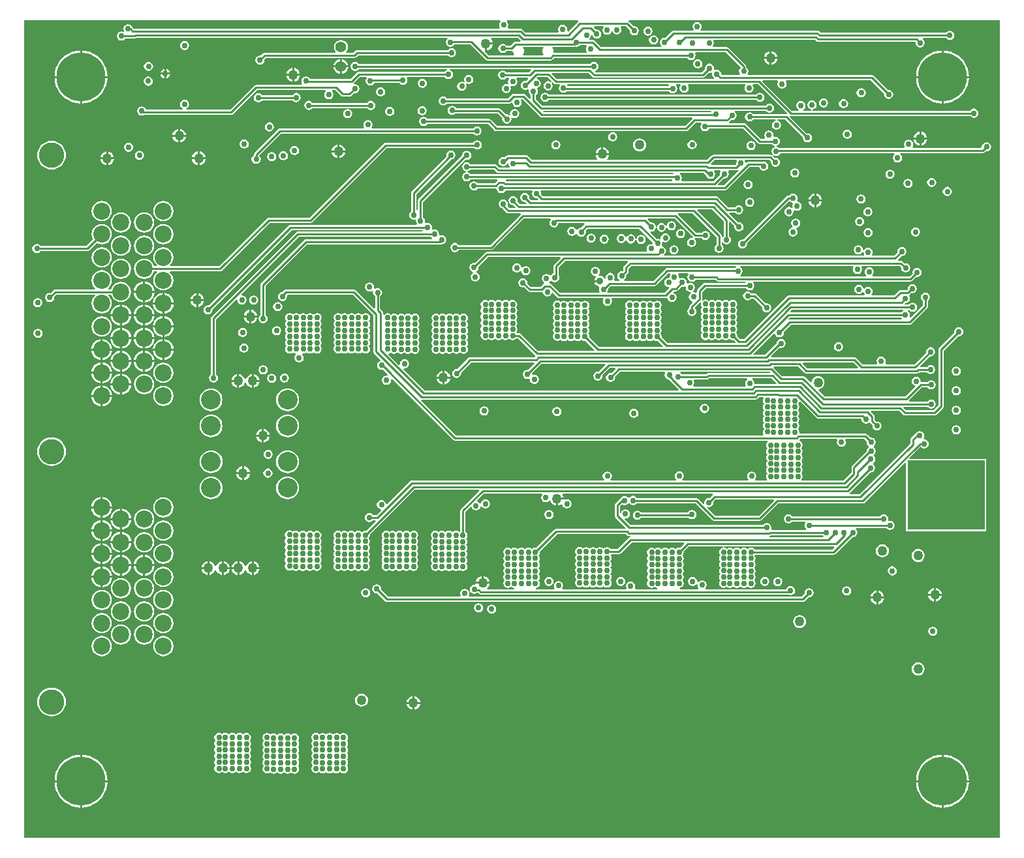
<source format=gbr>
%TF.GenerationSoftware,Altium Limited,Altium Designer,19.1.8 (144)*%
G04 Layer_Physical_Order=3*
G04 Layer_Color=16440176*
%FSLAX26Y26*%
%MOIN*%
%TF.FileFunction,Copper,L3,Inr,Signal*%
%TF.Part,Single*%
G01*
G75*
%TA.AperFunction,Conductor*%
%ADD34C,0.010000*%
%TA.AperFunction,ComponentPad*%
%ADD43C,0.086614*%
%ADD44C,0.129921*%
%ADD45C,0.100000*%
%TA.AperFunction,ViaPad*%
%ADD46C,0.250000*%
%TA.AperFunction,ComponentPad*%
%ADD47C,0.055118*%
%ADD48C,0.011811*%
%TA.AperFunction,SMDPad,CuDef*%
%ADD49R,0.393701X0.354331*%
%TA.AperFunction,ViaPad*%
%ADD50C,0.030000*%
%ADD51C,0.050000*%
%ADD52C,0.035000*%
G36*
X4993785Y11215D02*
X11215D01*
Y4188785D01*
X2440901D01*
X2442722Y4182785D01*
X2442418Y4182582D01*
X2437334Y4174974D01*
X2435549Y4166000D01*
X2437334Y4157026D01*
X2439186Y4154255D01*
X2435979Y4148255D01*
X569490D01*
X563388Y4154357D01*
X563165Y4155474D01*
X558082Y4163082D01*
X550474Y4168166D01*
X541500Y4169951D01*
X532526Y4168166D01*
X524918Y4163082D01*
X519835Y4155474D01*
X518049Y4146500D01*
X519835Y4137526D01*
X522406Y4133677D01*
X518080Y4129352D01*
X516114Y4130666D01*
X507139Y4132451D01*
X498165Y4130666D01*
X490557Y4125582D01*
X485474Y4117974D01*
X483689Y4109000D01*
X485474Y4100026D01*
X490557Y4092418D01*
X498165Y4087334D01*
X507139Y4085549D01*
X516114Y4087334D01*
X523722Y4092418D01*
X525945Y4095745D01*
X572426D01*
X577499Y4096754D01*
X581799Y4099627D01*
X583917Y4101745D01*
X2170339D01*
X2172159Y4095745D01*
X2170418Y4094582D01*
X2165334Y4086974D01*
X2163549Y4078000D01*
X2165334Y4069026D01*
X2170418Y4061418D01*
X2178026Y4056334D01*
X2187000Y4054549D01*
X2195974Y4056334D01*
X2203582Y4061418D01*
X2207142Y4066745D01*
X2288510D01*
X2366313Y3988942D01*
X2370613Y3986069D01*
X2375685Y3985060D01*
X2699367D01*
X2704439Y3986069D01*
X2708740Y3988942D01*
X2715542Y3995745D01*
X3397195D01*
X3399418Y3992418D01*
X3407026Y3987334D01*
X3416000Y3985549D01*
X3424974Y3987334D01*
X3432582Y3992418D01*
X3437666Y4000026D01*
X3439451Y4009000D01*
X3437666Y4017974D01*
X3436482Y4019745D01*
X3439689Y4025745D01*
X3593959D01*
X3668840Y3950864D01*
X3668418Y3946582D01*
X3663334Y3938974D01*
X3661549Y3930000D01*
X3663334Y3921026D01*
X3667191Y3915255D01*
X3664671Y3909255D01*
X3575624D01*
X3570451Y3914000D01*
X3568666Y3922974D01*
X3563582Y3930582D01*
X3555974Y3935666D01*
X3547000Y3937451D01*
X3538026Y3935666D01*
X3537663Y3935423D01*
X3532263Y3939031D01*
X3533451Y3945000D01*
X3531666Y3953974D01*
X3526582Y3961582D01*
X3518974Y3966666D01*
X3510000Y3968451D01*
X3501026Y3966666D01*
X3493418Y3961582D01*
X3488334Y3953974D01*
X3486549Y3945000D01*
X3487330Y3941075D01*
X3469510Y3923255D01*
X2929977D01*
X2927292Y3926595D01*
X2928835Y3932235D01*
X2929251Y3932929D01*
X2936582Y3937827D01*
X2941666Y3945435D01*
X2943451Y3954410D01*
X2941666Y3963384D01*
X2936582Y3970992D01*
X2928974Y3976075D01*
X2920000Y3977860D01*
X2911026Y3976075D01*
X2903418Y3970992D01*
X2901195Y3967664D01*
X1719215D01*
X1716992Y3970992D01*
X1709384Y3976075D01*
X1700409Y3977860D01*
X1691435Y3976075D01*
X1683827Y3970992D01*
X1678744Y3963384D01*
X1676959Y3954410D01*
X1678744Y3945435D01*
X1683827Y3937827D01*
X1691435Y3932744D01*
X1700409Y3930959D01*
X1709384Y3932744D01*
X1716992Y3937827D01*
X1719215Y3941155D01*
X2169895D01*
X2170486Y3935155D01*
X2168026Y3934666D01*
X2160418Y3929582D01*
X2158195Y3926255D01*
X1719000D01*
X1713928Y3925246D01*
X1709628Y3922372D01*
X1678510Y3891255D01*
X1468474D01*
X1465582Y3895582D01*
X1457974Y3900666D01*
X1449000Y3902451D01*
X1440026Y3900666D01*
X1432418Y3895582D01*
X1427334Y3887974D01*
X1425549Y3879000D01*
X1427334Y3870026D01*
X1430522Y3865255D01*
X1427315Y3859255D01*
X1194500D01*
X1189428Y3858246D01*
X1185128Y3855372D01*
X1062510Y3732755D01*
X838664D01*
X838073Y3738755D01*
X838474Y3738834D01*
X846082Y3743918D01*
X851165Y3751526D01*
X852951Y3760500D01*
X851165Y3769474D01*
X846082Y3777082D01*
X838474Y3782166D01*
X829500Y3783951D01*
X820526Y3782166D01*
X812918Y3777082D01*
X807835Y3769474D01*
X806049Y3760500D01*
X807835Y3751526D01*
X812918Y3743918D01*
X820526Y3738834D01*
X820927Y3738755D01*
X820336Y3732755D01*
X632107D01*
X631665Y3734974D01*
X626582Y3742582D01*
X618974Y3747666D01*
X610000Y3749451D01*
X601026Y3747666D01*
X593418Y3742582D01*
X588335Y3734974D01*
X586549Y3726000D01*
X588335Y3717026D01*
X593418Y3709418D01*
X601026Y3704334D01*
X610000Y3702549D01*
X618974Y3704334D01*
X621834Y3706245D01*
X1068000D01*
X1073072Y3707254D01*
X1077372Y3710128D01*
X1199990Y3832745D01*
X1547842D01*
X1549662Y3826745D01*
X1549418Y3826582D01*
X1544334Y3818974D01*
X1542549Y3810000D01*
X1544334Y3801026D01*
X1549418Y3793418D01*
X1557026Y3788334D01*
X1566000Y3786549D01*
X1574974Y3788334D01*
X1582582Y3793418D01*
X1587666Y3801026D01*
X1589451Y3810000D01*
X1587666Y3818974D01*
X1582582Y3826582D01*
X1582338Y3826745D01*
X1584158Y3832745D01*
X1598510D01*
X1628628Y3802628D01*
X1632928Y3799754D01*
X1638000Y3798745D01*
X1671000D01*
X1676072Y3799754D01*
X1680372Y3802628D01*
X1695075Y3817330D01*
X1699000Y3816549D01*
X1707974Y3818334D01*
X1715582Y3823418D01*
X1720666Y3831026D01*
X1722451Y3840000D01*
X1720666Y3848974D01*
X1715582Y3856582D01*
X1707974Y3861666D01*
X1699000Y3863451D01*
X1695333Y3862721D01*
X1692992Y3868373D01*
X1693372Y3868628D01*
X1724490Y3899745D01*
X1756315D01*
X1759522Y3893745D01*
X1756334Y3888974D01*
X1754549Y3880000D01*
X1756334Y3871026D01*
X1761418Y3863418D01*
X1769026Y3858334D01*
X1778000Y3856549D01*
X1786974Y3858334D01*
X1794582Y3863418D01*
X1798810Y3869745D01*
X1925195D01*
X1927418Y3866418D01*
X1935026Y3861334D01*
X1944000Y3859549D01*
X1952974Y3861334D01*
X1960582Y3866418D01*
X1965666Y3874026D01*
X1967451Y3883000D01*
X1965666Y3891974D01*
X1964482Y3893745D01*
X1967689Y3899745D01*
X2158195D01*
X2160418Y3896418D01*
X2168026Y3891334D01*
X2177000Y3889549D01*
X2185974Y3891334D01*
X2193582Y3896418D01*
X2198666Y3904026D01*
X2200451Y3913000D01*
X2198666Y3921974D01*
X2193582Y3929582D01*
X2185974Y3934666D01*
X2183514Y3935155D01*
X2184105Y3941155D01*
X2597982D01*
X2600278Y3935611D01*
X2587921Y3923255D01*
X2472805D01*
X2470582Y3926582D01*
X2462974Y3931666D01*
X2454000Y3933451D01*
X2445026Y3931666D01*
X2437418Y3926582D01*
X2432334Y3918974D01*
X2430549Y3910000D01*
X2432334Y3901026D01*
X2437418Y3893418D01*
X2445026Y3888334D01*
X2454000Y3886549D01*
X2462974Y3888334D01*
X2470582Y3893418D01*
X2472805Y3896745D01*
X2484671D01*
X2487191Y3890745D01*
X2483334Y3884974D01*
X2481549Y3876000D01*
X2483164Y3867882D01*
X2483147Y3867842D01*
X2480900Y3864954D01*
X2478734Y3863111D01*
X2472000Y3864451D01*
X2463026Y3862666D01*
X2455418Y3857582D01*
X2450334Y3849974D01*
X2448549Y3841000D01*
X2450334Y3832026D01*
X2455418Y3824418D01*
X2463026Y3819334D01*
X2472000Y3817549D01*
X2480974Y3819334D01*
X2488582Y3824418D01*
X2493666Y3832026D01*
X2495451Y3841000D01*
X2493836Y3849118D01*
X2493853Y3849158D01*
X2496100Y3852046D01*
X2498266Y3853889D01*
X2505000Y3852549D01*
X2513974Y3854334D01*
X2521582Y3859418D01*
X2526666Y3867026D01*
X2528451Y3876000D01*
X2526666Y3884974D01*
X2522809Y3890745D01*
X2525329Y3896745D01*
X2581856D01*
X2584153Y3891202D01*
X2573620Y3880670D01*
X2569696Y3881451D01*
X2560721Y3879666D01*
X2553113Y3874582D01*
X2548030Y3866974D01*
X2546245Y3858000D01*
X2548030Y3849026D01*
X2553113Y3841418D01*
X2560721Y3836334D01*
X2569696Y3834549D01*
X2578670Y3836334D01*
X2583528Y3839581D01*
X2587228Y3836804D01*
X2588243Y3835515D01*
X2586549Y3827000D01*
X2588334Y3818026D01*
X2593418Y3810418D01*
X2596745Y3808195D01*
Y3790290D01*
X2591202Y3787994D01*
X2568823Y3810372D01*
X2564523Y3813246D01*
X2559450Y3814255D01*
X2510000D01*
X2504928Y3813246D01*
X2500628Y3810372D01*
X2480510Y3790255D01*
X2169805D01*
X2167582Y3793582D01*
X2159974Y3798666D01*
X2151000Y3800451D01*
X2142026Y3798666D01*
X2134418Y3793582D01*
X2129334Y3785974D01*
X2127549Y3777000D01*
X2129334Y3768026D01*
X2134418Y3760418D01*
X2142026Y3755334D01*
X2151000Y3753549D01*
X2159974Y3755334D01*
X2167582Y3760418D01*
X2169805Y3763745D01*
X2486000D01*
X2491072Y3764754D01*
X2495372Y3767628D01*
X2497935Y3770190D01*
X2503994Y3767764D01*
X2505334Y3761026D01*
X2510418Y3753418D01*
X2518026Y3748334D01*
X2527000Y3746549D01*
X2535974Y3748334D01*
X2543582Y3753418D01*
X2548666Y3761026D01*
X2550451Y3770000D01*
X2548666Y3778974D01*
X2547937Y3780064D01*
X2550765Y3785772D01*
X2555445Y3786260D01*
X2645078Y3696628D01*
X2649378Y3693754D01*
X2654450Y3692745D01*
X3420199D01*
X3422500Y3686745D01*
X3386010Y3650255D01*
X2425490D01*
X2394372Y3681372D01*
X2390072Y3684246D01*
X2385000Y3685255D01*
X2068805D01*
X2066582Y3688582D01*
X2058974Y3693666D01*
X2050000Y3695451D01*
X2041026Y3693666D01*
X2033418Y3688582D01*
X2028334Y3680974D01*
X2026549Y3672000D01*
X2028334Y3663026D01*
X2033418Y3655418D01*
X2041026Y3650334D01*
X2050000Y3648549D01*
X2058974Y3650334D01*
X2066582Y3655418D01*
X2068805Y3658745D01*
X2379510D01*
X2410628Y3627628D01*
X2414928Y3624754D01*
X2420000Y3623745D01*
X3391500D01*
X3396572Y3624754D01*
X3400872Y3627628D01*
X3438990Y3665745D01*
X3465315D01*
X3468522Y3659745D01*
X3465334Y3654974D01*
X3463549Y3646000D01*
X3465334Y3637026D01*
X3470418Y3629418D01*
X3478026Y3624334D01*
X3487000Y3622549D01*
X3495974Y3624334D01*
X3503582Y3629418D01*
X3508336Y3636532D01*
X3681723D01*
X3756628Y3561628D01*
X3760928Y3558754D01*
X3766000Y3557745D01*
X3829195D01*
X3831418Y3554418D01*
X3839026Y3549334D01*
X3844425Y3548260D01*
Y3542143D01*
X3842026Y3541666D01*
X3834418Y3536582D01*
X3829334Y3528974D01*
X3827549Y3520000D01*
X3829334Y3511026D01*
X3833447Y3504870D01*
X3829122Y3500545D01*
X3828072Y3501246D01*
X3823000Y3502255D01*
X3530568D01*
X3525496Y3501246D01*
X3521196Y3498372D01*
X3498078Y3475255D01*
X2990282D01*
X2988281Y3480243D01*
X2988129Y3481255D01*
X2993572Y3488349D01*
X2997099Y3496863D01*
X2997644Y3501000D01*
X2928356D01*
X2928901Y3496863D01*
X2932428Y3488349D01*
X2937871Y3481255D01*
X2937719Y3480243D01*
X2935718Y3475255D01*
X2603774D01*
X2581657Y3497372D01*
X2577357Y3500246D01*
X2572284Y3501255D01*
X2481000D01*
X2475928Y3500246D01*
X2471628Y3497372D01*
X2463261Y3489006D01*
X2456000Y3490451D01*
X2447026Y3488666D01*
X2439418Y3483582D01*
X2434334Y3475974D01*
X2432549Y3467000D01*
X2434334Y3458026D01*
X2439418Y3450418D01*
X2447026Y3445334D01*
X2456000Y3443549D01*
X2464974Y3445334D01*
X2472582Y3450418D01*
X2476711Y3456597D01*
X2482574Y3456112D01*
X2482954Y3455964D01*
X2484334Y3449026D01*
X2489418Y3441418D01*
X2489662Y3441255D01*
X2487842Y3435255D01*
X2437490D01*
X2422372Y3450372D01*
X2418072Y3453246D01*
X2413000Y3454255D01*
X2288805D01*
X2286582Y3457582D01*
X2278974Y3462666D01*
X2270000Y3464451D01*
X2261026Y3462666D01*
X2253418Y3457582D01*
X2248334Y3449974D01*
X2246549Y3441000D01*
X2248334Y3432026D01*
X2253418Y3424418D01*
X2261026Y3419334D01*
X2267439Y3418059D01*
Y3411941D01*
X2261026Y3410666D01*
X2253418Y3405582D01*
X2248334Y3397974D01*
X2246549Y3389000D01*
X2248334Y3380026D01*
X2253418Y3372418D01*
X2261026Y3367334D01*
X2270000Y3365549D01*
X2278974Y3367334D01*
X2286582Y3372418D01*
X2288805Y3375745D01*
X2425436D01*
X2427256Y3369745D01*
X2425201Y3368372D01*
X2413083Y3356255D01*
X2326805D01*
X2324582Y3359582D01*
X2316974Y3364666D01*
X2308000Y3366451D01*
X2299026Y3364666D01*
X2291418Y3359582D01*
X2286334Y3351974D01*
X2284549Y3343000D01*
X2286334Y3334026D01*
X2291418Y3326418D01*
X2299026Y3321334D01*
X2308000Y3319549D01*
X2316974Y3321334D01*
X2324582Y3326418D01*
X2326805Y3329745D01*
X2417749D01*
X2418720Y3329621D01*
X2424388Y3324784D01*
X2425334Y3320026D01*
X2430418Y3312418D01*
X2438026Y3307334D01*
X2447000Y3305549D01*
X2455974Y3307334D01*
X2463582Y3312418D01*
X2468666Y3320026D01*
X2468809Y3320745D01*
X2603311D01*
X2606518Y3314745D01*
X2605334Y3312974D01*
X2603549Y3304000D01*
X2605334Y3295026D01*
X2610418Y3287418D01*
X2618026Y3282334D01*
X2627000Y3280549D01*
X2630925Y3281330D01*
X2636457Y3275798D01*
X2634161Y3270255D01*
X2599490D01*
X2589670Y3280075D01*
X2590451Y3284000D01*
X2588666Y3292974D01*
X2583582Y3300582D01*
X2575974Y3305666D01*
X2567000Y3307451D01*
X2558026Y3305666D01*
X2550418Y3300582D01*
X2545334Y3292974D01*
X2543549Y3284000D01*
X2545334Y3275026D01*
X2550418Y3267418D01*
X2558026Y3262334D01*
X2567000Y3260549D01*
X2570925Y3261330D01*
X2577457Y3254798D01*
X2575161Y3249255D01*
X2542490D01*
X2530172Y3261573D01*
X2531451Y3268000D01*
X2529666Y3276974D01*
X2524582Y3284582D01*
X2516974Y3289666D01*
X2508000Y3291451D01*
X2499026Y3289666D01*
X2491418Y3284582D01*
X2486334Y3276974D01*
X2484549Y3268000D01*
X2486334Y3259026D01*
X2491418Y3251418D01*
X2499026Y3246334D01*
X2508000Y3244549D01*
X2509423Y3244832D01*
X2519457Y3234798D01*
X2517161Y3229255D01*
X2488490D01*
X2477912Y3239833D01*
X2479377Y3242026D01*
X2481162Y3251000D01*
X2479377Y3259974D01*
X2474293Y3267582D01*
X2466685Y3272666D01*
X2457711Y3274451D01*
X2448737Y3272666D01*
X2441129Y3267582D01*
X2436046Y3259974D01*
X2434261Y3251000D01*
X2436046Y3242026D01*
X2441129Y3234418D01*
X2448737Y3229334D01*
X2451732Y3228739D01*
X2452165Y3228090D01*
X2473628Y3206628D01*
X2477928Y3203754D01*
X2483000Y3202745D01*
X2542515D01*
X2545000Y3196745D01*
X2389910Y3041655D01*
X2229305D01*
X2227082Y3044982D01*
X2219474Y3050066D01*
X2210500Y3051851D01*
X2201526Y3050066D01*
X2193918Y3044982D01*
X2188834Y3037374D01*
X2187049Y3028400D01*
X2188834Y3019426D01*
X2193918Y3011818D01*
X2201526Y3006735D01*
X2210500Y3004949D01*
X2219474Y3006735D01*
X2227082Y3011818D01*
X2229305Y3015145D01*
X2395400D01*
X2400472Y3016154D01*
X2404773Y3019028D01*
X2563490Y3177745D01*
X2697842D01*
X2699662Y3171745D01*
X2699418Y3171582D01*
X2694334Y3163974D01*
X2692549Y3155000D01*
X2694334Y3146026D01*
X2699418Y3138418D01*
X2707026Y3133334D01*
X2716000Y3131549D01*
X2724974Y3133334D01*
X2732582Y3138418D01*
X2737666Y3146026D01*
X2739002Y3152745D01*
X2870365D01*
X2872185Y3146745D01*
X2871628Y3146372D01*
X2854633Y3129378D01*
X2846026Y3127666D01*
X2838418Y3122582D01*
X2835988Y3118945D01*
X2829666Y3119974D01*
X2824582Y3127582D01*
X2816974Y3132666D01*
X2808000Y3134451D01*
X2799026Y3132666D01*
X2791418Y3127582D01*
X2786334Y3119974D01*
X2784549Y3111000D01*
X2786334Y3102026D01*
X2791418Y3094418D01*
X2799026Y3089334D01*
X2808000Y3087549D01*
X2816974Y3089334D01*
X2824582Y3094418D01*
X2827012Y3098055D01*
X2833334Y3097026D01*
X2838418Y3089418D01*
X2846026Y3084334D01*
X2855000Y3082549D01*
X2863974Y3084334D01*
X2871582Y3089418D01*
X2876666Y3097026D01*
X2878451Y3106000D01*
X2876840Y3114095D01*
X2886490Y3123745D01*
X3151510D01*
X3220707Y3054548D01*
X3220221Y3048646D01*
X3215305Y3044793D01*
X3212000Y3045451D01*
X3203026Y3043666D01*
X3195418Y3038582D01*
X3190334Y3030974D01*
X3188549Y3022000D01*
X3190334Y3013026D01*
X3191518Y3011255D01*
X3188311Y3005255D01*
X2374000D01*
X2368928Y3004246D01*
X2364628Y3001372D01*
X2311925Y2948670D01*
X2308000Y2949451D01*
X2299026Y2947666D01*
X2291418Y2942582D01*
X2286334Y2934974D01*
X2284549Y2926000D01*
X2286334Y2917026D01*
X2291418Y2909418D01*
X2299026Y2904334D01*
X2300712Y2903999D01*
X2301979Y2897630D01*
X2297418Y2894582D01*
X2292334Y2886974D01*
X2290549Y2878000D01*
X2292334Y2869026D01*
X2297418Y2861418D01*
X2305026Y2856334D01*
X2314000Y2854549D01*
X2322974Y2856334D01*
X2330582Y2861418D01*
X2335666Y2869026D01*
X2337451Y2878000D01*
X2335666Y2886974D01*
X2330582Y2894582D01*
X2322974Y2899666D01*
X2321288Y2900001D01*
X2320021Y2906370D01*
X2324582Y2909418D01*
X2329666Y2917026D01*
X2331451Y2926000D01*
X2330670Y2929925D01*
X2379490Y2978745D01*
X2747238D01*
X2749534Y2973202D01*
X2717579Y2941248D01*
X2714706Y2936948D01*
X2713697Y2931875D01*
Y2897197D01*
X2711026Y2896666D01*
X2703418Y2891582D01*
X2700604Y2887370D01*
X2694872Y2885668D01*
X2693310Y2886432D01*
X2686974Y2890666D01*
X2678000Y2892451D01*
X2669026Y2890666D01*
X2661418Y2885582D01*
X2656334Y2877974D01*
X2654549Y2869000D01*
X2656334Y2860026D01*
X2661418Y2852418D01*
X2665439Y2849731D01*
X2664501Y2843427D01*
X2660201Y2840554D01*
X2646902Y2827255D01*
X2597490D01*
X2580670Y2844075D01*
X2581451Y2848000D01*
X2579666Y2856974D01*
X2574582Y2864582D01*
X2566974Y2869666D01*
X2558000Y2871451D01*
X2549026Y2869666D01*
X2541418Y2864582D01*
X2536334Y2856974D01*
X2534549Y2848000D01*
X2536334Y2839026D01*
X2541418Y2831418D01*
X2549026Y2826334D01*
X2558000Y2824549D01*
X2561925Y2825330D01*
X2582628Y2804628D01*
X2586928Y2801754D01*
X2592000Y2800745D01*
X2652392D01*
X2652828Y2800832D01*
X2659492Y2796442D01*
X2660334Y2792207D01*
X2665418Y2784599D01*
X2673026Y2779516D01*
X2682000Y2777731D01*
X2690974Y2779516D01*
X2698582Y2784599D01*
X2703666Y2792207D01*
X2704081Y2794296D01*
X2710591Y2796271D01*
X2733235Y2773628D01*
X2737535Y2770754D01*
X2742608Y2769745D01*
X2965311D01*
X2968518Y2763745D01*
X2967334Y2761974D01*
X2965549Y2753000D01*
X2967334Y2744026D01*
X2972418Y2736418D01*
X2980026Y2731334D01*
X2989000Y2729549D01*
X2997974Y2731334D01*
X3005582Y2736418D01*
X3010666Y2744026D01*
X3012451Y2753000D01*
X3010666Y2761974D01*
X3009482Y2763745D01*
X3012689Y2769745D01*
X3286574D01*
X3289946Y2770416D01*
X3295172Y2768128D01*
X3296753Y2766950D01*
X3297334Y2764026D01*
X3302418Y2756418D01*
X3310026Y2751334D01*
X3319000Y2749549D01*
X3327974Y2751334D01*
X3335582Y2756418D01*
X3340666Y2764026D01*
X3342451Y2773000D01*
X3340666Y2781974D01*
X3335582Y2789582D01*
X3327974Y2794666D01*
X3326929Y2794873D01*
X3325051Y2800567D01*
X3328493Y2804745D01*
X3339000D01*
X3344072Y2805754D01*
X3348372Y2808628D01*
X3367075Y2827330D01*
X3371000Y2826549D01*
X3379974Y2828334D01*
X3384956Y2831663D01*
X3390356Y2828055D01*
X3389549Y2824000D01*
X3391334Y2815026D01*
X3396418Y2807418D01*
X3404026Y2802334D01*
X3412822Y2800585D01*
X3413201Y2799979D01*
X3415012Y2794832D01*
X3411804Y2792688D01*
X3406720Y2785081D01*
X3404935Y2776106D01*
X3406720Y2767132D01*
X3411804Y2759524D01*
X3419412Y2754441D01*
X3421501Y2754025D01*
X3423476Y2747515D01*
X3411628Y2735667D01*
X3408754Y2731367D01*
X3407745Y2726294D01*
Y2719805D01*
X3404418Y2717582D01*
X3399334Y2709974D01*
X3397549Y2701000D01*
X3399334Y2692026D01*
X3404418Y2684418D01*
X3412026Y2679334D01*
X3421000Y2677549D01*
X3429974Y2679334D01*
X3437582Y2684418D01*
X3442666Y2692026D01*
X3444451Y2701000D01*
X3442666Y2709974D01*
X3437582Y2717582D01*
X3437982Y2724531D01*
X3461914Y2748463D01*
X3467443Y2745507D01*
X3466049Y2738500D01*
X3467834Y2729526D01*
X3472529Y2722500D01*
X3467834Y2715474D01*
X3466049Y2706500D01*
X3467834Y2697526D01*
X3472529Y2690500D01*
X3467834Y2683474D01*
X3466049Y2674500D01*
X3467834Y2665526D01*
X3472529Y2658500D01*
X3467834Y2651474D01*
X3466049Y2642500D01*
X3467834Y2633526D01*
X3472529Y2626500D01*
X3467834Y2619474D01*
X3466049Y2610500D01*
X3467834Y2601526D01*
X3472529Y2594500D01*
X3467834Y2587474D01*
X3466049Y2578500D01*
X3467834Y2569526D01*
X3472918Y2561918D01*
X3480526Y2556834D01*
X3489500Y2555049D01*
X3498474Y2556834D01*
X3505392Y2561457D01*
X3505418Y2561418D01*
X3513026Y2556334D01*
X3522000Y2554549D01*
X3530974Y2556334D01*
X3535554Y2559394D01*
X3540000Y2560929D01*
X3544446Y2559394D01*
X3549026Y2556334D01*
X3558000Y2554549D01*
X3566974Y2556334D01*
X3571208Y2559164D01*
X3575750Y2560957D01*
X3580292Y2559164D01*
X3584526Y2556334D01*
X3593500Y2554549D01*
X3602474Y2556334D01*
X3607054Y2559394D01*
X3611500Y2560929D01*
X3615946Y2559394D01*
X3620526Y2556334D01*
X3629500Y2554549D01*
X3633425Y2555330D01*
X3643957Y2544798D01*
X3641661Y2539255D01*
X3295640D01*
X3265820Y2569075D01*
X3266600Y2573000D01*
X3264815Y2581974D01*
X3260121Y2589000D01*
X3264815Y2596026D01*
X3266600Y2605000D01*
X3264815Y2613974D01*
X3260121Y2621000D01*
X3264815Y2628026D01*
X3266600Y2637000D01*
X3264815Y2645974D01*
X3260121Y2653000D01*
X3264815Y2660026D01*
X3266600Y2669000D01*
X3264815Y2677974D01*
X3260121Y2685000D01*
X3264815Y2692026D01*
X3266600Y2701000D01*
X3264815Y2709974D01*
X3260121Y2717000D01*
X3264815Y2724026D01*
X3266600Y2733000D01*
X3264815Y2741974D01*
X3259732Y2749582D01*
X3252124Y2754666D01*
X3243150Y2756451D01*
X3234175Y2754666D01*
X3229596Y2751606D01*
X3225150Y2750071D01*
X3220703Y2751606D01*
X3216124Y2754666D01*
X3207150Y2756451D01*
X3198175Y2754666D01*
X3193941Y2751836D01*
X3189400Y2750043D01*
X3184858Y2751836D01*
X3180624Y2754666D01*
X3171650Y2756451D01*
X3162675Y2754666D01*
X3158096Y2751606D01*
X3153650Y2750071D01*
X3149203Y2751606D01*
X3144624Y2754666D01*
X3135650Y2756451D01*
X3126675Y2754666D01*
X3119758Y2750043D01*
X3119732Y2750082D01*
X3112124Y2755166D01*
X3103150Y2756951D01*
X3094175Y2755166D01*
X3086568Y2750082D01*
X3081484Y2742474D01*
X3079699Y2733500D01*
X3081484Y2724526D01*
X3086179Y2717500D01*
X3081484Y2710474D01*
X3079699Y2701500D01*
X3081484Y2692526D01*
X3086179Y2685500D01*
X3081484Y2678474D01*
X3079699Y2669500D01*
X3081484Y2660526D01*
X3086179Y2653500D01*
X3081484Y2646474D01*
X3079699Y2637500D01*
X3081484Y2628526D01*
X3086179Y2621500D01*
X3081484Y2614474D01*
X3079699Y2605500D01*
X3081484Y2596526D01*
X3086179Y2589500D01*
X3081484Y2582474D01*
X3079699Y2573500D01*
X3081484Y2564526D01*
X3086568Y2556918D01*
X3094175Y2551834D01*
X3103150Y2550049D01*
X3112124Y2551834D01*
X3119041Y2556457D01*
X3119068Y2556418D01*
X3126675Y2551334D01*
X3135650Y2549549D01*
X3144624Y2551334D01*
X3149203Y2554394D01*
X3153650Y2555929D01*
X3158096Y2554394D01*
X3162675Y2551334D01*
X3171650Y2549549D01*
X3180624Y2551334D01*
X3184858Y2554164D01*
X3189400Y2555957D01*
X3193941Y2554164D01*
X3198175Y2551334D01*
X3207150Y2549549D01*
X3216124Y2551334D01*
X3220703Y2554394D01*
X3225150Y2555929D01*
X3229596Y2554394D01*
X3234175Y2551334D01*
X3243150Y2549549D01*
X3247075Y2550330D01*
X3272607Y2524798D01*
X3270311Y2519255D01*
X2946514D01*
X2896694Y2569075D01*
X2897475Y2573000D01*
X2895689Y2581974D01*
X2890995Y2589000D01*
X2895689Y2596026D01*
X2897475Y2605000D01*
X2895689Y2613974D01*
X2890995Y2621000D01*
X2895689Y2628026D01*
X2897475Y2637000D01*
X2895689Y2645974D01*
X2890995Y2653000D01*
X2895689Y2660026D01*
X2897475Y2669000D01*
X2895689Y2677974D01*
X2890995Y2685000D01*
X2895689Y2692026D01*
X2897475Y2701000D01*
X2895689Y2709974D01*
X2890995Y2717000D01*
X2895689Y2724026D01*
X2897475Y2733000D01*
X2895689Y2741974D01*
X2890606Y2749582D01*
X2882998Y2754666D01*
X2874024Y2756451D01*
X2865050Y2754666D01*
X2860470Y2751606D01*
X2856024Y2750071D01*
X2851578Y2751606D01*
X2846998Y2754666D01*
X2838024Y2756451D01*
X2829050Y2754666D01*
X2824816Y2751836D01*
X2820274Y2750043D01*
X2815732Y2751836D01*
X2811498Y2754666D01*
X2802524Y2756451D01*
X2793550Y2754666D01*
X2788970Y2751606D01*
X2784524Y2750071D01*
X2780078Y2751606D01*
X2775498Y2754666D01*
X2766524Y2756451D01*
X2757550Y2754666D01*
X2750632Y2750043D01*
X2750606Y2750082D01*
X2742998Y2755166D01*
X2734024Y2756951D01*
X2725050Y2755166D01*
X2717442Y2750082D01*
X2712358Y2742474D01*
X2710573Y2733500D01*
X2712358Y2724526D01*
X2717053Y2717500D01*
X2712358Y2710474D01*
X2710573Y2701500D01*
X2712358Y2692526D01*
X2717053Y2685500D01*
X2712358Y2678474D01*
X2710573Y2669500D01*
X2712358Y2660526D01*
X2717053Y2653500D01*
X2712358Y2646474D01*
X2710573Y2637500D01*
X2712358Y2628526D01*
X2717053Y2621500D01*
X2712358Y2614474D01*
X2710573Y2605500D01*
X2712358Y2596526D01*
X2717053Y2589500D01*
X2712358Y2582474D01*
X2710573Y2573500D01*
X2712358Y2564526D01*
X2717442Y2556918D01*
X2725050Y2551834D01*
X2734024Y2550049D01*
X2742998Y2551834D01*
X2749916Y2556457D01*
X2749942Y2556418D01*
X2757550Y2551334D01*
X2766524Y2549549D01*
X2775498Y2551334D01*
X2780078Y2554394D01*
X2784524Y2555929D01*
X2788970Y2554394D01*
X2793550Y2551334D01*
X2802524Y2549549D01*
X2811498Y2551334D01*
X2815732Y2554164D01*
X2820274Y2555957D01*
X2824816Y2554164D01*
X2829050Y2551334D01*
X2838024Y2549549D01*
X2846998Y2551334D01*
X2851578Y2554394D01*
X2856024Y2555929D01*
X2860470Y2554394D01*
X2865050Y2551334D01*
X2874024Y2549549D01*
X2877949Y2550330D01*
X2923481Y2504798D01*
X2921185Y2499255D01*
X2634922D01*
X2547304Y2586872D01*
X2543004Y2589746D01*
X2537932Y2590755D01*
X2527353D01*
X2524146Y2596755D01*
X2526666Y2600526D01*
X2528451Y2609500D01*
X2526666Y2618474D01*
X2521971Y2625500D01*
X2526666Y2632526D01*
X2528451Y2641500D01*
X2526666Y2650474D01*
X2521971Y2657500D01*
X2526666Y2664526D01*
X2528451Y2673500D01*
X2526666Y2682474D01*
X2521971Y2689500D01*
X2526666Y2696526D01*
X2528451Y2705500D01*
X2526666Y2714474D01*
X2521971Y2721500D01*
X2526666Y2728526D01*
X2528451Y2737500D01*
X2526666Y2746474D01*
X2521582Y2754082D01*
X2513974Y2759166D01*
X2505000Y2760951D01*
X2496026Y2759166D01*
X2491446Y2756106D01*
X2487000Y2754571D01*
X2482554Y2756106D01*
X2477974Y2759166D01*
X2469000Y2760951D01*
X2460026Y2759166D01*
X2455792Y2756336D01*
X2451250Y2754543D01*
X2446708Y2756336D01*
X2442474Y2759166D01*
X2433500Y2760951D01*
X2424526Y2759166D01*
X2419946Y2756106D01*
X2415500Y2754571D01*
X2411054Y2756106D01*
X2406474Y2759166D01*
X2397500Y2760951D01*
X2388526Y2759166D01*
X2381608Y2754543D01*
X2381582Y2754582D01*
X2373974Y2759666D01*
X2365000Y2761451D01*
X2356026Y2759666D01*
X2348418Y2754582D01*
X2343334Y2746974D01*
X2341549Y2738000D01*
X2343334Y2729026D01*
X2348029Y2722000D01*
X2343334Y2714974D01*
X2341549Y2706000D01*
X2343334Y2697026D01*
X2348029Y2690000D01*
X2343334Y2682974D01*
X2341549Y2674000D01*
X2343334Y2665026D01*
X2348029Y2658000D01*
X2343334Y2650974D01*
X2341549Y2642000D01*
X2343334Y2633026D01*
X2348029Y2626000D01*
X2343334Y2618974D01*
X2341549Y2610000D01*
X2343334Y2601026D01*
X2348029Y2594000D01*
X2343334Y2586974D01*
X2341549Y2578000D01*
X2343334Y2569026D01*
X2348418Y2561418D01*
X2356026Y2556334D01*
X2365000Y2554549D01*
X2373974Y2556334D01*
X2380892Y2560957D01*
X2380918Y2560918D01*
X2388526Y2555834D01*
X2397500Y2554049D01*
X2406474Y2555834D01*
X2411054Y2558894D01*
X2415500Y2560429D01*
X2419946Y2558894D01*
X2424526Y2555834D01*
X2433500Y2554049D01*
X2442474Y2555834D01*
X2446708Y2558664D01*
X2451250Y2560457D01*
X2455792Y2558664D01*
X2460026Y2555834D01*
X2469000Y2554049D01*
X2477974Y2555834D01*
X2482554Y2558894D01*
X2487000Y2560429D01*
X2491446Y2558894D01*
X2496026Y2555834D01*
X2505000Y2554049D01*
X2513974Y2555834D01*
X2521582Y2560918D01*
X2523805Y2564245D01*
X2532441D01*
X2620059Y2476628D01*
X2619716Y2470747D01*
X2616242Y2466892D01*
X2287638D01*
X2282565Y2465883D01*
X2278265Y2463010D01*
X2222925Y2407670D01*
X2219000Y2408451D01*
X2210026Y2406666D01*
X2202418Y2401582D01*
X2197334Y2393974D01*
X2195549Y2385000D01*
X2197334Y2376026D01*
X2202418Y2368418D01*
X2210026Y2363334D01*
X2219000Y2361549D01*
X2227974Y2363334D01*
X2235582Y2368418D01*
X2240666Y2376026D01*
X2242451Y2385000D01*
X2241670Y2388925D01*
X2293128Y2440383D01*
X2613799D01*
X2616095Y2434840D01*
X2583925Y2402670D01*
X2580000Y2403451D01*
X2571026Y2401666D01*
X2563418Y2396582D01*
X2558334Y2388974D01*
X2556549Y2380000D01*
X2558334Y2371026D01*
X2563418Y2363418D01*
X2571026Y2358334D01*
X2580000Y2356549D01*
X2587225Y2357986D01*
X2592562Y2354065D01*
X2592549Y2354000D01*
X2594334Y2345026D01*
X2599418Y2337418D01*
X2607026Y2332334D01*
X2616000Y2330549D01*
X2624974Y2332334D01*
X2632582Y2337418D01*
X2637666Y2345026D01*
X2639451Y2354000D01*
X2637666Y2362974D01*
X2632582Y2370582D01*
X2624974Y2375666D01*
X2616000Y2377451D01*
X2609921Y2376241D01*
X2604785Y2380015D01*
X2604201Y2385456D01*
X2651490Y2432745D01*
X2975161D01*
X2977457Y2427202D01*
X2943925Y2393670D01*
X2940000Y2394451D01*
X2931026Y2392666D01*
X2923418Y2387582D01*
X2918334Y2379974D01*
X2916549Y2371000D01*
X2918334Y2362026D01*
X2923418Y2354418D01*
X2931026Y2349334D01*
X2940000Y2347549D01*
X2948974Y2349334D01*
X2956582Y2354418D01*
X2961666Y2362026D01*
X2963451Y2371000D01*
X2962670Y2374925D01*
X3000490Y2412745D01*
X3027161D01*
X3029457Y2407202D01*
X3008925Y2386670D01*
X3005000Y2387451D01*
X2996026Y2385666D01*
X2988418Y2380582D01*
X2983334Y2372974D01*
X2981549Y2364000D01*
X2983334Y2355026D01*
X2988418Y2347418D01*
X2996026Y2342334D01*
X3005000Y2340549D01*
X3013974Y2342334D01*
X3021582Y2347418D01*
X3026666Y2355026D01*
X3028451Y2364000D01*
X3027670Y2367925D01*
X3052490Y2392745D01*
X3281311D01*
X3284518Y2386745D01*
X3283334Y2384974D01*
X3281549Y2376000D01*
X3283334Y2367026D01*
X3288418Y2359418D01*
X3296026Y2354334D01*
X3304118Y2352725D01*
X3306608Y2350235D01*
X3306754Y2349501D01*
X3309628Y2345201D01*
X3352031Y2302798D01*
X3349735Y2297255D01*
X2054064D01*
X1945369Y2405950D01*
X1948324Y2411479D01*
X1953000Y2410549D01*
X1961974Y2412334D01*
X1969582Y2417418D01*
X1974666Y2425026D01*
X1976451Y2434000D01*
X1974666Y2442974D01*
X1969582Y2450582D01*
X1961974Y2455666D01*
X1953000Y2457451D01*
X1944026Y2455666D01*
X1936418Y2450582D01*
X1931334Y2442974D01*
X1929549Y2434000D01*
X1930479Y2429325D01*
X1924950Y2426369D01*
X1871410Y2479909D01*
X1873385Y2486419D01*
X1875474Y2486834D01*
X1882392Y2491457D01*
X1882418Y2491418D01*
X1890026Y2486334D01*
X1899000Y2484549D01*
X1907974Y2486334D01*
X1912554Y2489394D01*
X1917000Y2490929D01*
X1921446Y2489394D01*
X1926026Y2486334D01*
X1935000Y2484549D01*
X1943974Y2486334D01*
X1948208Y2489164D01*
X1952750Y2490957D01*
X1957292Y2489164D01*
X1961526Y2486334D01*
X1970500Y2484549D01*
X1979474Y2486334D01*
X1984054Y2489394D01*
X1988500Y2490929D01*
X1992946Y2489394D01*
X1997526Y2486334D01*
X2006500Y2484549D01*
X2015474Y2486334D01*
X2023082Y2491418D01*
X2028166Y2499026D01*
X2029951Y2508000D01*
X2028166Y2516974D01*
X2023471Y2524000D01*
X2028166Y2531026D01*
X2029951Y2540000D01*
X2028166Y2548974D01*
X2023471Y2556000D01*
X2028166Y2563026D01*
X2029951Y2572000D01*
X2028166Y2580974D01*
X2023471Y2588000D01*
X2028166Y2595026D01*
X2029951Y2604000D01*
X2028166Y2612974D01*
X2023471Y2620000D01*
X2028166Y2627026D01*
X2029951Y2636000D01*
X2028166Y2644974D01*
X2023471Y2652000D01*
X2028166Y2659026D01*
X2029951Y2668000D01*
X2028166Y2676974D01*
X2023082Y2684582D01*
X2015474Y2689666D01*
X2006500Y2691451D01*
X1997526Y2689666D01*
X1992946Y2686606D01*
X1988500Y2685071D01*
X1984054Y2686606D01*
X1979474Y2689666D01*
X1970500Y2691451D01*
X1961526Y2689666D01*
X1957292Y2686836D01*
X1952750Y2685043D01*
X1948208Y2686836D01*
X1943974Y2689666D01*
X1935000Y2691451D01*
X1926026Y2689666D01*
X1918418Y2684582D01*
X1915582D01*
X1907974Y2689666D01*
X1899000Y2691451D01*
X1890026Y2689666D01*
X1883108Y2685043D01*
X1883082Y2685082D01*
X1875474Y2690166D01*
X1866500Y2691951D01*
X1857526Y2690166D01*
X1849918Y2685082D01*
X1848855Y2683491D01*
X1842855Y2685311D01*
Y2692684D01*
X1841846Y2697757D01*
X1838973Y2702057D01*
X1828255Y2712774D01*
Y2779195D01*
X1831582Y2781418D01*
X1836666Y2789026D01*
X1838451Y2798000D01*
X1836666Y2806974D01*
X1831582Y2814582D01*
X1823974Y2819666D01*
X1815000Y2821451D01*
X1806026Y2819666D01*
X1802528Y2817329D01*
X1797128Y2820937D01*
X1798136Y2826000D01*
X1796350Y2834974D01*
X1791267Y2842582D01*
X1783659Y2847666D01*
X1774685Y2849451D01*
X1765711Y2847666D01*
X1758103Y2842582D01*
X1753019Y2834974D01*
X1751234Y2826000D01*
X1753019Y2817026D01*
X1758103Y2809418D01*
X1765711Y2804334D01*
X1774685Y2802549D01*
X1783659Y2804334D01*
X1787157Y2806671D01*
X1792557Y2803063D01*
X1791549Y2798000D01*
X1793334Y2789026D01*
X1798418Y2781418D01*
X1801745Y2779195D01*
Y2718839D01*
X1796202Y2716543D01*
X1704118Y2808627D01*
X1699818Y2811500D01*
X1694745Y2812509D01*
X1345563D01*
X1340491Y2811500D01*
X1336191Y2808627D01*
X1328964Y2801400D01*
X1320748Y2799765D01*
X1313141Y2794682D01*
X1308057Y2787074D01*
X1306272Y2778100D01*
X1308057Y2769126D01*
X1313141Y2761518D01*
X1320748Y2756434D01*
X1329723Y2754649D01*
X1338697Y2756434D01*
X1346305Y2761518D01*
X1351388Y2769126D01*
X1353173Y2778100D01*
X1352524Y2781362D01*
X1356331Y2786000D01*
X1689255D01*
X1793745Y2681510D01*
Y2497289D01*
X1794754Y2492217D01*
X1797628Y2487917D01*
X1831317Y2454227D01*
X1829342Y2447717D01*
X1826571Y2447166D01*
X1818963Y2442082D01*
X1813880Y2434474D01*
X1812095Y2425500D01*
X1813880Y2416526D01*
X1818963Y2408918D01*
X1826571Y2403834D01*
X1835545Y2402049D01*
X1841851Y2403304D01*
X1866974Y2378181D01*
X1864018Y2372651D01*
X1860000Y2373451D01*
X1851026Y2371666D01*
X1843418Y2366582D01*
X1838334Y2358974D01*
X1836549Y2350000D01*
X1838334Y2341026D01*
X1843418Y2333418D01*
X1851026Y2328334D01*
X1860000Y2326549D01*
X1868974Y2328334D01*
X1876582Y2333418D01*
X1881666Y2341026D01*
X1883451Y2350000D01*
X1882651Y2354018D01*
X1888181Y2356974D01*
X2199528Y2045628D01*
X2203828Y2042754D01*
X2208900Y2041745D01*
X3805050D01*
X3806870Y2035745D01*
X3805418Y2034775D01*
X3800334Y2027167D01*
X3798549Y2018193D01*
X3800334Y2009219D01*
X3805029Y2002193D01*
X3800334Y1995167D01*
X3798549Y1986193D01*
X3800334Y1977219D01*
X3805029Y1970193D01*
X3800334Y1963167D01*
X3798549Y1954193D01*
X3800334Y1945219D01*
X3805029Y1938193D01*
X3800334Y1931167D01*
X3798549Y1922193D01*
X3800334Y1913219D01*
X3805029Y1906193D01*
X3800334Y1899167D01*
X3798549Y1890193D01*
X3800334Y1881219D01*
X3805029Y1874193D01*
X3800334Y1867167D01*
X3798549Y1858193D01*
X3800334Y1849219D01*
X3804926Y1842347D01*
X3804085Y1839210D01*
X3802496Y1836347D01*
X3743646D01*
X3741782Y1842318D01*
X3746865Y1849926D01*
X3748651Y1858900D01*
X3746865Y1867874D01*
X3741782Y1875482D01*
X3734174Y1880565D01*
X3725200Y1882351D01*
X3716226Y1880565D01*
X3708618Y1875482D01*
X3703535Y1867874D01*
X3701749Y1858900D01*
X3703535Y1849926D01*
X3708618Y1842318D01*
X3706754Y1836347D01*
X3371742D01*
X3369922Y1842347D01*
X3372302Y1843937D01*
X3377385Y1851545D01*
X3379170Y1860519D01*
X3377385Y1869494D01*
X3372302Y1877101D01*
X3364694Y1882185D01*
X3355719Y1883970D01*
X3346745Y1882185D01*
X3339137Y1877101D01*
X3334054Y1869494D01*
X3332269Y1860519D01*
X3334054Y1851545D01*
X3339137Y1843937D01*
X3341517Y1842347D01*
X3339697Y1836347D01*
X3303182D01*
X3300779Y1836825D01*
X3006558D01*
X3004738Y1842825D01*
X3004880Y1842920D01*
X3009963Y1850528D01*
X3011749Y1859502D01*
X3009963Y1868476D01*
X3004880Y1876084D01*
X2997272Y1881168D01*
X2988298Y1882953D01*
X2979324Y1881168D01*
X2971716Y1876084D01*
X2966633Y1868476D01*
X2964847Y1859502D01*
X2966633Y1850528D01*
X2971716Y1842920D01*
X2971858Y1842825D01*
X2970038Y1836825D01*
X1990243D01*
X1985171Y1835816D01*
X1980870Y1832943D01*
X1864130Y1716203D01*
X1857620Y1718177D01*
X1856666Y1722974D01*
X1851582Y1730582D01*
X1843974Y1735666D01*
X1835000Y1737451D01*
X1826026Y1735666D01*
X1818418Y1730582D01*
X1813334Y1722974D01*
X1811549Y1714000D01*
X1813334Y1705026D01*
X1818418Y1697418D01*
X1826026Y1692334D01*
X1830823Y1691380D01*
X1832797Y1684870D01*
X1809382Y1661455D01*
X1790905D01*
X1788682Y1664782D01*
X1781074Y1669866D01*
X1772100Y1671651D01*
X1763126Y1669866D01*
X1755518Y1664782D01*
X1750435Y1657174D01*
X1748649Y1648200D01*
X1750435Y1639226D01*
X1755518Y1631618D01*
X1763126Y1626534D01*
X1772100Y1624749D01*
X1781074Y1626534D01*
X1788682Y1631618D01*
X1790905Y1634945D01*
X1803318D01*
X1805614Y1629402D01*
X1756425Y1580213D01*
X1752500Y1580994D01*
X1743526Y1579209D01*
X1735918Y1574125D01*
X1733082D01*
X1725474Y1579209D01*
X1716500Y1580994D01*
X1707526Y1579209D01*
X1699918Y1574125D01*
X1697582D01*
X1689974Y1579209D01*
X1681000Y1580994D01*
X1672026Y1579209D01*
X1664418Y1574125D01*
X1661582D01*
X1653974Y1579209D01*
X1645000Y1580994D01*
X1636026Y1579209D01*
X1629108Y1574586D01*
X1629082Y1574625D01*
X1621474Y1579709D01*
X1612500Y1581494D01*
X1603526Y1579709D01*
X1595918Y1574625D01*
X1590834Y1567017D01*
X1589049Y1558043D01*
X1590834Y1549069D01*
X1595529Y1542043D01*
X1590834Y1535017D01*
X1589049Y1526043D01*
X1590834Y1517069D01*
X1595529Y1510043D01*
X1590834Y1503017D01*
X1589049Y1494043D01*
X1590834Y1485069D01*
X1595529Y1478043D01*
X1590834Y1471017D01*
X1589049Y1462043D01*
X1590834Y1453069D01*
X1595529Y1446043D01*
X1590834Y1439017D01*
X1589049Y1430043D01*
X1590834Y1421069D01*
X1595529Y1414043D01*
X1590834Y1407017D01*
X1589049Y1398043D01*
X1590834Y1389069D01*
X1595918Y1381461D01*
X1603526Y1376378D01*
X1612500Y1374593D01*
X1621474Y1376378D01*
X1628392Y1381000D01*
X1628418Y1380961D01*
X1636026Y1375878D01*
X1645000Y1374093D01*
X1653974Y1375878D01*
X1661582Y1380961D01*
X1664418D01*
X1672026Y1375878D01*
X1681000Y1374093D01*
X1689974Y1375878D01*
X1697582Y1380961D01*
X1699918D01*
X1707526Y1375878D01*
X1716500Y1374093D01*
X1725474Y1375878D01*
X1730054Y1378938D01*
X1734500Y1380472D01*
X1738946Y1378938D01*
X1743526Y1375878D01*
X1752500Y1374093D01*
X1761474Y1375878D01*
X1769082Y1380961D01*
X1774166Y1388569D01*
X1775951Y1397543D01*
X1774166Y1406517D01*
X1769471Y1413543D01*
X1774166Y1420569D01*
X1775951Y1429543D01*
X1774166Y1438517D01*
X1769471Y1445543D01*
X1774166Y1452569D01*
X1775951Y1461543D01*
X1774166Y1470517D01*
X1769471Y1477543D01*
X1774166Y1484569D01*
X1775951Y1493543D01*
X1774166Y1502517D01*
X1769471Y1509543D01*
X1774166Y1516569D01*
X1775951Y1525543D01*
X1774166Y1534517D01*
X1769471Y1541543D01*
X1774166Y1548569D01*
X1775951Y1557543D01*
X1775170Y1561468D01*
X2004017Y1790316D01*
X2332305D01*
X2334601Y1784772D01*
X2241628Y1691799D01*
X2238754Y1687499D01*
X2237745Y1682426D01*
Y1577273D01*
X2232374Y1574287D01*
X2228554Y1575606D01*
X2223974Y1578666D01*
X2215000Y1580451D01*
X2206026Y1578666D01*
X2201792Y1575836D01*
X2197250Y1574043D01*
X2192708Y1575836D01*
X2188474Y1578666D01*
X2179500Y1580451D01*
X2170526Y1578666D01*
X2165946Y1575606D01*
X2161500Y1574071D01*
X2157054Y1575606D01*
X2152474Y1578666D01*
X2143500Y1580451D01*
X2134526Y1578666D01*
X2127608Y1574043D01*
X2127582Y1574082D01*
X2119974Y1579166D01*
X2111000Y1580951D01*
X2102026Y1579166D01*
X2094418Y1574082D01*
X2089334Y1566474D01*
X2087549Y1557500D01*
X2089334Y1548526D01*
X2094029Y1541500D01*
X2089334Y1534474D01*
X2087549Y1525500D01*
X2089334Y1516526D01*
X2094029Y1509500D01*
X2089334Y1502474D01*
X2087549Y1493500D01*
X2089334Y1484526D01*
X2094029Y1477500D01*
X2089334Y1470474D01*
X2087549Y1461500D01*
X2089334Y1452526D01*
X2094029Y1445500D01*
X2089334Y1438474D01*
X2087549Y1429500D01*
X2089334Y1420526D01*
X2094029Y1413500D01*
X2089334Y1406474D01*
X2087549Y1397500D01*
X2089334Y1388526D01*
X2094418Y1380918D01*
X2102026Y1375834D01*
X2111000Y1374049D01*
X2119974Y1375834D01*
X2126892Y1380457D01*
X2126918Y1380418D01*
X2134526Y1375334D01*
X2143500Y1373549D01*
X2152474Y1375334D01*
X2157054Y1378394D01*
X2161500Y1379929D01*
X2165946Y1378394D01*
X2170526Y1375334D01*
X2179500Y1373549D01*
X2188474Y1375334D01*
X2192708Y1378164D01*
X2197250Y1379957D01*
X2201792Y1378164D01*
X2206026Y1375334D01*
X2215000Y1373549D01*
X2223974Y1375334D01*
X2228554Y1378394D01*
X2233000Y1379929D01*
X2237446Y1378394D01*
X2242026Y1375334D01*
X2251000Y1373549D01*
X2259974Y1375334D01*
X2267582Y1380418D01*
X2272666Y1388026D01*
X2274451Y1397000D01*
X2272666Y1405974D01*
X2267971Y1413000D01*
X2272666Y1420026D01*
X2274451Y1429000D01*
X2272666Y1437974D01*
X2267971Y1445000D01*
X2272666Y1452026D01*
X2274451Y1461000D01*
X2272666Y1469974D01*
X2267971Y1477000D01*
X2272666Y1484026D01*
X2274451Y1493000D01*
X2272666Y1501974D01*
X2267971Y1509000D01*
X2272666Y1516026D01*
X2274451Y1525000D01*
X2272666Y1533974D01*
X2267971Y1541000D01*
X2272666Y1548026D01*
X2274451Y1557000D01*
X2272666Y1565974D01*
X2267582Y1573582D01*
X2264255Y1575805D01*
Y1676936D01*
X2289409Y1702090D01*
X2295919Y1700115D01*
X2296334Y1698026D01*
X2301418Y1690418D01*
X2309026Y1685334D01*
X2318000Y1683549D01*
X2326974Y1685334D01*
X2334582Y1690418D01*
X2339666Y1698026D01*
X2340614Y1702794D01*
X2346984Y1704061D01*
X2349418Y1700418D01*
X2357026Y1695334D01*
X2366000Y1693549D01*
X2374974Y1695334D01*
X2382582Y1700418D01*
X2387666Y1708026D01*
X2389451Y1717000D01*
X2387666Y1725974D01*
X2382582Y1733582D01*
X2374974Y1738666D01*
X2366000Y1740451D01*
X2357026Y1738666D01*
X2349418Y1733582D01*
X2344334Y1725974D01*
X2343386Y1721206D01*
X2337016Y1719939D01*
X2334582Y1723582D01*
X2326974Y1728666D01*
X2324885Y1729081D01*
X2322910Y1735591D01*
X2357634Y1770316D01*
X2654273D01*
X2656072Y1764316D01*
X2651635Y1757674D01*
X2649849Y1748700D01*
X2651635Y1739726D01*
X2656718Y1732118D01*
X2664326Y1727034D01*
X2673300Y1725249D01*
X2682274Y1727034D01*
X2689882Y1732118D01*
X2690945Y1733708D01*
X2692917Y1733948D01*
X2697568Y1732822D01*
X2700428Y1725919D01*
X2706038Y1718608D01*
X2713349Y1712998D01*
X2721863Y1709471D01*
X2726000Y1708927D01*
Y1743570D01*
X2731000D01*
Y1748570D01*
X2765644D01*
X2765099Y1752707D01*
X2761572Y1761221D01*
X2759198Y1764316D01*
X2762157Y1770316D01*
X3282286D01*
X3284689Y1769838D01*
X3284689Y1769838D01*
X3525653D01*
X3527473Y1763838D01*
X3526327Y1763072D01*
X3510925Y1747670D01*
X3507000Y1748451D01*
X3498026Y1746666D01*
X3490418Y1741582D01*
X3485334Y1733974D01*
X3483549Y1725000D01*
X3484622Y1719609D01*
X3479092Y1716653D01*
X3451372Y1744372D01*
X3447072Y1747246D01*
X3442000Y1748255D01*
X3138805D01*
X3136582Y1751582D01*
X3128974Y1756666D01*
X3120000Y1758451D01*
X3111026Y1756666D01*
X3103418Y1751582D01*
X3101524Y1748748D01*
X3094308D01*
X3093082Y1750582D01*
X3085474Y1755666D01*
X3076500Y1757451D01*
X3067526Y1755666D01*
X3059918Y1750582D01*
X3056289Y1745151D01*
X3053628Y1743372D01*
X3029628Y1719372D01*
X3026754Y1715072D01*
X3025745Y1710000D01*
Y1657000D01*
X3026754Y1651928D01*
X3029628Y1647628D01*
X3082757Y1594498D01*
X3080461Y1588955D01*
X2726200D01*
X2721128Y1587946D01*
X2716827Y1585072D01*
X2624925Y1493170D01*
X2621000Y1493951D01*
X2612026Y1492166D01*
X2607446Y1489106D01*
X2603000Y1487571D01*
X2598554Y1489106D01*
X2593974Y1492166D01*
X2585000Y1493951D01*
X2576026Y1492166D01*
X2571792Y1489336D01*
X2567250Y1487543D01*
X2562708Y1489336D01*
X2558474Y1492166D01*
X2549500Y1493951D01*
X2540526Y1492166D01*
X2535946Y1489106D01*
X2531500Y1487571D01*
X2527054Y1489106D01*
X2522474Y1492166D01*
X2513500Y1493951D01*
X2504526Y1492166D01*
X2497608Y1487543D01*
X2497582Y1487582D01*
X2489974Y1492666D01*
X2481000Y1494451D01*
X2472026Y1492666D01*
X2464418Y1487582D01*
X2459334Y1479974D01*
X2457549Y1471000D01*
X2459334Y1462026D01*
X2464029Y1455000D01*
X2459334Y1447974D01*
X2457549Y1439000D01*
X2459334Y1430026D01*
X2464029Y1423000D01*
X2459334Y1415974D01*
X2457549Y1407000D01*
X2459334Y1398026D01*
X2464029Y1391000D01*
X2459334Y1383974D01*
X2457549Y1375000D01*
X2459334Y1366026D01*
X2464029Y1359000D01*
X2459334Y1351974D01*
X2457549Y1343000D01*
X2459334Y1334026D01*
X2464029Y1327000D01*
X2459334Y1319974D01*
X2457549Y1311000D01*
X2459334Y1302026D01*
X2464418Y1294418D01*
X2472026Y1289334D01*
X2481000Y1287549D01*
X2489974Y1289334D01*
X2496892Y1293957D01*
X2496918Y1293918D01*
X2504526Y1288834D01*
X2512468Y1287255D01*
X2511877Y1281255D01*
X2376675D01*
X2374639Y1287255D01*
X2376962Y1289038D01*
X2382572Y1296349D01*
X2386099Y1304863D01*
X2386644Y1309000D01*
X2317356D01*
X2317423Y1308489D01*
X2312357Y1303380D01*
X2308477Y1304151D01*
X2299502Y1302366D01*
X2291894Y1297283D01*
X2286811Y1289675D01*
X2285026Y1280701D01*
X2286811Y1271727D01*
X2281613Y1269447D01*
X2276845Y1276582D01*
X2269237Y1281666D01*
X2260263Y1283451D01*
X2251289Y1281666D01*
X2243681Y1276582D01*
X2238597Y1268974D01*
X2236812Y1260000D01*
X2238597Y1251026D01*
X2239781Y1249255D01*
X2236573Y1243255D01*
X1868490D01*
X1833670Y1278075D01*
X1834451Y1282000D01*
X1832666Y1290974D01*
X1827582Y1298582D01*
X1819974Y1303666D01*
X1811000Y1305451D01*
X1802026Y1303666D01*
X1794418Y1298582D01*
X1789334Y1290974D01*
X1787549Y1282000D01*
X1789334Y1273026D01*
X1794418Y1265418D01*
X1802026Y1260334D01*
X1811000Y1258549D01*
X1814925Y1259330D01*
X1853628Y1220628D01*
X1857928Y1217754D01*
X1863000Y1216745D01*
X3987000D01*
X3992072Y1217754D01*
X3996372Y1220628D01*
X4015075Y1239330D01*
X4019000Y1238549D01*
X4027974Y1240334D01*
X4035582Y1245418D01*
X4040666Y1253026D01*
X4042451Y1262000D01*
X4040666Y1270974D01*
X4035582Y1278582D01*
X4027974Y1283666D01*
X4019000Y1285451D01*
X4010026Y1283666D01*
X4002418Y1278582D01*
X3997334Y1270974D01*
X3995549Y1262000D01*
X3996330Y1258075D01*
X3981510Y1243255D01*
X2283952D01*
X2280745Y1249255D01*
X2281928Y1251026D01*
X2283713Y1260000D01*
X2282932Y1263929D01*
X2281928Y1268974D01*
X2287126Y1271254D01*
X2291894Y1264119D01*
X2299502Y1259035D01*
X2308477Y1257250D01*
X2317451Y1259035D01*
X2324311Y1263619D01*
X2327067D01*
X2332059Y1258628D01*
X2336359Y1255754D01*
X2341432Y1254745D01*
X3911418D01*
X3915026Y1252334D01*
X3924000Y1250549D01*
X3932974Y1252334D01*
X3940582Y1257418D01*
X3945666Y1265026D01*
X3947451Y1274000D01*
X3945666Y1282974D01*
X3940582Y1290582D01*
X3932974Y1295666D01*
X3924000Y1297451D01*
X3915026Y1295666D01*
X3907418Y1290582D01*
X3902334Y1282974D01*
X3901992Y1281255D01*
X3491655D01*
X3490093Y1283880D01*
X3489141Y1287255D01*
X3493666Y1294026D01*
X3495451Y1303000D01*
X3493666Y1311974D01*
X3488582Y1319582D01*
X3480974Y1324666D01*
X3472000Y1326451D01*
X3463026Y1324666D01*
X3455418Y1319582D01*
X3453540Y1316771D01*
X3447888Y1319112D01*
X3448293Y1321151D01*
X3446508Y1330125D01*
X3441425Y1337733D01*
X3433817Y1342816D01*
X3424843Y1344601D01*
X3415869Y1342816D01*
X3408261Y1337733D01*
X3403177Y1330125D01*
X3401392Y1321151D01*
X3403177Y1312177D01*
X3408261Y1304569D01*
X3415869Y1299485D01*
X3424843Y1297700D01*
X3433817Y1299485D01*
X3441425Y1304569D01*
X3443303Y1307379D01*
X3448955Y1305038D01*
X3448549Y1303000D01*
X3450334Y1294026D01*
X3454859Y1287255D01*
X3453907Y1283880D01*
X3452345Y1281255D01*
X3358550D01*
X3357959Y1287255D01*
X3363974Y1288451D01*
X3371582Y1293535D01*
X3376666Y1301143D01*
X3378451Y1310117D01*
X3376666Y1319091D01*
X3371971Y1326117D01*
X3376666Y1333143D01*
X3378451Y1342117D01*
X3376666Y1351091D01*
X3371971Y1358117D01*
X3376666Y1365143D01*
X3378451Y1374117D01*
X3376666Y1383091D01*
X3371971Y1390117D01*
X3376666Y1397143D01*
X3378451Y1406117D01*
X3376666Y1415091D01*
X3371971Y1422117D01*
X3376666Y1429143D01*
X3378451Y1438117D01*
X3376666Y1447091D01*
X3371971Y1454117D01*
X3376666Y1461143D01*
X3378451Y1470117D01*
X3377670Y1474042D01*
X3404173Y1500545D01*
X3579893D01*
X3580484Y1494545D01*
X3573026Y1493062D01*
X3565418Y1487978D01*
X3560334Y1480370D01*
X3558549Y1471396D01*
X3560334Y1462422D01*
X3565029Y1455396D01*
X3560334Y1448370D01*
X3558549Y1439396D01*
X3560334Y1430422D01*
X3565029Y1423396D01*
X3560334Y1416370D01*
X3558549Y1407396D01*
X3560334Y1398422D01*
X3565029Y1391396D01*
X3560334Y1384370D01*
X3558549Y1375396D01*
X3560334Y1366422D01*
X3565029Y1359396D01*
X3560334Y1352370D01*
X3558549Y1343396D01*
X3560334Y1334422D01*
X3565029Y1327396D01*
X3560334Y1320370D01*
X3558549Y1311396D01*
X3560334Y1302422D01*
X3565418Y1294814D01*
X3573026Y1289731D01*
X3582000Y1287946D01*
X3590974Y1289731D01*
X3597892Y1294353D01*
X3597918Y1294314D01*
X3605526Y1289231D01*
X3614500Y1287446D01*
X3623474Y1289231D01*
X3631082Y1294314D01*
X3633918D01*
X3641526Y1289231D01*
X3650500Y1287446D01*
X3659474Y1289231D01*
X3667082Y1294314D01*
X3669418D01*
X3677026Y1289231D01*
X3686000Y1287446D01*
X3694974Y1289231D01*
X3702582Y1294314D01*
X3705418D01*
X3713026Y1289231D01*
X3722000Y1287446D01*
X3730974Y1289231D01*
X3738582Y1294314D01*
X3743666Y1301922D01*
X3745451Y1310896D01*
X3743666Y1319870D01*
X3738971Y1326896D01*
X3743666Y1333922D01*
X3745451Y1342896D01*
X3743666Y1351870D01*
X3738971Y1358896D01*
X3743666Y1365922D01*
X3745451Y1374896D01*
X3743666Y1383870D01*
X3738971Y1390896D01*
X3743666Y1397922D01*
X3745451Y1406896D01*
X3743666Y1415870D01*
X3738971Y1422896D01*
X3743666Y1429922D01*
X3745451Y1438896D01*
X3743666Y1447870D01*
X3741146Y1451641D01*
X3744353Y1457641D01*
X4142796D01*
X4147868Y1458650D01*
X4152168Y1461524D01*
X4238775Y1548130D01*
X4242700Y1547349D01*
X4251674Y1549134D01*
X4259282Y1554218D01*
X4264365Y1561826D01*
X4266150Y1570800D01*
X4264365Y1579774D01*
X4259282Y1587382D01*
X4257242Y1588745D01*
X4259062Y1594745D01*
X4412526D01*
X4415418Y1590418D01*
X4423026Y1585334D01*
X4432000Y1583549D01*
X4440974Y1585334D01*
X4448582Y1590418D01*
X4453666Y1598026D01*
X4455451Y1607000D01*
X4453666Y1615974D01*
X4448582Y1623582D01*
X4440974Y1628666D01*
X4432000Y1630451D01*
X4426798Y1629416D01*
X4426309Y1629665D01*
X4422181Y1634615D01*
X4423451Y1641000D01*
X4421666Y1649974D01*
X4416582Y1657582D01*
X4408974Y1662666D01*
X4400000Y1664451D01*
X4391026Y1662666D01*
X4383418Y1657582D01*
X4381195Y1654255D01*
X3933042D01*
X3930818Y1657582D01*
X3923210Y1662666D01*
X3914236Y1664451D01*
X3905262Y1662666D01*
X3897654Y1657582D01*
X3892571Y1649974D01*
X3890786Y1641000D01*
X3892571Y1632026D01*
X3897654Y1624418D01*
X3905262Y1619334D01*
X3914236Y1617549D01*
X3923210Y1619334D01*
X3930818Y1624418D01*
X3933042Y1627745D01*
X3997315D01*
X4000522Y1621745D01*
X3997334Y1616974D01*
X3995549Y1608000D01*
X3997334Y1599026D01*
X4002418Y1591418D01*
X4004458Y1590055D01*
X4002638Y1584055D01*
X3829080D01*
X3825048Y1590055D01*
X3826251Y1596100D01*
X3824465Y1605074D01*
X3819382Y1612682D01*
X3811774Y1617765D01*
X3802800Y1619551D01*
X3793826Y1617765D01*
X3786218Y1612682D01*
X3783995Y1609355D01*
X3105390D01*
X3077646Y1637099D01*
X3080602Y1642629D01*
X3081000Y1642549D01*
X3089974Y1644334D01*
X3097582Y1649418D01*
X3102666Y1657026D01*
X3104451Y1666000D01*
X3102666Y1674974D01*
X3097582Y1682582D01*
X3089974Y1687666D01*
X3081000Y1689451D01*
X3072026Y1687666D01*
X3064418Y1682582D01*
X3059334Y1674974D01*
X3058255Y1669546D01*
X3052255Y1670137D01*
Y1704510D01*
X3063062Y1715317D01*
X3067526Y1712334D01*
X3076500Y1710549D01*
X3085474Y1712334D01*
X3093082Y1717418D01*
X3094976Y1720252D01*
X3102192D01*
X3103418Y1718418D01*
X3111026Y1713334D01*
X3120000Y1711549D01*
X3128974Y1713334D01*
X3136582Y1718418D01*
X3138805Y1721745D01*
X3436510D01*
X3522628Y1635628D01*
X3526928Y1632754D01*
X3532000Y1631745D01*
X3768000D01*
X3773072Y1632754D01*
X3777372Y1635628D01*
X3862190Y1720445D01*
X4293800D01*
X4298872Y1721454D01*
X4303172Y1724328D01*
X4508296Y1929451D01*
X4513839Y1927155D01*
Y1576735D01*
X4923540D01*
Y1947065D01*
X4533750D01*
X4531454Y1952609D01*
X4587546Y2008701D01*
X4590418Y2008418D01*
X4598026Y2003334D01*
X4607000Y2001549D01*
X4615974Y2003334D01*
X4623582Y2008418D01*
X4628666Y2016026D01*
X4630451Y2025000D01*
X4628666Y2033974D01*
X4623582Y2041582D01*
X4615974Y2046666D01*
X4607487Y2048354D01*
X4605953Y2050398D01*
X4604028Y2053977D01*
X4606065Y2057026D01*
X4607851Y2066000D01*
X4606065Y2074974D01*
X4600982Y2082582D01*
X4593374Y2087666D01*
X4584400Y2089451D01*
X4575426Y2087666D01*
X4567818Y2082582D01*
X4564985Y2078342D01*
X4564501Y2078246D01*
X4560201Y2075372D01*
X4539201Y2054372D01*
X4536328Y2050072D01*
X4535319Y2045000D01*
Y2026964D01*
X4275310Y1766955D01*
X4226802D01*
X4224982Y1772955D01*
X4226128Y1773720D01*
X4330513Y1878105D01*
X4332300Y1877749D01*
X4341274Y1879534D01*
X4348882Y1884618D01*
X4353966Y1892226D01*
X4355751Y1901200D01*
X4353966Y1910174D01*
X4348882Y1917782D01*
X4345497Y1920044D01*
X4345676Y1927140D01*
X4350282Y1930218D01*
X4355365Y1937826D01*
X4357151Y1946800D01*
X4355365Y1955774D01*
X4351214Y1961987D01*
X4351248Y1969226D01*
X4352882Y1970318D01*
X4357966Y1977926D01*
X4359751Y1986900D01*
X4357966Y1995874D01*
X4352882Y2003482D01*
X4348976Y2006092D01*
Y2013308D01*
X4352882Y2015918D01*
X4357966Y2023526D01*
X4359751Y2032500D01*
X4357966Y2041474D01*
X4352882Y2049082D01*
X4345274Y2054166D01*
X4336300Y2055951D01*
X4332375Y2055170D01*
X4316172Y2071372D01*
X4311872Y2074246D01*
X4306800Y2075255D01*
X3973130D01*
X3968206Y2081255D01*
X3968951Y2085000D01*
X3967166Y2093974D01*
X3962471Y2101000D01*
X3967166Y2108026D01*
X3968951Y2117000D01*
X3967166Y2125974D01*
X3962471Y2133000D01*
X3967166Y2140026D01*
X3968951Y2149000D01*
X3967166Y2157974D01*
X3962471Y2165000D01*
X3967166Y2172026D01*
X3968951Y2181000D01*
X3967166Y2189974D01*
X3962471Y2197000D01*
X3967166Y2204026D01*
X3968951Y2213000D01*
X3967166Y2221974D01*
X3962471Y2229000D01*
X3967166Y2236026D01*
X3967581Y2238115D01*
X3974091Y2240090D01*
X4055554Y2158628D01*
X4059854Y2155754D01*
X4064926Y2154745D01*
X4064927Y2154745D01*
X4283140D01*
X4286049Y2151200D01*
X4287834Y2142226D01*
X4292918Y2134618D01*
X4300526Y2129535D01*
X4309500Y2127749D01*
X4318474Y2129535D01*
X4322786Y2132415D01*
X4329641Y2132240D01*
X4331071Y2131284D01*
X4342930Y2119425D01*
X4342149Y2115500D01*
X4343935Y2106526D01*
X4349018Y2098918D01*
X4356626Y2093834D01*
X4365600Y2092049D01*
X4374574Y2093834D01*
X4382182Y2098918D01*
X4387266Y2106526D01*
X4389051Y2115500D01*
X4387266Y2124474D01*
X4382182Y2132082D01*
X4374574Y2137166D01*
X4365600Y2138951D01*
X4361675Y2138170D01*
X4352755Y2147090D01*
Y2163626D01*
X4351746Y2168699D01*
X4348873Y2172999D01*
X4332669Y2189202D01*
X4334966Y2194745D01*
X4478510D01*
X4499127Y2174128D01*
X4503428Y2171254D01*
X4508500Y2170245D01*
X4659000D01*
X4664072Y2171254D01*
X4668373Y2174128D01*
X4702472Y2208227D01*
X4705346Y2212528D01*
X4706355Y2217600D01*
Y2500610D01*
X4780575Y2574830D01*
X4784500Y2574049D01*
X4793474Y2575834D01*
X4801082Y2580918D01*
X4806166Y2588526D01*
X4807951Y2597500D01*
X4806166Y2606474D01*
X4801082Y2614082D01*
X4793474Y2619166D01*
X4784500Y2620951D01*
X4775526Y2619166D01*
X4767918Y2614082D01*
X4762834Y2606474D01*
X4761049Y2597500D01*
X4761830Y2593575D01*
X4683727Y2515472D01*
X4680854Y2511172D01*
X4679845Y2506100D01*
Y2223090D01*
X4653510Y2196755D01*
X4513990D01*
X4501543Y2209202D01*
X4503839Y2214745D01*
X4623195D01*
X4625418Y2211418D01*
X4633026Y2206334D01*
X4642000Y2204549D01*
X4650974Y2206334D01*
X4658582Y2211418D01*
X4663666Y2219026D01*
X4665451Y2228000D01*
X4663666Y2236974D01*
X4658582Y2244582D01*
X4650974Y2249666D01*
X4642000Y2251451D01*
X4633026Y2249666D01*
X4625418Y2244582D01*
X4623195Y2241255D01*
X4531311D01*
X4528826Y2247255D01*
X4594317Y2312745D01*
X4623195D01*
X4625418Y2309418D01*
X4633026Y2304334D01*
X4642000Y2302549D01*
X4650974Y2304334D01*
X4658582Y2309418D01*
X4663666Y2317026D01*
X4665451Y2326000D01*
X4663666Y2334974D01*
X4658582Y2342582D01*
X4650974Y2347666D01*
X4642000Y2349451D01*
X4633026Y2347666D01*
X4625418Y2342582D01*
X4623195Y2339255D01*
X4593745D01*
X4588751Y2344900D01*
X4586966Y2353874D01*
X4581882Y2361482D01*
X4574274Y2366566D01*
X4565300Y2368351D01*
X4556326Y2366566D01*
X4548718Y2361482D01*
X4543635Y2353874D01*
X4541849Y2344900D01*
X4543635Y2335926D01*
X4548718Y2328318D01*
X4556326Y2323235D01*
X4558415Y2322819D01*
X4560390Y2316309D01*
X4511336Y2267255D01*
X4097553D01*
X4066188Y2298620D01*
X4068339Y2304955D01*
X4073615Y2305649D01*
X4081642Y2308974D01*
X4088536Y2314264D01*
X4093825Y2321158D01*
X4097151Y2329185D01*
X4098285Y2337800D01*
X4097151Y2346415D01*
X4093825Y2354442D01*
X4088536Y2361336D01*
X4081642Y2366626D01*
X4073615Y2369951D01*
X4065000Y2371085D01*
X4056385Y2369951D01*
X4048358Y2366626D01*
X4041464Y2361336D01*
X4036175Y2354442D01*
X4032849Y2346415D01*
X4032155Y2341139D01*
X4025820Y2338988D01*
X3997073Y2367735D01*
X3992773Y2370608D01*
X3987701Y2371617D01*
X3880923D01*
X3838157Y2414383D01*
X3839056Y2418240D01*
X3840468Y2420383D01*
X3963077D01*
X3995433Y2388028D01*
X3999733Y2385154D01*
X4004805Y2384145D01*
X4569684D01*
X4574757Y2385154D01*
X4579057Y2388028D01*
X4581775Y2390745D01*
X4620195D01*
X4622418Y2387418D01*
X4630026Y2382334D01*
X4639000Y2380549D01*
X4647974Y2382334D01*
X4655582Y2387418D01*
X4660666Y2395026D01*
X4662451Y2404000D01*
X4660666Y2412974D01*
X4655582Y2420582D01*
X4647974Y2425666D01*
X4639000Y2427451D01*
X4630026Y2425666D01*
X4622418Y2420582D01*
X4620195Y2417255D01*
X4587839D01*
X4585543Y2422798D01*
X4635075Y2472330D01*
X4639000Y2471549D01*
X4647974Y2473334D01*
X4655582Y2478418D01*
X4660666Y2486026D01*
X4662451Y2495000D01*
X4660666Y2503974D01*
X4655582Y2511582D01*
X4647974Y2516666D01*
X4639000Y2518451D01*
X4630026Y2516666D01*
X4622418Y2511582D01*
X4617334Y2503974D01*
X4615549Y2495000D01*
X4616330Y2491075D01*
X4555910Y2430655D01*
X4411689D01*
X4408482Y2436655D01*
X4409666Y2438426D01*
X4411451Y2447400D01*
X4409666Y2456374D01*
X4404582Y2463982D01*
X4396974Y2469066D01*
X4388000Y2470851D01*
X4379026Y2469066D01*
X4371418Y2463982D01*
X4366334Y2456374D01*
X4364549Y2447400D01*
X4366334Y2438426D01*
X4367518Y2436655D01*
X4364311Y2430655D01*
X4292735D01*
X4260380Y2463010D01*
X4256079Y2465883D01*
X4251007Y2466892D01*
X3826108D01*
X3823812Y2472436D01*
X3867381Y2516004D01*
X3875700Y2514349D01*
X3884674Y2516135D01*
X3892282Y2521218D01*
X3897365Y2528826D01*
X3899151Y2537800D01*
X3897365Y2546774D01*
X3892282Y2554382D01*
X3884674Y2559465D01*
X3875700Y2561251D01*
X3866726Y2559465D01*
X3859118Y2554382D01*
X3854035Y2546774D01*
X3852389Y2538503D01*
X3793141Y2479255D01*
X3736913D01*
X3734617Y2484798D01*
X3838309Y2588490D01*
X3844819Y2586515D01*
X3845235Y2584426D01*
X3850318Y2576818D01*
X3857926Y2571735D01*
X3866900Y2569949D01*
X3875874Y2571735D01*
X3883482Y2576818D01*
X3888566Y2584426D01*
X3890351Y2593400D01*
X3889570Y2597325D01*
X3925390Y2633145D01*
X4532200D01*
X4537272Y2634154D01*
X4541573Y2637028D01*
X4622073Y2717528D01*
X4624946Y2721828D01*
X4625955Y2726900D01*
Y2755595D01*
X4629282Y2757818D01*
X4634365Y2765426D01*
X4636151Y2774400D01*
X4634365Y2783374D01*
X4629282Y2790982D01*
X4621674Y2796066D01*
X4612700Y2797851D01*
X4603726Y2796066D01*
X4596118Y2790982D01*
X4591034Y2783374D01*
X4589249Y2774400D01*
X4591034Y2765426D01*
X4596118Y2757818D01*
X4599445Y2755595D01*
Y2732390D01*
X4537955Y2670900D01*
X4536770Y2671431D01*
X4533006Y2674437D01*
X4534551Y2682200D01*
X4532766Y2691174D01*
X4527682Y2698782D01*
X4522571Y2702197D01*
X4524371Y2707946D01*
X4529060Y2708149D01*
X4530818Y2705518D01*
X4538426Y2700434D01*
X4547400Y2698649D01*
X4556374Y2700434D01*
X4563982Y2705518D01*
X4569065Y2713126D01*
X4570851Y2722100D01*
X4569065Y2731074D01*
X4563982Y2738682D01*
X4556374Y2743765D01*
X4547400Y2745551D01*
X4538426Y2743765D01*
X4530818Y2738682D01*
X4528595Y2735355D01*
X4509964D01*
X4507292Y2741355D01*
X4509683Y2744011D01*
X4511500Y2743649D01*
X4520474Y2745434D01*
X4528082Y2750518D01*
X4533166Y2758126D01*
X4534951Y2767100D01*
X4533166Y2776074D01*
X4530918Y2779438D01*
X4530853Y2779625D01*
X4532676Y2787280D01*
X4533346Y2787727D01*
X4540986Y2795367D01*
X4545600Y2794449D01*
X4554574Y2796235D01*
X4562182Y2801318D01*
X4567266Y2808926D01*
X4569051Y2817900D01*
X4567266Y2826874D01*
X4562182Y2834482D01*
X4554574Y2839566D01*
X4545600Y2841351D01*
X4536626Y2839566D01*
X4529018Y2834482D01*
X4523935Y2826874D01*
X4522149Y2817900D01*
X4522793Y2814664D01*
X4518483Y2810355D01*
X4485300D01*
X4480228Y2809346D01*
X4475927Y2806472D01*
X4452210Y2782755D01*
X4339232D01*
X4337375Y2788755D01*
X4341766Y2795326D01*
X4343551Y2804300D01*
X4341766Y2813274D01*
X4336682Y2820882D01*
X4329074Y2825965D01*
X4320100Y2827751D01*
X4311126Y2825965D01*
X4303518Y2820882D01*
X4301792Y2818300D01*
X4295423Y2819567D01*
X4294666Y2823374D01*
X4289582Y2830982D01*
X4281974Y2836066D01*
X4273000Y2837851D01*
X4264026Y2836066D01*
X4256418Y2830982D01*
X4251334Y2823374D01*
X4249549Y2814400D01*
X4251334Y2805426D01*
X4256418Y2797818D01*
X4264026Y2792735D01*
X4273000Y2790949D01*
X4281974Y2792735D01*
X4289582Y2797818D01*
X4291307Y2800400D01*
X4297677Y2799133D01*
X4298435Y2795326D01*
X4302825Y2788755D01*
X4300968Y2782755D01*
X3915721D01*
X3910649Y2781746D01*
X3906349Y2778872D01*
X3686731Y2559255D01*
X3666990D01*
X3652170Y2574075D01*
X3652951Y2578000D01*
X3651166Y2586974D01*
X3646471Y2594000D01*
X3651166Y2601026D01*
X3652951Y2610000D01*
X3651166Y2618974D01*
X3646471Y2626000D01*
X3651166Y2633026D01*
X3652951Y2642000D01*
X3651166Y2650974D01*
X3646471Y2658000D01*
X3651166Y2665026D01*
X3652951Y2674000D01*
X3651166Y2682974D01*
X3646471Y2690000D01*
X3651166Y2697026D01*
X3652951Y2706000D01*
X3651166Y2714974D01*
X3646471Y2722000D01*
X3651166Y2729026D01*
X3652951Y2738000D01*
X3651166Y2746974D01*
X3646082Y2754582D01*
X3638474Y2759666D01*
X3629500Y2761451D01*
X3620526Y2759666D01*
X3615946Y2756606D01*
X3611500Y2755071D01*
X3607054Y2756606D01*
X3602474Y2759666D01*
X3593500Y2761451D01*
X3584526Y2759666D01*
X3580292Y2756836D01*
X3575750Y2755043D01*
X3571208Y2756836D01*
X3566974Y2759666D01*
X3558000Y2761451D01*
X3549026Y2759666D01*
X3544446Y2756606D01*
X3540000Y2755071D01*
X3535554Y2756606D01*
X3530974Y2759666D01*
X3522000Y2761451D01*
X3513026Y2759666D01*
X3506108Y2755043D01*
X3506082Y2755082D01*
X3498474Y2760166D01*
X3489500Y2761951D01*
X3480526Y2760166D01*
X3476528Y2757494D01*
X3471128Y2761102D01*
X3471640Y2763680D01*
Y2799896D01*
X3492490Y2820745D01*
X3696526D01*
X3699418Y2816418D01*
X3707026Y2811334D01*
X3716000Y2809549D01*
X3724974Y2811334D01*
X3732582Y2816418D01*
X3737666Y2824026D01*
X3739451Y2833000D01*
X3737666Y2841974D01*
X3733131Y2848760D01*
X3734067Y2852102D01*
X3735633Y2854760D01*
X4538015D01*
X4543087Y2855769D01*
X4547387Y2858642D01*
X4567075Y2878330D01*
X4571000Y2877549D01*
X4579974Y2879334D01*
X4587582Y2884418D01*
X4592666Y2892026D01*
X4594451Y2901000D01*
X4592666Y2909974D01*
X4587582Y2917582D01*
X4579974Y2922666D01*
X4571000Y2924451D01*
X4562026Y2922666D01*
X4554418Y2917582D01*
X4549334Y2909974D01*
X4547549Y2901000D01*
X4548330Y2897075D01*
X4532524Y2881269D01*
X4343931D01*
X4342111Y2887269D01*
X4342782Y2887718D01*
X4347865Y2895326D01*
X4349651Y2904300D01*
X4347865Y2913274D01*
X4342782Y2920882D01*
X4335174Y2925965D01*
X4326200Y2927751D01*
X4317226Y2925965D01*
X4309618Y2920882D01*
X4304534Y2913274D01*
X4302749Y2904300D01*
X4304534Y2895326D01*
X4309618Y2887718D01*
X4310289Y2887269D01*
X4308469Y2881269D01*
X3668336D01*
X3666837Y2887269D01*
X3673068Y2891432D01*
X3678151Y2899040D01*
X3679936Y2908015D01*
X3678151Y2916989D01*
X3673068Y2924597D01*
X3666837Y2928760D01*
X3668336Y2934760D01*
X4243857D01*
X4247064Y2928760D01*
X4244534Y2924974D01*
X4242749Y2916000D01*
X4244534Y2907026D01*
X4249618Y2899418D01*
X4257226Y2894334D01*
X4266200Y2892549D01*
X4275174Y2894334D01*
X4282782Y2899418D01*
X4287865Y2907026D01*
X4289651Y2916000D01*
X4287865Y2924974D01*
X4285336Y2928760D01*
X4288543Y2934760D01*
X4482495D01*
X4489330Y2927925D01*
X4488549Y2924000D01*
X4490334Y2915026D01*
X4495418Y2907418D01*
X4503026Y2902334D01*
X4512000Y2900549D01*
X4520974Y2902334D01*
X4528582Y2907418D01*
X4533666Y2915026D01*
X4535451Y2924000D01*
X4533666Y2932974D01*
X4528582Y2940582D01*
X4520974Y2945666D01*
X4512000Y2947451D01*
X4508075Y2946670D01*
X4497358Y2957387D01*
X4493058Y2960260D01*
X4487985Y2961269D01*
X4474500D01*
X4472014Y2967269D01*
X4489743Y2984998D01*
X4492000Y2984549D01*
X4500974Y2986334D01*
X4508582Y2991418D01*
X4513666Y2999026D01*
X4515451Y3008000D01*
X4513666Y3016974D01*
X4508582Y3024582D01*
X4500974Y3029666D01*
X4492000Y3031451D01*
X4483026Y3029666D01*
X4475418Y3024582D01*
X4470334Y3016974D01*
X4468549Y3008000D01*
X4469662Y3002407D01*
X4452510Y2985255D01*
X4342252D01*
X4339045Y2991255D01*
X4341766Y2995326D01*
X4343551Y3004300D01*
X4341766Y3013274D01*
X4336682Y3020882D01*
X4329074Y3025965D01*
X4320100Y3027751D01*
X4311126Y3025965D01*
X4303518Y3020882D01*
X4299598Y3015016D01*
X4296099Y3015605D01*
X4293587Y3016820D01*
X4291966Y3024974D01*
X4286882Y3032582D01*
X4279274Y3037666D01*
X4270300Y3039451D01*
X4261326Y3037666D01*
X4253718Y3032582D01*
X4248635Y3024974D01*
X4246849Y3016000D01*
X4248635Y3007026D01*
X4253718Y2999418D01*
X4261326Y2994334D01*
X4270300Y2992549D01*
X4279274Y2994334D01*
X4286882Y2999418D01*
X4290802Y3005284D01*
X4294301Y3004695D01*
X4296812Y3003480D01*
X4298435Y2995326D01*
X4301155Y2991255D01*
X4297948Y2985255D01*
X3278668D01*
X3276848Y2991255D01*
X3281582Y2994418D01*
X3286666Y3002026D01*
X3288451Y3011000D01*
X3286666Y3019974D01*
X3281582Y3027582D01*
X3273974Y3032666D01*
X3269552Y3033545D01*
X3266666Y3040026D01*
X3268451Y3049000D01*
X3267262Y3054974D01*
X3272662Y3058582D01*
X3276026Y3056334D01*
X3285000Y3054549D01*
X3293974Y3056334D01*
X3301582Y3061418D01*
X3306666Y3069026D01*
X3308451Y3078000D01*
X3306666Y3086974D01*
X3301582Y3094582D01*
X3293974Y3099666D01*
X3285000Y3101451D01*
X3276026Y3099666D01*
X3268418Y3094582D01*
X3263334Y3086974D01*
X3261549Y3078000D01*
X3262738Y3072026D01*
X3257338Y3068418D01*
X3253974Y3070666D01*
X3245000Y3072451D01*
X3241075Y3071670D01*
X3208398Y3104347D01*
X3211353Y3109877D01*
X3213000Y3109549D01*
X3221974Y3111334D01*
X3229582Y3116418D01*
X3234666Y3124026D01*
X3235611Y3128780D01*
X3235742Y3129439D01*
X3241860D01*
X3242035Y3128561D01*
X3243334Y3122026D01*
X3248418Y3114418D01*
X3256026Y3109334D01*
X3265000Y3107549D01*
X3273974Y3109334D01*
X3281582Y3114418D01*
X3286666Y3122026D01*
X3288451Y3131000D01*
X3294122Y3131096D01*
X3294334Y3130026D01*
X3299418Y3122418D01*
X3307026Y3117334D01*
X3316000Y3115549D01*
X3324974Y3117334D01*
X3332582Y3122418D01*
X3337666Y3130026D01*
X3339451Y3139000D01*
X3337666Y3147974D01*
X3332582Y3155582D01*
X3324974Y3160666D01*
X3316000Y3162451D01*
X3307026Y3160666D01*
X3299418Y3155582D01*
X3294334Y3147974D01*
X3292549Y3139000D01*
X3286878Y3138904D01*
X3286666Y3139974D01*
X3281582Y3147582D01*
X3273974Y3152666D01*
X3265000Y3154451D01*
X3256026Y3152666D01*
X3248418Y3147582D01*
X3243334Y3139974D01*
X3242389Y3135220D01*
X3242258Y3134561D01*
X3236140D01*
X3235965Y3135439D01*
X3234666Y3141974D01*
X3229582Y3149582D01*
X3221974Y3154666D01*
X3213000Y3156451D01*
X3209075Y3155670D01*
X3193000Y3171745D01*
X3195485Y3177745D01*
X3330510D01*
X3426099Y3082156D01*
X3423143Y3076626D01*
X3419000Y3077451D01*
X3410026Y3075666D01*
X3402418Y3070582D01*
X3397334Y3062974D01*
X3395549Y3054000D01*
X3397334Y3045026D01*
X3402418Y3037418D01*
X3410026Y3032334D01*
X3419000Y3030549D01*
X3427974Y3032334D01*
X3435582Y3037418D01*
X3440666Y3045026D01*
X3442451Y3054000D01*
X3440666Y3062974D01*
X3435582Y3070582D01*
X3434884Y3071049D01*
X3437000Y3076745D01*
X3470195D01*
X3472418Y3073418D01*
X3480026Y3068334D01*
X3489000Y3066549D01*
X3497974Y3068334D01*
X3505582Y3073418D01*
X3510666Y3081026D01*
X3512451Y3090000D01*
X3510666Y3098974D01*
X3505582Y3106582D01*
X3497974Y3111666D01*
X3489000Y3113451D01*
X3480026Y3111666D01*
X3472418Y3106582D01*
X3470195Y3103255D01*
X3442490D01*
X3349000Y3196745D01*
X3351485Y3202745D01*
X3424807D01*
X3546027Y3081526D01*
Y3042805D01*
X3542699Y3040582D01*
X3537616Y3032974D01*
X3535831Y3024000D01*
X3537616Y3015026D01*
X3542699Y3007418D01*
X3550307Y3002334D01*
X3559281Y3000549D01*
X3568256Y3002334D01*
X3575863Y3007418D01*
X3580947Y3015026D01*
X3582732Y3024000D01*
X3580947Y3032974D01*
X3575863Y3040582D01*
X3572536Y3042805D01*
Y3053911D01*
X3578536Y3055731D01*
X3581418Y3051418D01*
X3589026Y3046334D01*
X3598000Y3044549D01*
X3606974Y3046334D01*
X3614582Y3051418D01*
X3619666Y3059026D01*
X3621451Y3068000D01*
X3619666Y3076974D01*
X3614582Y3084582D01*
X3611255Y3086805D01*
Y3156161D01*
X3616798Y3158457D01*
X3637330Y3137925D01*
X3636549Y3134000D01*
X3638334Y3125026D01*
X3643418Y3117418D01*
X3651026Y3112334D01*
X3660000Y3110549D01*
X3668974Y3112334D01*
X3676582Y3117418D01*
X3681666Y3125026D01*
X3683451Y3134000D01*
X3681666Y3142974D01*
X3676582Y3150582D01*
X3668974Y3155666D01*
X3660000Y3157451D01*
X3656075Y3156670D01*
X3610543Y3202202D01*
X3612839Y3207745D01*
X3640791D01*
X3643014Y3204418D01*
X3650622Y3199334D01*
X3659597Y3197549D01*
X3668571Y3199334D01*
X3676179Y3204418D01*
X3681262Y3212026D01*
X3683047Y3221000D01*
X3681262Y3229974D01*
X3676179Y3237582D01*
X3668571Y3242666D01*
X3659597Y3244451D01*
X3650622Y3242666D01*
X3643014Y3237582D01*
X3640791Y3234255D01*
X3606774D01*
X3554657Y3286372D01*
X3550357Y3289246D01*
X3545284Y3290255D01*
X2659490D01*
X2649670Y3300075D01*
X2650451Y3304000D01*
X2648666Y3312974D01*
X2647482Y3314745D01*
X2650689Y3320745D01*
X3590574D01*
X3595646Y3321754D01*
X3599946Y3324628D01*
X3714777Y3439459D01*
X3764453D01*
X3765334Y3435026D01*
X3770418Y3427418D01*
X3778026Y3422334D01*
X3787000Y3420549D01*
X3795974Y3422334D01*
X3803582Y3427418D01*
X3808666Y3435026D01*
X3810451Y3444000D01*
X3808666Y3452974D01*
X3803582Y3460582D01*
X3795974Y3465666D01*
X3787000Y3467451D01*
X3778026Y3465666D01*
X3777422Y3465262D01*
X3773875Y3465968D01*
X3709287D01*
X3704214Y3464959D01*
X3699914Y3462086D01*
X3699114Y3461285D01*
X3692603Y3463260D01*
X3691666Y3467974D01*
X3690482Y3469745D01*
X3693689Y3475745D01*
X3817510D01*
X3824330Y3468925D01*
X3823549Y3465000D01*
X3825334Y3456026D01*
X3830418Y3448418D01*
X3838026Y3443334D01*
X3847000Y3441549D01*
X3855974Y3443334D01*
X3863582Y3448418D01*
X3868666Y3456026D01*
X3870451Y3465000D01*
X3868666Y3473974D01*
X3863582Y3481582D01*
X3855974Y3486666D01*
X3847000Y3488451D01*
X3843075Y3487670D01*
X3834796Y3495949D01*
X3838620Y3500610D01*
X3842026Y3498334D01*
X3851000Y3496549D01*
X3859974Y3498334D01*
X3867582Y3503418D01*
X3872478Y3510745D01*
X4454835Y3510745D01*
X4456655Y3504745D01*
X4453418Y3502582D01*
X4448334Y3494974D01*
X4446549Y3486000D01*
X4448334Y3477026D01*
X4453418Y3469418D01*
X4461026Y3464334D01*
X4470000Y3462549D01*
X4478974Y3464334D01*
X4486582Y3469418D01*
X4491666Y3477026D01*
X4493451Y3486000D01*
X4491666Y3494974D01*
X4486582Y3502582D01*
X4483345Y3504745D01*
X4485165Y3510745D01*
X4512574D01*
X4906000D01*
X4911072Y3511754D01*
X4915373Y3514628D01*
X4921075Y3520330D01*
X4925000Y3519549D01*
X4933974Y3521334D01*
X4941582Y3526418D01*
X4946666Y3534026D01*
X4948451Y3543000D01*
X4946666Y3551974D01*
X4941582Y3559582D01*
X4933974Y3564666D01*
X4925000Y3566451D01*
X4916026Y3564666D01*
X4908418Y3559582D01*
X4903334Y3551974D01*
X4901549Y3543000D01*
X4901587Y3542808D01*
X4896880Y3537255D01*
X4549353D01*
X4546146Y3543255D01*
X4548666Y3547026D01*
X4550451Y3556000D01*
X4548666Y3564974D01*
X4543582Y3572582D01*
X4535974Y3577666D01*
X4527000Y3579451D01*
X4518026Y3577666D01*
X4510418Y3572582D01*
X4505334Y3564974D01*
X4503549Y3556000D01*
X4505334Y3547026D01*
X4507854Y3543255D01*
X4504647Y3537255D01*
X3866576Y3537255D01*
X3859974Y3541666D01*
X3854575Y3542740D01*
Y3548857D01*
X3856974Y3549334D01*
X3864582Y3554418D01*
X3869666Y3562026D01*
X3871451Y3571000D01*
X3869666Y3579974D01*
X3864582Y3587582D01*
X3856974Y3592666D01*
X3848000Y3594451D01*
X3841822Y3593222D01*
X3836740Y3597587D01*
X3836623Y3597840D01*
X3837451Y3602000D01*
X3835666Y3610974D01*
X3830582Y3618582D01*
X3822974Y3623666D01*
X3814000Y3625451D01*
X3805026Y3623666D01*
X3797418Y3618582D01*
X3792334Y3610974D01*
X3790549Y3602000D01*
X3792334Y3593026D01*
X3794186Y3590255D01*
X3790979Y3584255D01*
X3771490D01*
X3696586Y3659159D01*
X3692286Y3662032D01*
X3687213Y3663041D01*
X3611316D01*
X3609495Y3669041D01*
X3610372Y3669628D01*
X3621075Y3680330D01*
X3625000Y3679549D01*
X3633974Y3681334D01*
X3641582Y3686418D01*
X3646666Y3694026D01*
X3648451Y3703000D01*
X3646666Y3711974D01*
X3641582Y3719582D01*
X3638345Y3721745D01*
X3640165Y3727745D01*
X3798195D01*
X3800418Y3724418D01*
X3808026Y3719334D01*
X3817000Y3717549D01*
X3825974Y3719334D01*
X3833582Y3724418D01*
X3838666Y3732026D01*
X3840451Y3741000D01*
X3838666Y3749974D01*
X3833582Y3757582D01*
X3825974Y3762666D01*
X3817000Y3764451D01*
X3808026Y3762666D01*
X3800418Y3757582D01*
X3798195Y3754255D01*
X2655490D01*
X2623255Y3786490D01*
Y3808195D01*
X2626582Y3810418D01*
X2631666Y3818026D01*
X2633451Y3827000D01*
X2631666Y3835974D01*
X2630024Y3838431D01*
X2632785Y3845098D01*
X2633974Y3845334D01*
X2641582Y3850418D01*
X2646666Y3858026D01*
X2648451Y3867000D01*
X2646666Y3875974D01*
X2641582Y3883582D01*
X2633974Y3888666D01*
X2628650Y3889724D01*
X2626675Y3896235D01*
X2631186Y3900745D01*
X2681510D01*
X2705218Y3877037D01*
X2701393Y3872377D01*
X2699004Y3873973D01*
X2694974Y3876666D01*
X2686000Y3878451D01*
X2677026Y3876666D01*
X2669418Y3871582D01*
X2664334Y3863974D01*
X2662549Y3855000D01*
X2664334Y3846026D01*
X2669418Y3838418D01*
X2677026Y3833334D01*
X2686000Y3831549D01*
X2694974Y3833334D01*
X2702582Y3838418D01*
X2707666Y3846026D01*
X2709451Y3855000D01*
X2707666Y3863974D01*
X2704973Y3868004D01*
X2703377Y3870393D01*
X2708037Y3874218D01*
X2715628Y3866628D01*
X2719928Y3863754D01*
X2725000Y3862745D01*
X2743671D01*
X2746191Y3856745D01*
X2742334Y3850974D01*
X2740549Y3842000D01*
X2742334Y3833026D01*
X2747418Y3825418D01*
X2755026Y3820334D01*
X2764000Y3818549D01*
X2772974Y3820334D01*
X2780582Y3825418D01*
X2781469Y3826745D01*
X3303195D01*
X3305418Y3823418D01*
X3313026Y3818334D01*
X3322000Y3816549D01*
X3330974Y3818334D01*
X3338582Y3823418D01*
X3343666Y3831026D01*
X3345451Y3840000D01*
X3343666Y3848974D01*
X3338582Y3856582D01*
X3338338Y3856745D01*
X3340158Y3862745D01*
X3359315D01*
X3362522Y3856745D01*
X3359334Y3851974D01*
X3357549Y3843000D01*
X3359334Y3834026D01*
X3364418Y3826418D01*
X3372026Y3821334D01*
X3381000Y3819549D01*
X3389974Y3821334D01*
X3397582Y3826418D01*
X3402666Y3834026D01*
X3404451Y3843000D01*
X3402666Y3851974D01*
X3399478Y3856745D01*
X3402685Y3862745D01*
X3691671D01*
X3694191Y3856745D01*
X3690334Y3850974D01*
X3688549Y3842000D01*
X3690334Y3833026D01*
X3695418Y3825418D01*
X3703026Y3820334D01*
X3712000Y3818549D01*
X3720974Y3820334D01*
X3728582Y3825418D01*
X3733666Y3833026D01*
X3735451Y3842000D01*
X3733666Y3850974D01*
X3729809Y3856745D01*
X3732329Y3862745D01*
X3758510D01*
X3906599Y3714657D01*
X3903643Y3709127D01*
X3903000Y3709255D01*
X3733805D01*
X3731582Y3712582D01*
X3723974Y3717666D01*
X3715000Y3719451D01*
X3706026Y3717666D01*
X3698418Y3712582D01*
X3693334Y3704974D01*
X3691549Y3696000D01*
X3693334Y3687026D01*
X3698418Y3679418D01*
X3706026Y3674334D01*
X3715000Y3672549D01*
X3723974Y3674334D01*
X3731582Y3679418D01*
X3733805Y3682745D01*
X3847863D01*
X3848454Y3676745D01*
X3843026Y3675666D01*
X3835418Y3670582D01*
X3830334Y3662974D01*
X3828549Y3654000D01*
X3830334Y3645026D01*
X3835418Y3637418D01*
X3843026Y3632334D01*
X3852000Y3630549D01*
X3860974Y3632334D01*
X3868582Y3637418D01*
X3873666Y3645026D01*
X3875451Y3654000D01*
X3873666Y3662974D01*
X3868582Y3670582D01*
X3860974Y3675666D01*
X3855546Y3676745D01*
X3856137Y3682745D01*
X3897510D01*
X3987330Y3592925D01*
X3986549Y3589000D01*
X3988334Y3580026D01*
X3993418Y3572418D01*
X4001026Y3567334D01*
X4010000Y3565549D01*
X4018974Y3567334D01*
X4026582Y3572418D01*
X4031666Y3580026D01*
X4033451Y3589000D01*
X4031666Y3597974D01*
X4026582Y3605582D01*
X4018974Y3610666D01*
X4010000Y3612451D01*
X4006075Y3611670D01*
X3921401Y3696343D01*
X3924357Y3701873D01*
X3925000Y3701745D01*
X4842195D01*
X4844418Y3698418D01*
X4852026Y3693334D01*
X4861000Y3691549D01*
X4869974Y3693334D01*
X4877582Y3698418D01*
X4882666Y3706026D01*
X4884451Y3715000D01*
X4882666Y3723974D01*
X4877582Y3731582D01*
X4869974Y3736666D01*
X4861000Y3738451D01*
X4852026Y3736666D01*
X4844418Y3731582D01*
X4842195Y3728255D01*
X4038137D01*
X4037546Y3734255D01*
X4042974Y3735334D01*
X4050582Y3740418D01*
X4055666Y3748026D01*
X4057451Y3757000D01*
X4055666Y3765974D01*
X4050582Y3773582D01*
X4042974Y3778666D01*
X4034000Y3780451D01*
X4025026Y3778666D01*
X4017418Y3773582D01*
X4012334Y3765974D01*
X4010549Y3757000D01*
X4012334Y3748026D01*
X4017418Y3740418D01*
X4025026Y3735334D01*
X4030454Y3734255D01*
X4029863Y3728255D01*
X3990668D01*
X3988848Y3734255D01*
X3993582Y3737418D01*
X3998666Y3745026D01*
X4000451Y3754000D01*
X3998666Y3762974D01*
X3993582Y3770582D01*
X3985974Y3775666D01*
X3977000Y3777451D01*
X3968026Y3775666D01*
X3960418Y3770582D01*
X3955334Y3762974D01*
X3953549Y3754000D01*
X3955334Y3745026D01*
X3960418Y3737418D01*
X3965152Y3734255D01*
X3963332Y3728255D01*
X3930490D01*
X3781543Y3877202D01*
X3783839Y3882745D01*
X3857647D01*
X3860854Y3876745D01*
X3858334Y3872974D01*
X3856549Y3864000D01*
X3858334Y3855026D01*
X3863418Y3847418D01*
X3871026Y3842334D01*
X3880000Y3840549D01*
X3888974Y3842334D01*
X3896582Y3847418D01*
X3901666Y3855026D01*
X3903451Y3864000D01*
X3901666Y3872974D01*
X3899146Y3876745D01*
X3902353Y3882745D01*
X4334510D01*
X4402330Y3814925D01*
X4401549Y3811000D01*
X4403334Y3802026D01*
X4408418Y3794418D01*
X4416026Y3789334D01*
X4425000Y3787549D01*
X4433974Y3789334D01*
X4441582Y3794418D01*
X4446666Y3802026D01*
X4448451Y3811000D01*
X4446666Y3819974D01*
X4441582Y3827582D01*
X4433974Y3832666D01*
X4425000Y3834451D01*
X4421075Y3833670D01*
X4349373Y3905372D01*
X4345072Y3908246D01*
X4340000Y3909255D01*
X3705329D01*
X3702809Y3915255D01*
X3706666Y3921026D01*
X3708451Y3930000D01*
X3706666Y3938974D01*
X3701582Y3946582D01*
X3698255Y3948805D01*
Y3953449D01*
X3697246Y3958521D01*
X3694372Y3962821D01*
X3608821Y4048372D01*
X3604521Y4051246D01*
X3599449Y4052255D01*
X3528655D01*
X3527093Y4054880D01*
X3526141Y4058255D01*
X3530666Y4065026D01*
X3532451Y4074000D01*
X3530666Y4082974D01*
X3529482Y4084745D01*
X3532689Y4090745D01*
X4047664D01*
X4055782Y4082628D01*
X4060082Y4079754D01*
X4065154Y4078745D01*
X4559476D01*
X4562549Y4075000D01*
X4564334Y4066026D01*
X4569418Y4058418D01*
X4577026Y4053334D01*
X4586000Y4051549D01*
X4594974Y4053334D01*
X4602582Y4058418D01*
X4607666Y4066026D01*
X4609451Y4075000D01*
X4607666Y4083974D01*
X4602582Y4091582D01*
X4600841Y4092745D01*
X4602661Y4098745D01*
X4719195D01*
X4721418Y4095418D01*
X4729026Y4090334D01*
X4738000Y4088549D01*
X4746974Y4090334D01*
X4754582Y4095418D01*
X4759666Y4103026D01*
X4761451Y4112000D01*
X4759666Y4120974D01*
X4754582Y4128582D01*
X4746974Y4133666D01*
X4738000Y4135451D01*
X4729026Y4133666D01*
X4721418Y4128582D01*
X4719195Y4125255D01*
X4078929D01*
X4070811Y4133373D01*
X4066511Y4136246D01*
X4061439Y4137255D01*
X3467329D01*
X3464809Y4143255D01*
X3468666Y4149026D01*
X3470451Y4158000D01*
X3468666Y4166974D01*
X3463582Y4174582D01*
X3455974Y4179666D01*
X3447000Y4181451D01*
X3438026Y4179666D01*
X3430418Y4174582D01*
X3425334Y4166974D01*
X3423549Y4158000D01*
X3425334Y4149026D01*
X3429191Y4143255D01*
X3426671Y4137255D01*
X3328000D01*
X3322928Y4136246D01*
X3318628Y4133373D01*
X3284925Y4099670D01*
X3281000Y4100451D01*
X3272026Y4098666D01*
X3264418Y4093582D01*
X3259334Y4085974D01*
X3257549Y4077000D01*
X3259334Y4068026D01*
X3264418Y4060418D01*
X3267655Y4058255D01*
X3265835Y4052255D01*
X2955490D01*
X2921372Y4086372D01*
X2917072Y4089246D01*
X2912000Y4090255D01*
X2897165D01*
X2895345Y4096255D01*
X2898582Y4098418D01*
X2903666Y4106026D01*
X2905451Y4115000D01*
X2911323Y4116110D01*
X2912334Y4111026D01*
X2917418Y4103418D01*
X2925026Y4098334D01*
X2934000Y4096549D01*
X2942974Y4098334D01*
X2950582Y4103418D01*
X2955666Y4111026D01*
X2957451Y4120000D01*
X2955666Y4128974D01*
X2950582Y4136582D01*
X2942974Y4141666D01*
X2934000Y4143451D01*
X2930075Y4142670D01*
X2919543Y4153202D01*
X2921839Y4158745D01*
X2965315D01*
X2968522Y4152745D01*
X2965334Y4147974D01*
X2963549Y4139000D01*
X2965334Y4130026D01*
X2970418Y4122418D01*
X2978026Y4117334D01*
X2987000Y4115549D01*
X2995974Y4117334D01*
X3003582Y4122418D01*
X3008666Y4130026D01*
X3009140Y4132412D01*
X3015258D01*
X3015334Y4132026D01*
X3020418Y4124418D01*
X3028026Y4119334D01*
X3037000Y4117549D01*
X3045974Y4119334D01*
X3053582Y4124418D01*
X3058666Y4132026D01*
X3060451Y4141000D01*
X3058666Y4149974D01*
X3056814Y4152745D01*
X3060021Y4158745D01*
X3084510D01*
X3103330Y4139925D01*
X3102549Y4136000D01*
X3104334Y4127026D01*
X3109418Y4119418D01*
X3117026Y4114334D01*
X3126000Y4112549D01*
X3134974Y4114334D01*
X3142582Y4119418D01*
X3147666Y4127026D01*
X3149451Y4136000D01*
X3147666Y4144974D01*
X3142582Y4152582D01*
X3134974Y4157666D01*
X3126000Y4159451D01*
X3122075Y4158670D01*
X3099372Y4181373D01*
X3097259Y4182785D01*
X3099079Y4188785D01*
X4993785D01*
Y11215D01*
D02*
G37*
G36*
X2839741Y4182785D02*
X2837628Y4181373D01*
X2787977Y4131721D01*
X2786701Y4131926D01*
X2786139Y4132272D01*
X2782395Y4138693D01*
X2783451Y4144000D01*
X2781666Y4152974D01*
X2776582Y4160582D01*
X2768974Y4165666D01*
X2760000Y4167451D01*
X2751026Y4165666D01*
X2743418Y4160582D01*
X2738334Y4152974D01*
X2736549Y4144000D01*
X2738334Y4135026D01*
X2739518Y4133255D01*
X2736311Y4127255D01*
X2571490D01*
X2554372Y4144373D01*
X2550072Y4147246D01*
X2545000Y4148255D01*
X2482021D01*
X2478814Y4154255D01*
X2480666Y4157026D01*
X2482451Y4166000D01*
X2480666Y4174974D01*
X2475582Y4182582D01*
X2475278Y4182785D01*
X2477099Y4188785D01*
X2837921D01*
X2839741Y4182785D01*
D02*
G37*
G36*
X2545244Y4086940D02*
X2542759Y4080940D01*
X2520633D01*
X2515561Y4079931D01*
X2511260Y4077058D01*
X2493458Y4059255D01*
X2473805D01*
X2471582Y4062582D01*
X2463974Y4067666D01*
X2455000Y4069451D01*
X2446026Y4067666D01*
X2438418Y4062582D01*
X2433334Y4054974D01*
X2431549Y4046000D01*
X2433334Y4037026D01*
X2438418Y4029418D01*
X2446026Y4024334D01*
X2455000Y4022549D01*
X2463974Y4024334D01*
X2471582Y4029418D01*
X2473805Y4032745D01*
X2498948D01*
X2501281Y4033209D01*
X2501448Y4033203D01*
X2506971Y4029796D01*
X2507611Y4028937D01*
X2508028Y4025773D01*
X2510817Y4019038D01*
X2511944Y4017570D01*
X2508985Y4011570D01*
X2381175D01*
X2362356Y4030389D01*
X2363000Y4031696D01*
Y4071000D01*
X2368000D01*
Y4076000D01*
X2402644D01*
X2402099Y4080137D01*
X2398572Y4088651D01*
X2393129Y4095745D01*
X2393281Y4096757D01*
X2395282Y4101745D01*
X2530439D01*
X2545244Y4086940D01*
D02*
G37*
G36*
X2883522Y4057745D02*
X2880334Y4052974D01*
X2878549Y4044000D01*
X2880334Y4035026D01*
X2884859Y4028255D01*
X2883907Y4024880D01*
X2882345Y4022255D01*
X2716342D01*
X2712299Y4028255D01*
X2712924Y4033000D01*
X2711972Y4040227D01*
X2709183Y4046962D01*
X2708056Y4048430D01*
X2711015Y4054430D01*
X2819685D01*
X2823128Y4055115D01*
X2831000Y4053549D01*
X2839974Y4055334D01*
X2847582Y4060418D01*
X2849805Y4063745D01*
X2880315D01*
X2883522Y4057745D01*
D02*
G37*
G36*
X2661944Y4048430D02*
X2660817Y4046962D01*
X2658028Y4040227D01*
X2657076Y4033000D01*
X2658028Y4025773D01*
X2660817Y4019038D01*
X2661944Y4017570D01*
X2658985Y4011570D01*
X2561015D01*
X2558056Y4017570D01*
X2559183Y4019038D01*
X2561972Y4025773D01*
X2562924Y4033000D01*
X2561972Y4040227D01*
X2559183Y4046962D01*
X2558056Y4048430D01*
X2561015Y4054430D01*
X2658985D01*
X2661944Y4048430D01*
D02*
G37*
G36*
X3524737Y3919969D02*
X3523549Y3914000D01*
X3525334Y3905026D01*
X3530418Y3897418D01*
X3533655Y3895255D01*
X3531835Y3889255D01*
X2730490D01*
X2704543Y3915202D01*
X2706839Y3920745D01*
X2892493D01*
X2912611Y3900628D01*
X2916911Y3897754D01*
X2921983Y3896745D01*
X3475000D01*
X3480072Y3897754D01*
X3484372Y3900628D01*
X3506075Y3922330D01*
X3510000Y3921549D01*
X3518974Y3923334D01*
X3519337Y3923577D01*
X3524737Y3919969D01*
D02*
G37*
G36*
X3303931Y3856782D02*
X3301356Y3853255D01*
X2786163D01*
X2783651Y3857026D01*
X2786386Y3862745D01*
X3301548D01*
X3303931Y3856782D01*
D02*
G37*
G36*
X3520475Y3721745D02*
X3518982Y3719255D01*
X2661886D01*
X2659966Y3721745D01*
X2662917Y3727745D01*
X3517076D01*
X3520475Y3721745D01*
D02*
G37*
G36*
X3649518Y3469745D02*
X3648334Y3467974D01*
X3646549Y3459000D01*
X3647330Y3455075D01*
X3642510Y3450255D01*
X3519053D01*
X3516568Y3456255D01*
X3536059Y3475745D01*
X3646311D01*
X3649518Y3469745D01*
D02*
G37*
G36*
X2422628Y3412628D02*
X2426928Y3409754D01*
X2432000Y3408745D01*
X3323878D01*
X3326898Y3402745D01*
X3326534Y3402255D01*
X2288805D01*
X2286582Y3405582D01*
X2278974Y3410666D01*
X2272561Y3411941D01*
Y3418059D01*
X2278974Y3419334D01*
X2286582Y3424418D01*
X2288805Y3427745D01*
X2407510D01*
X2422628Y3412628D01*
D02*
G37*
G36*
X3659987Y3422158D02*
X3585083Y3347255D01*
X3554839D01*
X3552543Y3352798D01*
X3582075Y3382330D01*
X3586000Y3381549D01*
X3594974Y3383334D01*
X3602582Y3388418D01*
X3607666Y3396026D01*
X3609451Y3405000D01*
X3607666Y3413974D01*
X3605146Y3417745D01*
X3608353Y3423745D01*
X3648000D01*
X3653072Y3424754D01*
X3656162Y3426819D01*
X3659987Y3422158D01*
D02*
G37*
G36*
X3566854Y3417745D02*
X3564334Y3413974D01*
X3562549Y3405000D01*
X3563330Y3401075D01*
X3529510Y3367255D01*
X3369689D01*
X3366482Y3373255D01*
X3367666Y3375026D01*
X3369451Y3384000D01*
X3367666Y3392974D01*
X3362582Y3400582D01*
X3359345Y3402745D01*
X3361165Y3408745D01*
X3481510D01*
X3493864Y3396391D01*
X3494334Y3394026D01*
X3499418Y3386418D01*
X3507026Y3381334D01*
X3516000Y3379549D01*
X3524974Y3381334D01*
X3532582Y3386418D01*
X3537666Y3394026D01*
X3539451Y3403000D01*
X3537666Y3411974D01*
X3533809Y3417745D01*
X3536329Y3423745D01*
X3563647D01*
X3566854Y3417745D01*
D02*
G37*
G36*
X3321539Y3373255D02*
X3318140Y3367255D01*
X2471872D01*
X2469698Y3369745D01*
X2472425Y3375745D01*
X3320046D01*
X3321539Y3373255D01*
D02*
G37*
G36*
X3584745Y3162226D02*
Y3086805D01*
X3581418Y3084582D01*
X3578536Y3080269D01*
X3572536Y3082089D01*
Y3087016D01*
X3571527Y3092088D01*
X3568654Y3096388D01*
X3447840Y3217202D01*
X3450136Y3222745D01*
X3524226D01*
X3584745Y3162226D01*
D02*
G37*
G36*
X3092000Y2952745D02*
X3074041Y2934786D01*
X3071168Y2930486D01*
X3070159Y2925413D01*
Y2910904D01*
X3065925Y2906670D01*
X3062000Y2907451D01*
X3053026Y2905666D01*
X3045418Y2900582D01*
X3040334Y2892974D01*
X3038549Y2884000D01*
X3040334Y2875026D01*
X3045418Y2867418D01*
X3050152Y2864255D01*
X3048332Y2858255D01*
X3025689D01*
X3022482Y2864255D01*
X3023666Y2866026D01*
X3025451Y2875000D01*
X3023666Y2883974D01*
X3018582Y2891582D01*
X3010974Y2896666D01*
X3002000Y2898451D01*
X2993026Y2896666D01*
X2985418Y2891582D01*
X2980334Y2883974D01*
X2978549Y2875000D01*
X2979512Y2870162D01*
X2973742Y2868412D01*
X2972997Y2870211D01*
X2968589Y2875955D01*
X2962845Y2880363D01*
X2956155Y2883134D01*
X2948976Y2884079D01*
X2946959Y2883814D01*
X2944802Y2888921D01*
X2944663Y2889563D01*
X2949666Y2897050D01*
X2951451Y2906024D01*
X2949666Y2914998D01*
X2944582Y2922606D01*
X2936974Y2927689D01*
X2928000Y2929475D01*
X2919026Y2927689D01*
X2911418Y2922606D01*
X2906334Y2914998D01*
X2904549Y2906024D01*
X2906334Y2897050D01*
X2911418Y2889442D01*
X2919026Y2884358D01*
X2928000Y2882573D01*
X2928178Y2882609D01*
X2930720Y2876997D01*
X2929363Y2875955D01*
X2924955Y2870211D01*
X2922184Y2863521D01*
X2921897Y2861342D01*
X2948976D01*
Y2851342D01*
X2921897D01*
X2922184Y2849163D01*
X2924955Y2842473D01*
X2929363Y2836729D01*
X2935107Y2832321D01*
X2941797Y2829550D01*
X2943678Y2829302D01*
X2946036Y2825866D01*
X2947101Y2822800D01*
X2945549Y2815000D01*
X2947334Y2806026D01*
X2949854Y2802255D01*
X2946647Y2796255D01*
X2748098D01*
X2703799Y2840554D01*
X2699499Y2843427D01*
X2694426Y2844436D01*
X2693436D01*
X2691616Y2850436D01*
X2694582Y2852418D01*
X2697396Y2856630D01*
X2703128Y2858332D01*
X2704690Y2857568D01*
X2711026Y2853334D01*
X2720000Y2851549D01*
X2728974Y2853334D01*
X2736582Y2858418D01*
X2741666Y2866026D01*
X2743451Y2875000D01*
X2741666Y2883974D01*
X2740206Y2886158D01*
Y2926385D01*
X2772567Y2958745D01*
X3089515D01*
X3092000Y2952745D01*
D02*
G37*
G36*
X3311186Y2889745D02*
X3309334Y2886974D01*
X3307549Y2878000D01*
X3307833Y2876576D01*
X3303590Y2872333D01*
X3303000Y2872451D01*
X3294026Y2870666D01*
X3286418Y2865582D01*
X3281334Y2857974D01*
X3279549Y2849000D01*
X3281334Y2840026D01*
X3286418Y2832418D01*
X3294026Y2827334D01*
X3302076Y2825733D01*
X3303744Y2822803D01*
X3304573Y2819745D01*
X3281083Y2796255D01*
X2991353D01*
X2988146Y2802255D01*
X2990666Y2806026D01*
X2992451Y2815000D01*
X2991670Y2818925D01*
X3004490Y2831745D01*
X3229000D01*
X3234072Y2832754D01*
X3238372Y2835628D01*
X3298490Y2895745D01*
X3307979D01*
X3311186Y2889745D01*
D02*
G37*
G36*
X3646134Y2928760D02*
X3639903Y2924597D01*
X3638338Y2922255D01*
X3293000D01*
X3287928Y2921246D01*
X3283628Y2918372D01*
X3223510Y2858255D01*
X3075668D01*
X3073848Y2864255D01*
X3078582Y2867418D01*
X3083666Y2875026D01*
X3085451Y2884000D01*
X3084670Y2887925D01*
X3092786Y2896041D01*
X3095659Y2900341D01*
X3096668Y2905413D01*
Y2919923D01*
X3111505Y2934760D01*
X3644635D01*
X3646134Y2928760D01*
D02*
G37*
G36*
X3402097Y2889745D02*
X3399334Y2885610D01*
X3397549Y2876636D01*
X3399334Y2867662D01*
X3404418Y2860054D01*
X3412026Y2854970D01*
X3421000Y2853185D01*
X3429974Y2854970D01*
X3437582Y2860054D01*
X3439805Y2863381D01*
X3539932D01*
X3544671Y2858642D01*
X3548971Y2855769D01*
X3554044Y2854760D01*
X3691424D01*
X3692588Y2853726D01*
X3694573Y2848760D01*
X3693059Y2847255D01*
X3487000D01*
X3481928Y2846246D01*
X3477628Y2843372D01*
X3449013Y2814758D01*
X3446140Y2810458D01*
X3445131Y2805386D01*
Y2799796D01*
X3439131Y2796588D01*
X3437360Y2797772D01*
X3428564Y2799521D01*
X3428185Y2800127D01*
X3426374Y2805274D01*
X3429582Y2807418D01*
X3434666Y2815026D01*
X3436451Y2824000D01*
X3434666Y2832974D01*
X3429582Y2840582D01*
X3421974Y2845666D01*
X3413000Y2847451D01*
X3404026Y2845666D01*
X3399044Y2842337D01*
X3393644Y2845945D01*
X3394451Y2850000D01*
X3392666Y2858974D01*
X3387582Y2866582D01*
X3379974Y2871666D01*
X3371000Y2873451D01*
X3362026Y2871666D01*
X3358892Y2869571D01*
X3353492Y2873179D01*
X3354451Y2878000D01*
X3352666Y2886974D01*
X3350814Y2889745D01*
X3354021Y2895745D01*
X3398890D01*
X3402097Y2889745D01*
D02*
G37*
G36*
X4500599Y2702845D02*
X4494518Y2698782D01*
X4492295Y2695455D01*
X3924829D01*
X3922532Y2700998D01*
X3930380Y2708845D01*
X4498779D01*
X4500599Y2702845D01*
D02*
G37*
G36*
X4492421Y2665655D02*
X4489743Y2659655D01*
X3919900D01*
X3917477Y2659173D01*
X3914521Y2664702D01*
X3918764Y2668945D01*
X4490074D01*
X4492421Y2665655D01*
D02*
G37*
G36*
X4269702Y2416198D02*
X4267406Y2410655D01*
X4010296D01*
X3986111Y2434840D01*
X3988407Y2440383D01*
X4245517D01*
X4269702Y2416198D01*
D02*
G37*
G36*
X3819353Y2391361D02*
X3816175Y2385361D01*
X3502621D01*
X3497549Y2384352D01*
X3493249Y2381479D01*
X3493025Y2381255D01*
X3367137D01*
X3365582Y2383582D01*
X3360848Y2386745D01*
X3362668Y2392745D01*
X3818413D01*
X3819353Y2391361D01*
D02*
G37*
G36*
X3852011Y2334755D02*
X3849525Y2328755D01*
X3744525D01*
X3739451Y2334000D01*
X3737666Y2342974D01*
X3732582Y2350582D01*
X3729186Y2352852D01*
X3731006Y2358852D01*
X3827914D01*
X3852011Y2334755D01*
D02*
G37*
G36*
X3702814Y2352852D02*
X3699418Y2350582D01*
X3694334Y2342974D01*
X3692549Y2334000D01*
X3694334Y2325026D01*
X3695518Y2323255D01*
X3692311Y2317255D01*
X3429329D01*
X3426809Y2323255D01*
X3430666Y2329026D01*
X3432451Y2338000D01*
X3430666Y2346974D01*
X3429482Y2348745D01*
X3432689Y2354745D01*
X3498515D01*
X3503588Y2355754D01*
X3507888Y2358628D01*
X3508112Y2358852D01*
X3700994D01*
X3702814Y2352852D01*
D02*
G37*
G36*
X3785018Y2256245D02*
X3783834Y2254474D01*
X3782049Y2245500D01*
X3783834Y2236526D01*
X3788529Y2229500D01*
X3783834Y2222474D01*
X3782049Y2213500D01*
X3783834Y2204526D01*
X3788529Y2197500D01*
X3783834Y2190474D01*
X3782049Y2181500D01*
X3783834Y2172526D01*
X3788529Y2165500D01*
X3783834Y2158474D01*
X3782049Y2149500D01*
X3783834Y2140526D01*
X3788529Y2133500D01*
X3783834Y2126474D01*
X3782049Y2117500D01*
X3783834Y2108526D01*
X3788529Y2101500D01*
X3783834Y2094474D01*
X3782049Y2085500D01*
X3783834Y2076526D01*
X3785352Y2074255D01*
X3782145Y2068255D01*
X2214390D01*
X2037453Y2245192D01*
X2040183Y2250537D01*
X2040385Y2250745D01*
X3744995D01*
X3750067Y2251754D01*
X3754367Y2254628D01*
X3761985Y2262245D01*
X3781811D01*
X3785018Y2256245D01*
D02*
G37*
G36*
X4313630Y2036425D02*
X4312849Y2032500D01*
X4314635Y2023526D01*
X4319718Y2015918D01*
X4323624Y2013308D01*
Y2006092D01*
X4319718Y2003482D01*
X4314635Y1995874D01*
X4312904Y1987176D01*
X4238890Y1913161D01*
X4236017Y1908861D01*
X4235008Y1903789D01*
Y1876659D01*
X4194696Y1836347D01*
X3981430D01*
X3979408Y1842347D01*
X3983666Y1848719D01*
X3985451Y1857693D01*
X3983666Y1866667D01*
X3978971Y1873693D01*
X3983666Y1880719D01*
X3985451Y1889693D01*
X3983666Y1898667D01*
X3978971Y1905693D01*
X3983666Y1912719D01*
X3985451Y1921693D01*
X3983666Y1930667D01*
X3978971Y1937693D01*
X3983666Y1944719D01*
X3985451Y1953693D01*
X3983666Y1962667D01*
X3978971Y1969693D01*
X3983666Y1976719D01*
X3985451Y1985693D01*
X3983666Y1994667D01*
X3978971Y2001693D01*
X3983666Y2008719D01*
X3985451Y2017693D01*
X3983666Y2026667D01*
X3978582Y2034275D01*
X3971095Y2039278D01*
X3970916Y2039582D01*
X3969389Y2045387D01*
X3972670Y2048745D01*
X4160311D01*
X4163518Y2042745D01*
X4162334Y2040974D01*
X4160549Y2032000D01*
X4162334Y2023026D01*
X4167418Y2015418D01*
X4175026Y2010334D01*
X4184000Y2008549D01*
X4192974Y2010334D01*
X4200582Y2015418D01*
X4205666Y2023026D01*
X4207451Y2032000D01*
X4205666Y2040974D01*
X4204482Y2042745D01*
X4207689Y2048745D01*
X4301310D01*
X4313630Y2036425D01*
D02*
G37*
G36*
X3839157Y1734902D02*
X3762510Y1658255D01*
X3537490D01*
X3498653Y1697092D01*
X3501608Y1702622D01*
X3507000Y1701549D01*
X3515974Y1703334D01*
X3523582Y1708418D01*
X3528666Y1716026D01*
X3530451Y1725000D01*
X3529670Y1728925D01*
X3541190Y1740445D01*
X3836861D01*
X3839157Y1734902D01*
D02*
G37*
G36*
X4090918Y1554218D02*
X4092659Y1553055D01*
X4090839Y1547055D01*
X3816870D01*
X3816279Y1553055D01*
X3820299Y1553854D01*
X3824599Y1556727D01*
X3825417Y1557545D01*
X4088695D01*
X4090918Y1554218D01*
D02*
G37*
G36*
X3088827Y1556727D02*
X3093128Y1553854D01*
X3098200Y1552845D01*
X3098200Y1552845D01*
X3104756D01*
X3105347Y1546845D01*
X3101328Y1546046D01*
X3097028Y1543172D01*
X3040110Y1486255D01*
X3005805D01*
X3003582Y1489582D01*
X2995974Y1494666D01*
X2987000Y1496451D01*
X2978026Y1494666D01*
X2970418Y1489582D01*
X2967582D01*
X2959974Y1494666D01*
X2951000Y1496451D01*
X2942026Y1494666D01*
X2934418Y1489582D01*
X2932082D01*
X2924474Y1494666D01*
X2915500Y1496451D01*
X2906526Y1494666D01*
X2898918Y1489582D01*
X2896082D01*
X2888474Y1494666D01*
X2879500Y1496451D01*
X2870526Y1494666D01*
X2863608Y1490043D01*
X2863582Y1490082D01*
X2855974Y1495166D01*
X2847000Y1496951D01*
X2838026Y1495166D01*
X2830418Y1490082D01*
X2825334Y1482474D01*
X2823549Y1473500D01*
X2825334Y1464526D01*
X2830029Y1457500D01*
X2825334Y1450474D01*
X2823549Y1441500D01*
X2825334Y1432526D01*
X2830029Y1425500D01*
X2825334Y1418474D01*
X2823549Y1409500D01*
X2825334Y1400526D01*
X2830029Y1393500D01*
X2825334Y1386474D01*
X2823549Y1377500D01*
X2825334Y1368526D01*
X2830029Y1361500D01*
X2825334Y1354474D01*
X2823549Y1345500D01*
X2825334Y1336526D01*
X2830029Y1329500D01*
X2825334Y1322474D01*
X2823549Y1313500D01*
X2825334Y1304526D01*
X2830418Y1296918D01*
X2838026Y1291834D01*
X2847000Y1290049D01*
X2855974Y1291834D01*
X2862892Y1296457D01*
X2862918Y1296418D01*
X2870526Y1291334D01*
X2879500Y1289549D01*
X2888474Y1291334D01*
X2893054Y1294394D01*
X2897500Y1295929D01*
X2901946Y1294394D01*
X2906526Y1291334D01*
X2915500Y1289549D01*
X2924474Y1291334D01*
X2928708Y1294164D01*
X2933250Y1295957D01*
X2937792Y1294164D01*
X2942026Y1291334D01*
X2951000Y1289549D01*
X2959974Y1291334D01*
X2964554Y1294394D01*
X2969000Y1295929D01*
X2973446Y1294394D01*
X2978026Y1291334D01*
X2987000Y1289549D01*
X2995974Y1291334D01*
X3003582Y1296418D01*
X3008666Y1304026D01*
X3010451Y1313000D01*
X3008666Y1321974D01*
X3003971Y1329000D01*
X3008666Y1336026D01*
X3010451Y1345000D01*
X3008666Y1353974D01*
X3003971Y1361000D01*
X3008666Y1368026D01*
X3010451Y1377000D01*
X3008666Y1385974D01*
X3003971Y1393000D01*
X3008666Y1400026D01*
X3010451Y1409000D01*
X3008666Y1417974D01*
X3003971Y1425000D01*
X3008666Y1432026D01*
X3010451Y1441000D01*
X3008666Y1449974D01*
X3006146Y1453745D01*
X3009353Y1459745D01*
X3045600D01*
X3050672Y1460754D01*
X3054972Y1463628D01*
X3111890Y1520545D01*
X3378844D01*
X3381140Y1515002D01*
X3358925Y1492787D01*
X3355000Y1493567D01*
X3346026Y1491782D01*
X3341446Y1488722D01*
X3337000Y1487188D01*
X3332554Y1488722D01*
X3327974Y1491782D01*
X3319000Y1493567D01*
X3310026Y1491782D01*
X3302418Y1486699D01*
X3300082D01*
X3292474Y1491782D01*
X3283500Y1493567D01*
X3274526Y1491782D01*
X3266918Y1486699D01*
X3264082D01*
X3256474Y1491782D01*
X3247500Y1493567D01*
X3238526Y1491782D01*
X3231608Y1487160D01*
X3231582Y1487199D01*
X3223974Y1492282D01*
X3215000Y1494067D01*
X3206026Y1492282D01*
X3198418Y1487199D01*
X3193334Y1479591D01*
X3191549Y1470617D01*
X3193334Y1461643D01*
X3198029Y1454617D01*
X3193334Y1447591D01*
X3191549Y1438617D01*
X3193334Y1429643D01*
X3198029Y1422617D01*
X3193334Y1415591D01*
X3191549Y1406617D01*
X3193334Y1397643D01*
X3198029Y1390617D01*
X3193334Y1383591D01*
X3191549Y1374617D01*
X3193334Y1365643D01*
X3198029Y1358617D01*
X3193334Y1351591D01*
X3191549Y1342617D01*
X3193334Y1333643D01*
X3198029Y1326617D01*
X3193334Y1319591D01*
X3191549Y1310617D01*
X3193334Y1301643D01*
X3198418Y1294035D01*
X3206026Y1288951D01*
X3215000Y1287166D01*
X3223974Y1288951D01*
X3230892Y1293574D01*
X3230918Y1293535D01*
X3238526Y1288451D01*
X3244541Y1287255D01*
X3243950Y1281255D01*
X3131689D01*
X3128482Y1287255D01*
X3129666Y1289026D01*
X3131451Y1298000D01*
X3129666Y1306974D01*
X3124582Y1314582D01*
X3116974Y1319666D01*
X3108000Y1321451D01*
X3099026Y1319666D01*
X3091418Y1314582D01*
X3086334Y1306974D01*
X3084549Y1298000D01*
X3086334Y1289026D01*
X3087518Y1287255D01*
X3084311Y1281255D01*
X2761353D01*
X2758146Y1287255D01*
X2760666Y1291026D01*
X2762451Y1300000D01*
X2760666Y1308974D01*
X2755582Y1316582D01*
X2747974Y1321666D01*
X2739000Y1323451D01*
X2730026Y1321666D01*
X2722418Y1316582D01*
X2717334Y1308974D01*
X2715549Y1300000D01*
X2717334Y1291026D01*
X2719854Y1287255D01*
X2716647Y1281255D01*
X2622623D01*
X2622032Y1287255D01*
X2629974Y1288834D01*
X2637582Y1293918D01*
X2642666Y1301526D01*
X2644451Y1310500D01*
X2642666Y1319474D01*
X2637971Y1326500D01*
X2642666Y1333526D01*
X2644451Y1342500D01*
X2642666Y1351474D01*
X2637971Y1358500D01*
X2642666Y1365526D01*
X2644451Y1374500D01*
X2642666Y1383474D01*
X2637971Y1390500D01*
X2642666Y1397526D01*
X2644451Y1406500D01*
X2642666Y1415474D01*
X2637971Y1422500D01*
X2642666Y1429526D01*
X2644451Y1438500D01*
X2642666Y1447474D01*
X2637971Y1454500D01*
X2642666Y1461526D01*
X2644451Y1470500D01*
X2643670Y1474425D01*
X2731690Y1562445D01*
X3083110D01*
X3088827Y1556727D01*
D02*
G37*
G36*
X4148157Y1495002D02*
X4137306Y1484151D01*
X3740805D01*
X3738582Y1487478D01*
X3730974Y1492562D01*
X3722000Y1494347D01*
X3713026Y1492562D01*
X3705418Y1487478D01*
X3702582D01*
X3694974Y1492562D01*
X3686000Y1494347D01*
X3677026Y1492562D01*
X3669418Y1487478D01*
X3667082D01*
X3659474Y1492562D01*
X3650500Y1494347D01*
X3641526Y1492562D01*
X3633918Y1487478D01*
X3631082D01*
X3623474Y1492562D01*
X3614500Y1494347D01*
X3605526Y1492562D01*
X3598608Y1487939D01*
X3598582Y1487978D01*
X3590974Y1493062D01*
X3583516Y1494545D01*
X3584107Y1500545D01*
X4145861D01*
X4148157Y1495002D01*
D02*
G37*
%LPC*%
G36*
X3195112Y4157951D02*
X3186138Y4156166D01*
X3178530Y4151082D01*
X3173447Y4143474D01*
X3171662Y4134500D01*
X3173447Y4125526D01*
X3178530Y4117918D01*
X3186138Y4112834D01*
X3195112Y4111049D01*
X3204086Y4112834D01*
X3211694Y4117918D01*
X3216778Y4125526D01*
X3218563Y4134500D01*
X3216778Y4143474D01*
X3211694Y4151082D01*
X3204086Y4156166D01*
X3195112Y4157951D01*
D02*
G37*
G36*
X3225000Y4113451D02*
X3216026Y4111666D01*
X3208418Y4106582D01*
X3203334Y4098974D01*
X3201549Y4090000D01*
X3203334Y4081026D01*
X3208418Y4073418D01*
X3216026Y4068334D01*
X3225000Y4066549D01*
X3233974Y4068334D01*
X3241582Y4073418D01*
X3246666Y4081026D01*
X3248451Y4090000D01*
X3246666Y4098974D01*
X3241582Y4106582D01*
X3233974Y4111666D01*
X3225000Y4113451D01*
D02*
G37*
G36*
X829500Y4084451D02*
X820526Y4082666D01*
X812918Y4077582D01*
X807835Y4069974D01*
X806049Y4061000D01*
X807835Y4052026D01*
X812918Y4044418D01*
X820526Y4039334D01*
X829500Y4037549D01*
X838474Y4039334D01*
X846082Y4044418D01*
X851165Y4052026D01*
X852951Y4061000D01*
X851165Y4069974D01*
X846082Y4077582D01*
X838474Y4082666D01*
X829500Y4084451D01*
D02*
G37*
G36*
X1628000Y4089315D02*
X1618717Y4088093D01*
X1610067Y4084510D01*
X1602639Y4078810D01*
X1596939Y4071382D01*
X1593356Y4062732D01*
X1592134Y4053449D01*
X1593356Y4044166D01*
X1596939Y4035516D01*
X1601061Y4030144D01*
X1598383Y4024144D01*
X1238890D01*
X1238890Y4024144D01*
X1233817Y4023135D01*
X1229517Y4020262D01*
X1217925Y4008670D01*
X1214000Y4009451D01*
X1205026Y4007666D01*
X1197418Y4002582D01*
X1192334Y3994974D01*
X1190549Y3986000D01*
X1192334Y3977026D01*
X1197418Y3969418D01*
X1205026Y3964334D01*
X1214000Y3962549D01*
X1222974Y3964334D01*
X1230582Y3969418D01*
X1235666Y3977026D01*
X1237451Y3986000D01*
X1236670Y3989925D01*
X1244380Y3997635D01*
X1696890D01*
X1701962Y3998644D01*
X1706262Y4001517D01*
X1715490Y4010745D01*
X2173195D01*
X2175418Y4007418D01*
X2183026Y4002334D01*
X2192000Y4000549D01*
X2200974Y4002334D01*
X2208582Y4007418D01*
X2213666Y4015026D01*
X2215451Y4024000D01*
X2213666Y4032974D01*
X2208582Y4040582D01*
X2200974Y4045666D01*
X2192000Y4047451D01*
X2183026Y4045666D01*
X2175418Y4040582D01*
X2173195Y4037255D01*
X1710000D01*
X1704928Y4036246D01*
X1700628Y4033372D01*
X1691399Y4024144D01*
X1657617D01*
X1654939Y4030144D01*
X1659061Y4035516D01*
X1662644Y4044166D01*
X1663866Y4053449D01*
X1662644Y4062732D01*
X1659061Y4071382D01*
X1653361Y4078810D01*
X1645933Y4084510D01*
X1637283Y4088093D01*
X1628000Y4089315D01*
D02*
G37*
G36*
X3828000Y4031644D02*
Y4002000D01*
X3857644D01*
X3857099Y4006137D01*
X3853572Y4014651D01*
X3847962Y4021962D01*
X3840651Y4027572D01*
X3832137Y4031099D01*
X3828000Y4031644D01*
D02*
G37*
G36*
X3818000D02*
X3813863Y4031099D01*
X3805349Y4027572D01*
X3798038Y4021962D01*
X3792428Y4014651D01*
X3788901Y4006137D01*
X3788356Y4002000D01*
X3818000D01*
Y4031644D01*
D02*
G37*
G36*
X3857644Y3992000D02*
X3828000D01*
Y3962356D01*
X3832137Y3962901D01*
X3840651Y3966428D01*
X3847962Y3972038D01*
X3853572Y3979349D01*
X3857099Y3987863D01*
X3857644Y3992000D01*
D02*
G37*
G36*
X3818000D02*
X3788356D01*
X3788901Y3987863D01*
X3792428Y3979349D01*
X3798038Y3972038D01*
X3805349Y3966428D01*
X3813863Y3962901D01*
X3818000Y3962356D01*
Y3992000D01*
D02*
G37*
G36*
X1633000Y3990674D02*
Y3958449D01*
X1665225D01*
X1664592Y3963254D01*
X1660808Y3972390D01*
X1654787Y3980236D01*
X1646942Y3986256D01*
X1637805Y3990041D01*
X1633000Y3990674D01*
D02*
G37*
G36*
X1623000D02*
X1618195Y3990041D01*
X1609058Y3986256D01*
X1601213Y3980236D01*
X1595192Y3972390D01*
X1591408Y3963254D01*
X1590775Y3958449D01*
X1623000D01*
Y3990674D01*
D02*
G37*
G36*
X3451000Y3990451D02*
X3442026Y3988666D01*
X3434418Y3983582D01*
X3429334Y3975974D01*
X3427549Y3967000D01*
X3429334Y3958026D01*
X3434418Y3950418D01*
X3442026Y3945334D01*
X3451000Y3943549D01*
X3459974Y3945334D01*
X3467582Y3950418D01*
X3472666Y3958026D01*
X3474451Y3967000D01*
X3472666Y3975974D01*
X3467582Y3983582D01*
X3459974Y3988666D01*
X3451000Y3990451D01*
D02*
G37*
G36*
X645030Y3977951D02*
X636055Y3976166D01*
X628447Y3971082D01*
X623364Y3963474D01*
X621579Y3954500D01*
X623364Y3945526D01*
X628447Y3937918D01*
X636055Y3932834D01*
X645030Y3931049D01*
X654004Y3932834D01*
X661612Y3937918D01*
X666695Y3945526D01*
X668480Y3954500D01*
X666695Y3963474D01*
X661612Y3971082D01*
X654004Y3976166D01*
X645030Y3977951D01*
D02*
G37*
G36*
X736000Y3941495D02*
Y3922000D01*
X755495D01*
X754549Y3926755D01*
X749024Y3935024D01*
X740755Y3940550D01*
X736000Y3941495D01*
D02*
G37*
G36*
X726000D02*
X721245Y3940550D01*
X712976Y3935024D01*
X707451Y3926755D01*
X706505Y3922000D01*
X726000D01*
Y3941495D01*
D02*
G37*
G36*
X1665225Y3948449D02*
X1633000D01*
Y3916224D01*
X1637805Y3916856D01*
X1646942Y3920641D01*
X1654787Y3926661D01*
X1660808Y3934507D01*
X1664592Y3943644D01*
X1665225Y3948449D01*
D02*
G37*
G36*
X1623000D02*
X1590775D01*
X1591408Y3943644D01*
X1595192Y3934507D01*
X1601213Y3926661D01*
X1609058Y3920641D01*
X1618195Y3916856D01*
X1623000Y3916224D01*
Y3948449D01*
D02*
G37*
G36*
X1389000Y3945644D02*
Y3916000D01*
X1418644D01*
X1418099Y3920137D01*
X1414572Y3928651D01*
X1408962Y3935962D01*
X1401651Y3941572D01*
X1393137Y3945099D01*
X1389000Y3945644D01*
D02*
G37*
G36*
X1379000D02*
X1374863Y3945099D01*
X1366349Y3941572D01*
X1359038Y3935962D01*
X1353428Y3928651D01*
X1349901Y3920137D01*
X1349356Y3916000D01*
X1379000D01*
Y3945644D01*
D02*
G37*
G36*
X4705000Y4035024D02*
Y3905000D01*
X4835024D01*
X4833750Y3921184D01*
X4828790Y3941846D01*
X4820658Y3961478D01*
X4809555Y3979596D01*
X4795755Y3995755D01*
X4779596Y4009555D01*
X4761478Y4020658D01*
X4741846Y4028790D01*
X4721184Y4033750D01*
X4705000Y4035024D01*
D02*
G37*
G36*
X4695000D02*
X4678816Y4033750D01*
X4658154Y4028790D01*
X4638522Y4020658D01*
X4620404Y4009555D01*
X4604245Y3995755D01*
X4590445Y3979596D01*
X4579342Y3961478D01*
X4571210Y3941846D01*
X4566250Y3921184D01*
X4564976Y3905000D01*
X4695000D01*
Y4035024D01*
D02*
G37*
G36*
X305000D02*
Y3905000D01*
X435024D01*
X433750Y3921184D01*
X428790Y3941846D01*
X420658Y3961478D01*
X409555Y3979596D01*
X395755Y3995755D01*
X379596Y4009555D01*
X361478Y4020658D01*
X341846Y4028790D01*
X321184Y4033750D01*
X305000Y4035024D01*
D02*
G37*
G36*
X295000D02*
X278816Y4033750D01*
X258154Y4028790D01*
X238522Y4020658D01*
X220404Y4009555D01*
X204245Y3995755D01*
X190445Y3979596D01*
X179342Y3961478D01*
X171210Y3941846D01*
X166250Y3921184D01*
X164976Y3905000D01*
X295000D01*
Y4035024D01*
D02*
G37*
G36*
X755495Y3912000D02*
X736000D01*
Y3892505D01*
X740755Y3893450D01*
X749024Y3898976D01*
X754549Y3907245D01*
X755495Y3912000D01*
D02*
G37*
G36*
X726000D02*
X706505D01*
X707451Y3907245D01*
X712976Y3898976D01*
X721245Y3893450D01*
X726000Y3892505D01*
Y3912000D01*
D02*
G37*
G36*
X1418644Y3906000D02*
X1389000D01*
Y3876356D01*
X1393137Y3876901D01*
X1401651Y3880428D01*
X1408962Y3886038D01*
X1414572Y3893349D01*
X1418099Y3901863D01*
X1418644Y3906000D01*
D02*
G37*
G36*
X1379000D02*
X1349356D01*
X1349901Y3901863D01*
X1353428Y3893349D01*
X1359038Y3886038D01*
X1366349Y3880428D01*
X1374863Y3876901D01*
X1379000Y3876356D01*
Y3906000D01*
D02*
G37*
G36*
X2281000Y3910451D02*
X2272026Y3908666D01*
X2264418Y3903582D01*
X2259334Y3895974D01*
X2257549Y3887000D01*
X2259334Y3878026D01*
X2260211Y3876715D01*
X2255885Y3872389D01*
X2253974Y3873666D01*
X2245000Y3875451D01*
X2236026Y3873666D01*
X2228418Y3868582D01*
X2223334Y3860974D01*
X2221549Y3852000D01*
X2223334Y3843026D01*
X2228418Y3835418D01*
X2236026Y3830334D01*
X2245000Y3828549D01*
X2253974Y3830334D01*
X2261582Y3835418D01*
X2266666Y3843026D01*
X2268451Y3852000D01*
X2266666Y3860974D01*
X2265789Y3862285D01*
X2270115Y3866611D01*
X2272026Y3865334D01*
X2281000Y3863549D01*
X2289974Y3865334D01*
X2297582Y3870418D01*
X2302666Y3878026D01*
X2304451Y3887000D01*
X2302666Y3895974D01*
X2297582Y3903582D01*
X2289974Y3908666D01*
X2281000Y3910451D01*
D02*
G37*
G36*
X644000Y3901951D02*
X635026Y3900166D01*
X627418Y3895082D01*
X622335Y3887474D01*
X620549Y3878500D01*
X622335Y3869526D01*
X627418Y3861918D01*
X635026Y3856834D01*
X644000Y3855049D01*
X652974Y3856834D01*
X660582Y3861918D01*
X665665Y3869526D01*
X667451Y3878500D01*
X665665Y3887474D01*
X660582Y3895082D01*
X652974Y3900166D01*
X644000Y3901951D01*
D02*
G37*
G36*
X2044000Y3891451D02*
X2035026Y3889666D01*
X2027418Y3884582D01*
X2022334Y3876974D01*
X2020549Y3868000D01*
X2022334Y3859026D01*
X2027418Y3851418D01*
X2035026Y3846334D01*
X2044000Y3844549D01*
X2052974Y3846334D01*
X2060582Y3851418D01*
X2065666Y3859026D01*
X2067451Y3868000D01*
X2065666Y3876974D01*
X2060582Y3884582D01*
X2052974Y3889666D01*
X2044000Y3891451D01*
D02*
G37*
G36*
X3768000Y3819451D02*
X3759026Y3817666D01*
X3751418Y3812582D01*
X3749195Y3809255D01*
X2689805D01*
X2687582Y3812582D01*
X2679974Y3817666D01*
X2671000Y3819451D01*
X2662026Y3817666D01*
X2654418Y3812582D01*
X2649334Y3804974D01*
X2647549Y3796000D01*
X2649334Y3787026D01*
X2654418Y3779418D01*
X2662026Y3774334D01*
X2671000Y3772549D01*
X2679974Y3774334D01*
X2687582Y3779418D01*
X2689805Y3782745D01*
X3749195D01*
X3751418Y3779418D01*
X3759026Y3774334D01*
X3768000Y3772549D01*
X3776974Y3774334D01*
X3784582Y3779418D01*
X3789666Y3787026D01*
X3791451Y3796000D01*
X3789666Y3804974D01*
X3784582Y3812582D01*
X3776974Y3817666D01*
X3768000Y3819451D01*
D02*
G37*
G36*
X1399000Y3818451D02*
X1390026Y3816666D01*
X1382418Y3811582D01*
X1380195Y3808255D01*
X1224137D01*
X1222582Y3810582D01*
X1214974Y3815666D01*
X1206000Y3817451D01*
X1197026Y3815666D01*
X1189418Y3810582D01*
X1184334Y3802974D01*
X1182549Y3794000D01*
X1184334Y3785026D01*
X1189418Y3777418D01*
X1197026Y3772334D01*
X1206000Y3770549D01*
X1214974Y3772334D01*
X1222582Y3777418D01*
X1225474Y3781745D01*
X1380195D01*
X1382418Y3778418D01*
X1390026Y3773334D01*
X1399000Y3771549D01*
X1407974Y3773334D01*
X1415582Y3778418D01*
X1420666Y3786026D01*
X1422451Y3795000D01*
X1420666Y3803974D01*
X1415582Y3811582D01*
X1407974Y3816666D01*
X1399000Y3818451D01*
D02*
G37*
G36*
X1831000Y3847451D02*
X1822026Y3845666D01*
X1814418Y3840582D01*
X1809334Y3832974D01*
X1807549Y3824000D01*
X1809334Y3815026D01*
X1814418Y3807418D01*
X1822026Y3802334D01*
X1831000Y3800549D01*
X1839974Y3802334D01*
X1847582Y3807418D01*
X1852666Y3815026D01*
X1854451Y3824000D01*
X1852666Y3832974D01*
X1847582Y3840582D01*
X1839974Y3845666D01*
X1831000Y3847451D01*
D02*
G37*
G36*
X4285000Y3842451D02*
X4276026Y3840666D01*
X4268418Y3835582D01*
X4263334Y3827974D01*
X4261549Y3819000D01*
X4263334Y3810026D01*
X4268418Y3802418D01*
X4276026Y3797334D01*
X4285000Y3795549D01*
X4293974Y3797334D01*
X4301582Y3802418D01*
X4306666Y3810026D01*
X4308451Y3819000D01*
X4306666Y3827974D01*
X4301582Y3835582D01*
X4293974Y3840666D01*
X4285000Y3842451D01*
D02*
G37*
G36*
X1780000Y3778451D02*
X1771026Y3776666D01*
X1763418Y3771582D01*
X1761195Y3768255D01*
X1482805D01*
X1480582Y3771582D01*
X1472974Y3776666D01*
X1464000Y3778451D01*
X1455026Y3776666D01*
X1447418Y3771582D01*
X1442334Y3763974D01*
X1440549Y3755000D01*
X1442334Y3746026D01*
X1447418Y3738418D01*
X1455026Y3733334D01*
X1464000Y3731549D01*
X1472974Y3733334D01*
X1480582Y3738418D01*
X1482805Y3741745D01*
X1761195D01*
X1763418Y3738418D01*
X1771026Y3733334D01*
X1780000Y3731549D01*
X1788974Y3733334D01*
X1796582Y3738418D01*
X1801666Y3746026D01*
X1803451Y3755000D01*
X1801666Y3763974D01*
X1796582Y3771582D01*
X1788974Y3776666D01*
X1780000Y3778451D01*
D02*
G37*
G36*
X4835024Y3895000D02*
X4705000D01*
Y3764976D01*
X4721184Y3766250D01*
X4741846Y3771210D01*
X4761478Y3779342D01*
X4779596Y3790445D01*
X4795755Y3804245D01*
X4809555Y3820404D01*
X4820658Y3838522D01*
X4828790Y3858154D01*
X4833750Y3878816D01*
X4835024Y3895000D01*
D02*
G37*
G36*
X4695000D02*
X4564976D01*
X4566250Y3878816D01*
X4571210Y3858154D01*
X4579342Y3838522D01*
X4590445Y3820404D01*
X4604245Y3804245D01*
X4620404Y3790445D01*
X4638522Y3779342D01*
X4658154Y3771210D01*
X4678816Y3766250D01*
X4695000Y3764976D01*
Y3895000D01*
D02*
G37*
G36*
X435024D02*
X305000D01*
Y3764976D01*
X321184Y3766250D01*
X341846Y3771210D01*
X361478Y3779342D01*
X379596Y3790445D01*
X395755Y3804245D01*
X409555Y3820404D01*
X420658Y3838522D01*
X428790Y3858154D01*
X433750Y3878816D01*
X435024Y3895000D01*
D02*
G37*
G36*
X295000D02*
X164976D01*
X166250Y3878816D01*
X171210Y3858154D01*
X179342Y3838522D01*
X190445Y3820404D01*
X204245Y3804245D01*
X220404Y3790445D01*
X238522Y3779342D01*
X258154Y3771210D01*
X278816Y3766250D01*
X295000Y3764976D01*
Y3895000D01*
D02*
G37*
G36*
X4093000Y3791451D02*
X4084026Y3789666D01*
X4076418Y3784582D01*
X4071334Y3776974D01*
X4069549Y3768000D01*
X4071334Y3759026D01*
X4076418Y3751418D01*
X4084026Y3746334D01*
X4093000Y3744549D01*
X4101974Y3746334D01*
X4109582Y3751418D01*
X4114666Y3759026D01*
X4116451Y3768000D01*
X4114666Y3776974D01*
X4109582Y3784582D01*
X4101974Y3789666D01*
X4093000Y3791451D01*
D02*
G37*
G36*
X4195000Y3787451D02*
X4186026Y3785666D01*
X4178418Y3780582D01*
X4173334Y3772974D01*
X4171549Y3764000D01*
X4173334Y3755026D01*
X4178418Y3747418D01*
X4186026Y3742334D01*
X4195000Y3740549D01*
X4203974Y3742334D01*
X4211582Y3747418D01*
X4216666Y3755026D01*
X4218451Y3764000D01*
X4216666Y3772974D01*
X4211582Y3780582D01*
X4203974Y3785666D01*
X4195000Y3787451D01*
D02*
G37*
G36*
X2043000Y3750451D02*
X2034026Y3748666D01*
X2026418Y3743582D01*
X2021334Y3735974D01*
X2019549Y3727000D01*
X2021334Y3718026D01*
X2026418Y3710418D01*
X2034026Y3705334D01*
X2043000Y3703549D01*
X2051974Y3705334D01*
X2059582Y3710418D01*
X2064666Y3718026D01*
X2066451Y3727000D01*
X2064666Y3735974D01*
X2059582Y3743582D01*
X2051974Y3748666D01*
X2043000Y3750451D01*
D02*
G37*
G36*
X1878000Y3747451D02*
X1869026Y3745666D01*
X1861418Y3740582D01*
X1856334Y3732974D01*
X1854549Y3724000D01*
X1856334Y3715026D01*
X1861418Y3707418D01*
X1869026Y3702334D01*
X1878000Y3700549D01*
X1886974Y3702334D01*
X1894582Y3707418D01*
X1899666Y3715026D01*
X1901451Y3724000D01*
X1899666Y3732974D01*
X1894582Y3740582D01*
X1886974Y3745666D01*
X1878000Y3747451D01*
D02*
G37*
G36*
X2195400Y3752451D02*
X2186426Y3750666D01*
X2178818Y3745582D01*
X2173735Y3737974D01*
X2171949Y3729000D01*
X2173735Y3720026D01*
X2178818Y3712418D01*
X2186426Y3707334D01*
X2195400Y3705549D01*
X2204374Y3707334D01*
X2211982Y3712418D01*
X2212201Y3712745D01*
X2428510D01*
X2452330Y3688925D01*
X2451549Y3685000D01*
X2453334Y3676026D01*
X2458418Y3668418D01*
X2466026Y3663334D01*
X2475000Y3661549D01*
X2483974Y3663334D01*
X2491582Y3668418D01*
X2496666Y3676026D01*
X2498451Y3685000D01*
X2497721Y3688667D01*
X2503121Y3692275D01*
X2506026Y3690334D01*
X2515000Y3688549D01*
X2523974Y3690334D01*
X2531582Y3695418D01*
X2536666Y3703026D01*
X2538451Y3712000D01*
X2536666Y3720974D01*
X2531582Y3728582D01*
X2523974Y3733666D01*
X2515000Y3735451D01*
X2506026Y3733666D01*
X2498418Y3728582D01*
X2493334Y3720974D01*
X2491549Y3712000D01*
X2492279Y3708333D01*
X2486879Y3704725D01*
X2483974Y3706666D01*
X2475000Y3708451D01*
X2471075Y3707670D01*
X2443372Y3735372D01*
X2439072Y3738246D01*
X2434000Y3739255D01*
X2216210D01*
X2211982Y3745582D01*
X2204374Y3750666D01*
X2195400Y3752451D01*
D02*
G37*
G36*
X1662000Y3735451D02*
X1653026Y3733666D01*
X1645418Y3728582D01*
X1640334Y3720974D01*
X1638549Y3712000D01*
X1640334Y3703026D01*
X1645418Y3695418D01*
X1653026Y3690334D01*
X1662000Y3688549D01*
X1670974Y3690334D01*
X1678582Y3695418D01*
X1683666Y3703026D01*
X1685451Y3712000D01*
X1683666Y3720974D01*
X1678582Y3728582D01*
X1670974Y3733666D01*
X1662000Y3735451D01*
D02*
G37*
G36*
X1262000Y3668451D02*
X1253026Y3666666D01*
X1245418Y3661582D01*
X1240334Y3653974D01*
X1238549Y3645000D01*
X1240334Y3636026D01*
X1245418Y3628418D01*
X1253026Y3623334D01*
X1262000Y3621549D01*
X1270974Y3623334D01*
X1278582Y3628418D01*
X1283666Y3636026D01*
X1285451Y3645000D01*
X1283666Y3653974D01*
X1278582Y3661582D01*
X1270974Y3666666D01*
X1262000Y3668451D01*
D02*
G37*
G36*
X807000Y3634644D02*
Y3605000D01*
X836644D01*
X836099Y3609137D01*
X832572Y3617651D01*
X826962Y3624962D01*
X819651Y3630572D01*
X811137Y3634099D01*
X807000Y3634644D01*
D02*
G37*
G36*
X797000D02*
X792863Y3634099D01*
X784349Y3630572D01*
X777038Y3624962D01*
X771428Y3617651D01*
X767901Y3609137D01*
X767356Y3605000D01*
X797000D01*
Y3634644D01*
D02*
G37*
G36*
X1766000Y3679451D02*
X1757026Y3677666D01*
X1749418Y3672582D01*
X1744334Y3664974D01*
X1742549Y3656000D01*
X1744334Y3647026D01*
X1747522Y3642255D01*
X1744315Y3636255D01*
X1316000D01*
X1310928Y3635246D01*
X1306628Y3632372D01*
X1185628Y3511372D01*
X1182754Y3507072D01*
X1181745Y3502000D01*
Y3498805D01*
X1178418Y3496582D01*
X1173334Y3488974D01*
X1171549Y3480000D01*
X1173334Y3471026D01*
X1178418Y3463418D01*
X1186026Y3458334D01*
X1195000Y3456549D01*
X1203974Y3458334D01*
X1211582Y3463418D01*
X1216666Y3471026D01*
X1218451Y3480000D01*
X1216666Y3488974D01*
X1211582Y3496582D01*
X1211290Y3499545D01*
X1321490Y3609745D01*
X2303863D01*
X2305418Y3607418D01*
X2313026Y3602334D01*
X2322000Y3600549D01*
X2330974Y3602334D01*
X2338582Y3607418D01*
X2343666Y3615026D01*
X2345451Y3624000D01*
X2343666Y3632974D01*
X2338582Y3640582D01*
X2330974Y3645666D01*
X2322000Y3647451D01*
X2313026Y3645666D01*
X2305418Y3640582D01*
X2302526Y3636255D01*
X1787685D01*
X1784478Y3642255D01*
X1787666Y3647026D01*
X1789451Y3656000D01*
X1787666Y3664974D01*
X1782582Y3672582D01*
X1774974Y3677666D01*
X1766000Y3679451D01*
D02*
G37*
G36*
X4592000Y3619644D02*
Y3590000D01*
X4621644D01*
X4621099Y3594137D01*
X4617572Y3602651D01*
X4611962Y3609962D01*
X4604651Y3615572D01*
X4596137Y3619099D01*
X4592000Y3619644D01*
D02*
G37*
G36*
X4582000D02*
X4577863Y3619099D01*
X4569349Y3615572D01*
X4562038Y3609962D01*
X4556428Y3602651D01*
X4552901Y3594137D01*
X4552356Y3590000D01*
X4582000D01*
Y3619644D01*
D02*
G37*
G36*
X4214000Y3630451D02*
X4205026Y3628666D01*
X4197418Y3623582D01*
X4192334Y3615974D01*
X4190549Y3607000D01*
X4192334Y3598026D01*
X4197418Y3590418D01*
X4205026Y3585334D01*
X4214000Y3583549D01*
X4222974Y3585334D01*
X4230582Y3590418D01*
X4235666Y3598026D01*
X4237451Y3607000D01*
X4235666Y3615974D01*
X4230582Y3623582D01*
X4222974Y3628666D01*
X4214000Y3630451D01*
D02*
G37*
G36*
X3016000Y3617451D02*
X3007026Y3615666D01*
X2999418Y3610582D01*
X2994334Y3602974D01*
X2992549Y3594000D01*
X2994334Y3585026D01*
X2999418Y3577418D01*
X3007026Y3572334D01*
X3016000Y3570549D01*
X3024974Y3572334D01*
X3032582Y3577418D01*
X3037666Y3585026D01*
X3039451Y3594000D01*
X3037666Y3602974D01*
X3032582Y3610582D01*
X3024974Y3615666D01*
X3016000Y3617451D01*
D02*
G37*
G36*
X836644Y3595000D02*
X807000D01*
Y3565356D01*
X811137Y3565901D01*
X819651Y3569428D01*
X826962Y3575038D01*
X832572Y3582349D01*
X836099Y3590863D01*
X836644Y3595000D01*
D02*
G37*
G36*
X797000D02*
X767356D01*
X767901Y3590863D01*
X771428Y3582349D01*
X777038Y3575038D01*
X784349Y3569428D01*
X792863Y3565901D01*
X797000Y3565356D01*
Y3595000D01*
D02*
G37*
G36*
X4621644Y3580000D02*
X4592000D01*
Y3550356D01*
X4596137Y3550901D01*
X4604651Y3554428D01*
X4611962Y3560038D01*
X4617572Y3567349D01*
X4621099Y3575863D01*
X4621644Y3580000D01*
D02*
G37*
G36*
X4582000D02*
X4552356D01*
X4552901Y3575863D01*
X4556428Y3567349D01*
X4562038Y3560038D01*
X4569349Y3554428D01*
X4577863Y3550901D01*
X4582000Y3550356D01*
Y3580000D01*
D02*
G37*
G36*
X1134000Y3580451D02*
X1125026Y3578666D01*
X1117418Y3573582D01*
X1112334Y3565974D01*
X1110549Y3557000D01*
X1112334Y3548026D01*
X1117418Y3540418D01*
X1125026Y3535334D01*
X1134000Y3533549D01*
X1142974Y3535334D01*
X1150582Y3540418D01*
X1155666Y3548026D01*
X1157451Y3557000D01*
X1155666Y3565974D01*
X1150582Y3573582D01*
X1142974Y3578666D01*
X1134000Y3580451D01*
D02*
G37*
G36*
X3421700Y3577051D02*
X3412726Y3575265D01*
X3405118Y3570182D01*
X3400035Y3562574D01*
X3398249Y3553600D01*
X3400035Y3544626D01*
X3405118Y3537018D01*
X3412726Y3531934D01*
X3421700Y3530149D01*
X3430674Y3531934D01*
X3438282Y3537018D01*
X3443365Y3544626D01*
X3445151Y3553600D01*
X3443365Y3562574D01*
X3438282Y3570182D01*
X3430674Y3575265D01*
X3421700Y3577051D01*
D02*
G37*
G36*
X2324000Y3576451D02*
X2315026Y3574666D01*
X2307418Y3569582D01*
X2303858Y3564255D01*
X1857000D01*
X1851928Y3563246D01*
X1847628Y3560372D01*
X1468510Y3181255D01*
X1260000D01*
X1254928Y3180246D01*
X1250628Y3177372D01*
X1005801Y2932546D01*
X755315D01*
X753278Y2938546D01*
X757459Y2941754D01*
X765683Y2952472D01*
X770853Y2964953D01*
X772616Y2978347D01*
X770853Y2991740D01*
X765683Y3004221D01*
X757459Y3014939D01*
X746741Y3023163D01*
X734260Y3028333D01*
X720866Y3030096D01*
X707472Y3028333D01*
X694991Y3023163D01*
X684274Y3014939D01*
X676049Y3004221D01*
X670880Y2991740D01*
X669116Y2978347D01*
X670880Y2964953D01*
X676049Y2952472D01*
X684274Y2941754D01*
X688454Y2938546D01*
X686417Y2932546D01*
X672446D01*
X672427Y2932685D01*
X667258Y2945166D01*
X659034Y2955884D01*
X648316Y2964108D01*
X635835Y2969278D01*
X622441Y2971041D01*
X609047Y2969278D01*
X596566Y2964108D01*
X585848Y2955884D01*
X577624Y2945166D01*
X572454Y2932685D01*
X570691Y2919291D01*
X572454Y2905898D01*
X577624Y2893416D01*
X585848Y2882699D01*
X596566Y2874475D01*
X609047Y2869305D01*
X622441Y2867541D01*
X635835Y2869305D01*
X648316Y2874475D01*
X659034Y2882699D01*
X667258Y2893416D01*
X672427Y2905898D01*
X672446Y2906037D01*
X686417D01*
X688454Y2900037D01*
X684274Y2896829D01*
X676049Y2886111D01*
X670880Y2873630D01*
X669116Y2860236D01*
X670880Y2846842D01*
X676049Y2834361D01*
X684274Y2823644D01*
X694991Y2815420D01*
X707472Y2810250D01*
X720866Y2808486D01*
X734260Y2810250D01*
X746741Y2815420D01*
X757459Y2823644D01*
X765683Y2834361D01*
X770853Y2846842D01*
X772616Y2860236D01*
X770853Y2873630D01*
X765683Y2886111D01*
X757459Y2896829D01*
X753278Y2900037D01*
X755315Y2906037D01*
X1011291D01*
X1016364Y2907046D01*
X1020664Y2909919D01*
X1265490Y3154745D01*
X1474000D01*
X1479072Y3155754D01*
X1483372Y3158628D01*
X1862490Y3537745D01*
X2306531D01*
X2307418Y3536418D01*
X2315026Y3531334D01*
X2324000Y3529549D01*
X2332974Y3531334D01*
X2340582Y3536418D01*
X2345666Y3544026D01*
X2347451Y3553000D01*
X2345666Y3561974D01*
X2340582Y3569582D01*
X2332974Y3574666D01*
X2324000Y3576451D01*
D02*
G37*
G36*
X2725400Y3575951D02*
X2716426Y3574166D01*
X2708818Y3569082D01*
X2703735Y3561474D01*
X2701949Y3552500D01*
X2703735Y3543526D01*
X2708818Y3535918D01*
X2716426Y3530834D01*
X2725400Y3529049D01*
X2734374Y3530834D01*
X2741982Y3535918D01*
X2747066Y3543526D01*
X2748851Y3552500D01*
X2747066Y3561474D01*
X2741982Y3569082D01*
X2734374Y3574166D01*
X2725400Y3575951D01*
D02*
G37*
G36*
X3723000Y3573451D02*
X3714026Y3571666D01*
X3706418Y3566582D01*
X3701334Y3558974D01*
X3699549Y3550000D01*
X3701334Y3541026D01*
X3706418Y3533418D01*
X3714026Y3528334D01*
X3723000Y3526549D01*
X3731974Y3528334D01*
X3739582Y3533418D01*
X3744666Y3541026D01*
X3746451Y3550000D01*
X3744666Y3558974D01*
X3739582Y3566582D01*
X3731974Y3571666D01*
X3723000Y3573451D01*
D02*
G37*
G36*
X1620000Y3554644D02*
Y3525000D01*
X1649644D01*
X1649099Y3529137D01*
X1645572Y3537651D01*
X1639962Y3544962D01*
X1632651Y3550572D01*
X1624137Y3554099D01*
X1620000Y3554644D01*
D02*
G37*
G36*
X1610000D02*
X1605863Y3554099D01*
X1597349Y3550572D01*
X1590038Y3544962D01*
X1584428Y3537651D01*
X1580901Y3529137D01*
X1580356Y3525000D01*
X1610000D01*
Y3554644D01*
D02*
G37*
G36*
X3153000Y3586080D02*
X3144385Y3584946D01*
X3136358Y3581621D01*
X3129464Y3576331D01*
X3124175Y3569438D01*
X3120849Y3561410D01*
X3119715Y3552795D01*
X3120849Y3544180D01*
X3124175Y3536153D01*
X3129464Y3529259D01*
X3136358Y3523970D01*
X3144385Y3520645D01*
X3153000Y3519510D01*
X3161615Y3520645D01*
X3169642Y3523970D01*
X3176536Y3529259D01*
X3181825Y3536153D01*
X3185151Y3544180D01*
X3186285Y3552795D01*
X3185151Y3561410D01*
X3181825Y3569438D01*
X3176536Y3576331D01*
X3169642Y3581621D01*
X3161615Y3584946D01*
X3153000Y3586080D01*
D02*
G37*
G36*
X543500Y3564451D02*
X534526Y3562666D01*
X526918Y3557582D01*
X521835Y3549974D01*
X520049Y3541000D01*
X521835Y3532026D01*
X526918Y3524418D01*
X534526Y3519334D01*
X543500Y3517549D01*
X552474Y3519334D01*
X560082Y3524418D01*
X565165Y3532026D01*
X566951Y3541000D01*
X565165Y3549974D01*
X560082Y3557582D01*
X552474Y3562666D01*
X543500Y3564451D01*
D02*
G37*
G36*
X2968000Y3540644D02*
Y3511000D01*
X2997644D01*
X2997099Y3515137D01*
X2993572Y3523651D01*
X2987962Y3530962D01*
X2980651Y3536572D01*
X2972137Y3540099D01*
X2968000Y3540644D01*
D02*
G37*
G36*
X2958000D02*
X2953863Y3540099D01*
X2945349Y3536572D01*
X2938038Y3530962D01*
X2932428Y3523651D01*
X2928901Y3515137D01*
X2928356Y3511000D01*
X2958000D01*
Y3540644D01*
D02*
G37*
G36*
X1390800Y3547451D02*
X1381826Y3545666D01*
X1374218Y3540582D01*
X1369134Y3532974D01*
X1367349Y3524000D01*
X1369134Y3515026D01*
X1374218Y3507418D01*
X1381826Y3502334D01*
X1390800Y3500549D01*
X1399774Y3502334D01*
X1407382Y3507418D01*
X1412466Y3515026D01*
X1414251Y3524000D01*
X1412466Y3532974D01*
X1407382Y3540582D01*
X1399774Y3545666D01*
X1390800Y3547451D01*
D02*
G37*
G36*
X907000Y3519644D02*
Y3490000D01*
X936644D01*
X936099Y3494137D01*
X932572Y3502651D01*
X926962Y3509962D01*
X919651Y3515572D01*
X911137Y3519099D01*
X907000Y3519644D01*
D02*
G37*
G36*
X897000D02*
X892863Y3519099D01*
X884349Y3515572D01*
X877038Y3509962D01*
X871428Y3502651D01*
X867901Y3494137D01*
X867356Y3490000D01*
X897000D01*
Y3519644D01*
D02*
G37*
G36*
X439000Y3518644D02*
Y3489000D01*
X468644D01*
X468099Y3493137D01*
X464572Y3501651D01*
X458962Y3508962D01*
X451651Y3514572D01*
X443137Y3518099D01*
X439000Y3518644D01*
D02*
G37*
G36*
X429000D02*
X424863Y3518099D01*
X416349Y3514572D01*
X409038Y3508962D01*
X403428Y3501651D01*
X399901Y3493137D01*
X399356Y3489000D01*
X429000D01*
Y3518644D01*
D02*
G37*
G36*
X1649644Y3515000D02*
X1620000D01*
Y3485356D01*
X1624137Y3485901D01*
X1632651Y3489428D01*
X1639962Y3495038D01*
X1645572Y3502349D01*
X1649099Y3510863D01*
X1649644Y3515000D01*
D02*
G37*
G36*
X1610000D02*
X1580356D01*
X1580901Y3510863D01*
X1584428Y3502349D01*
X1590038Y3495038D01*
X1597349Y3489428D01*
X1605863Y3485901D01*
X1610000Y3485356D01*
Y3515000D01*
D02*
G37*
G36*
X2189000Y3524451D02*
X2180026Y3522666D01*
X2172418Y3517582D01*
X2167334Y3509974D01*
X2165549Y3501000D01*
X2166994Y3493739D01*
X1989628Y3316372D01*
X1986754Y3312072D01*
X1985745Y3307000D01*
Y3213805D01*
X1982418Y3211582D01*
X1977334Y3203974D01*
X1975549Y3195000D01*
X1977334Y3186026D01*
X1982418Y3178418D01*
X1990026Y3173334D01*
X1999000Y3171549D01*
X2006012Y3172944D01*
X2010362Y3169641D01*
X2011211Y3168326D01*
X2010549Y3165000D01*
X2012334Y3156026D01*
X2016191Y3150255D01*
X2013671Y3144255D01*
X1370000D01*
X1364928Y3143246D01*
X1360628Y3140372D01*
X952925Y2732670D01*
X949000Y2733451D01*
X940026Y2731666D01*
X932418Y2726582D01*
X927335Y2718974D01*
X925549Y2710000D01*
X927335Y2701026D01*
X932418Y2693418D01*
X940026Y2688334D01*
X949000Y2686549D01*
X957974Y2688334D01*
X965582Y2693418D01*
X970665Y2701026D01*
X972451Y2710000D01*
X971670Y2713925D01*
X1375490Y3117745D01*
X2046309D01*
X2047300Y3116255D01*
X2044083Y3110255D01*
X1408000D01*
X1402928Y3109246D01*
X1398628Y3106372D01*
X968628Y2676372D01*
X965754Y2672072D01*
X964745Y2667000D01*
Y2379805D01*
X961418Y2377582D01*
X956335Y2369974D01*
X954549Y2361000D01*
X956335Y2352026D01*
X961418Y2344418D01*
X969026Y2339334D01*
X978000Y2337549D01*
X986974Y2339334D01*
X994582Y2344418D01*
X999665Y2352026D01*
X1001451Y2361000D01*
X999665Y2369974D01*
X994582Y2377582D01*
X991255Y2379805D01*
Y2661510D01*
X1093099Y2763354D01*
X1098629Y2760398D01*
X1098549Y2760000D01*
X1100334Y2751026D01*
X1105418Y2743418D01*
X1113026Y2738334D01*
X1122000Y2736549D01*
X1130974Y2738334D01*
X1138582Y2743418D01*
X1143666Y2751026D01*
X1145451Y2760000D01*
X1143666Y2768974D01*
X1138582Y2776582D01*
X1130974Y2781666D01*
X1122000Y2783451D01*
X1121602Y2783371D01*
X1118646Y2788901D01*
X1413490Y3083745D01*
X2087195D01*
X2089418Y3080418D01*
X2093939Y3077397D01*
X2092119Y3071397D01*
X1450142D01*
X1445070Y3070388D01*
X1440770Y3067515D01*
X1220628Y2847372D01*
X1217754Y2843072D01*
X1216745Y2838000D01*
Y2683805D01*
X1213418Y2681582D01*
X1208334Y2673974D01*
X1206549Y2665000D01*
X1208334Y2656026D01*
X1213418Y2648418D01*
X1221026Y2643334D01*
X1230000Y2641549D01*
X1238974Y2643334D01*
X1246582Y2648418D01*
X1251666Y2656026D01*
X1253451Y2665000D01*
X1251666Y2673974D01*
X1246582Y2681582D01*
X1243255Y2683805D01*
Y2832510D01*
X1455632Y3044887D01*
X2133142D01*
X2134208Y3045099D01*
X2142000Y3043549D01*
X2150974Y3045334D01*
X2158582Y3050418D01*
X2163666Y3058026D01*
X2165451Y3067000D01*
X2163666Y3075974D01*
X2158582Y3083582D01*
X2150974Y3088666D01*
X2142000Y3090451D01*
X2133947Y3088849D01*
X2130750Y3090895D01*
X2128646Y3092955D01*
X2129451Y3097000D01*
X2127666Y3105974D01*
X2122582Y3113582D01*
X2114974Y3118666D01*
X2106000Y3120451D01*
X2097026Y3118666D01*
X2096322Y3118195D01*
X2092446Y3121384D01*
X2091728Y3122342D01*
X2093451Y3131000D01*
X2091666Y3139974D01*
X2086582Y3147582D01*
X2078974Y3152666D01*
X2070000Y3154451D01*
X2061026Y3152666D01*
X2060322Y3152195D01*
X2056446Y3155384D01*
X2055728Y3156342D01*
X2057451Y3165000D01*
X2055666Y3173974D01*
X2050582Y3181582D01*
X2047255Y3183805D01*
Y3261510D01*
X2263573Y3477828D01*
X2270000Y3476549D01*
X2278974Y3478334D01*
X2286582Y3483418D01*
X2291666Y3491026D01*
X2293451Y3500000D01*
X2291666Y3508974D01*
X2286582Y3516582D01*
X2278974Y3521666D01*
X2270000Y3523451D01*
X2261026Y3521666D01*
X2253418Y3516582D01*
X2248334Y3508974D01*
X2246549Y3500000D01*
X2246832Y3498577D01*
X2024628Y3276372D01*
X2021754Y3272072D01*
X2020745Y3267000D01*
Y3218427D01*
X2014745Y3215398D01*
X2012255Y3217236D01*
Y3301510D01*
X2188412Y3477666D01*
X2189000Y3477549D01*
X2197974Y3479334D01*
X2205582Y3484418D01*
X2210666Y3492026D01*
X2212451Y3501000D01*
X2210666Y3509974D01*
X2205582Y3517582D01*
X2197974Y3522666D01*
X2189000Y3524451D01*
D02*
G37*
G36*
X599000Y3522451D02*
X590026Y3520666D01*
X582418Y3515582D01*
X577335Y3507974D01*
X575549Y3499000D01*
X577335Y3490026D01*
X582418Y3482418D01*
X590026Y3477334D01*
X599000Y3475549D01*
X607974Y3477334D01*
X615582Y3482418D01*
X620665Y3490026D01*
X622451Y3499000D01*
X620665Y3507974D01*
X615582Y3515582D01*
X607974Y3520666D01*
X599000Y3522451D01*
D02*
G37*
G36*
X1334000Y3520451D02*
X1325026Y3518666D01*
X1317418Y3513582D01*
X1312334Y3505974D01*
X1310549Y3497000D01*
X1312334Y3488026D01*
X1317418Y3480418D01*
X1325026Y3475334D01*
X1334000Y3473549D01*
X1342974Y3475334D01*
X1350582Y3480418D01*
X1355666Y3488026D01*
X1357451Y3497000D01*
X1355666Y3505974D01*
X1350582Y3513582D01*
X1342974Y3518666D01*
X1334000Y3520451D01*
D02*
G37*
G36*
X1274000Y3515451D02*
X1265026Y3513666D01*
X1257418Y3508582D01*
X1252334Y3500974D01*
X1250549Y3492000D01*
X1252334Y3483026D01*
X1257418Y3475418D01*
X1265026Y3470334D01*
X1274000Y3468549D01*
X1282974Y3470334D01*
X1290582Y3475418D01*
X1295666Y3483026D01*
X1297451Y3492000D01*
X1295666Y3500974D01*
X1290582Y3508582D01*
X1282974Y3513666D01*
X1274000Y3515451D01*
D02*
G37*
G36*
X936644Y3480000D02*
X907000D01*
Y3450356D01*
X911137Y3450901D01*
X919651Y3454428D01*
X926962Y3460038D01*
X932572Y3467349D01*
X936099Y3475863D01*
X936644Y3480000D01*
D02*
G37*
G36*
X897000D02*
X867356D01*
X867901Y3475863D01*
X871428Y3467349D01*
X877038Y3460038D01*
X884349Y3454428D01*
X892863Y3450901D01*
X897000Y3450356D01*
Y3480000D01*
D02*
G37*
G36*
X468644Y3479000D02*
X439000D01*
Y3449356D01*
X443137Y3449901D01*
X451651Y3453428D01*
X458962Y3459038D01*
X464572Y3466349D01*
X468099Y3474863D01*
X468644Y3479000D01*
D02*
G37*
G36*
X429000D02*
X399356D01*
X399901Y3474863D01*
X403428Y3466349D01*
X409038Y3459038D01*
X416349Y3453428D01*
X424863Y3449901D01*
X429000Y3449356D01*
Y3479000D01*
D02*
G37*
G36*
X150000Y3573314D02*
X135697Y3571905D01*
X121944Y3567733D01*
X109269Y3560958D01*
X98159Y3551840D01*
X89042Y3540731D01*
X82267Y3528056D01*
X78095Y3514303D01*
X76686Y3500000D01*
X78095Y3485697D01*
X82267Y3471944D01*
X89042Y3459269D01*
X98159Y3448160D01*
X109269Y3439042D01*
X121944Y3432267D01*
X135697Y3428095D01*
X150000Y3426686D01*
X164303Y3428095D01*
X178056Y3432267D01*
X190731Y3439042D01*
X201840Y3448160D01*
X210958Y3459269D01*
X217733Y3471944D01*
X221905Y3485697D01*
X223314Y3500000D01*
X221905Y3514303D01*
X217733Y3528056D01*
X210958Y3540731D01*
X201840Y3551840D01*
X190731Y3560958D01*
X178056Y3567733D01*
X164303Y3571905D01*
X150000Y3573314D01*
D02*
G37*
G36*
X3946000Y3433451D02*
X3937026Y3431666D01*
X3929418Y3426582D01*
X3924334Y3418974D01*
X3922549Y3410000D01*
X3924334Y3401026D01*
X3929418Y3393418D01*
X3937026Y3388334D01*
X3946000Y3386549D01*
X3954974Y3388334D01*
X3962582Y3393418D01*
X3967666Y3401026D01*
X3969451Y3410000D01*
X3967666Y3418974D01*
X3962582Y3426582D01*
X3954974Y3431666D01*
X3946000Y3433451D01*
D02*
G37*
G36*
X4432000Y3426451D02*
X4423026Y3424666D01*
X4415418Y3419582D01*
X4410334Y3411974D01*
X4408549Y3403000D01*
X4410334Y3394026D01*
X4415418Y3386418D01*
X4423026Y3381334D01*
X4432000Y3379549D01*
X4440974Y3381334D01*
X4448582Y3386418D01*
X4453666Y3394026D01*
X4455451Y3403000D01*
X4453666Y3411974D01*
X4448582Y3419582D01*
X4440974Y3424666D01*
X4432000Y3426451D01*
D02*
G37*
G36*
X4645000Y3384451D02*
X4636026Y3382666D01*
X4628418Y3377582D01*
X4623334Y3369974D01*
X4621549Y3361000D01*
X4623334Y3352026D01*
X4628418Y3344418D01*
X4636026Y3339334D01*
X4645000Y3337549D01*
X4653974Y3339334D01*
X4661582Y3344418D01*
X4666666Y3352026D01*
X4668451Y3361000D01*
X4666666Y3369974D01*
X4661582Y3377582D01*
X4653974Y3382666D01*
X4645000Y3384451D01*
D02*
G37*
G36*
X4524000Y3379451D02*
X4515026Y3377666D01*
X4507418Y3372582D01*
X4502334Y3364974D01*
X4500549Y3356000D01*
X4502334Y3347026D01*
X4507418Y3339418D01*
X4515026Y3334334D01*
X4524000Y3332549D01*
X4532974Y3334334D01*
X4540582Y3339418D01*
X4545666Y3347026D01*
X4547451Y3356000D01*
X4545666Y3364974D01*
X4540582Y3372582D01*
X4532974Y3377666D01*
X4524000Y3379451D01*
D02*
G37*
G36*
X3708000Y3372451D02*
X3699026Y3370666D01*
X3691418Y3365582D01*
X3686334Y3357974D01*
X3684549Y3349000D01*
X3686334Y3340026D01*
X3691418Y3332418D01*
X3699026Y3327334D01*
X3708000Y3325549D01*
X3716974Y3327334D01*
X3724582Y3332418D01*
X3729666Y3340026D01*
X3731451Y3349000D01*
X3729666Y3357974D01*
X3724582Y3365582D01*
X3716974Y3370666D01*
X3708000Y3372451D01*
D02*
G37*
G36*
X4725000Y3338451D02*
X4716026Y3336666D01*
X4708418Y3331582D01*
X4703334Y3323974D01*
X4701549Y3315000D01*
X4703334Y3306026D01*
X4708418Y3298418D01*
X4716026Y3293334D01*
X4725000Y3291549D01*
X4733974Y3293334D01*
X4741582Y3298418D01*
X4746666Y3306026D01*
X4748451Y3315000D01*
X4746666Y3323974D01*
X4741582Y3331582D01*
X4733974Y3336666D01*
X4725000Y3338451D01*
D02*
G37*
G36*
X4055000Y3303644D02*
Y3274000D01*
X4084644D01*
X4084099Y3278137D01*
X4080572Y3286651D01*
X4074962Y3293962D01*
X4067651Y3299572D01*
X4059137Y3303099D01*
X4055000Y3303644D01*
D02*
G37*
G36*
X4045000D02*
X4040863Y3303099D01*
X4032349Y3299572D01*
X4025038Y3293962D01*
X4019428Y3286651D01*
X4015901Y3278137D01*
X4015356Y3274000D01*
X4045000D01*
Y3303644D01*
D02*
G37*
G36*
X4284000Y3299451D02*
X4275026Y3297666D01*
X4267418Y3292582D01*
X4262334Y3284974D01*
X4260549Y3276000D01*
X4262334Y3267026D01*
X4267418Y3259418D01*
X4275026Y3254334D01*
X4284000Y3252549D01*
X4292974Y3254334D01*
X4300582Y3259418D01*
X4305666Y3267026D01*
X4307451Y3276000D01*
X4305666Y3284974D01*
X4300582Y3292582D01*
X4292974Y3297666D01*
X4284000Y3299451D01*
D02*
G37*
G36*
X3716000Y3282451D02*
X3707026Y3280666D01*
X3699418Y3275582D01*
X3694334Y3267974D01*
X3692549Y3259000D01*
X3694334Y3250026D01*
X3699418Y3242418D01*
X3707026Y3237334D01*
X3716000Y3235549D01*
X3724974Y3237334D01*
X3732582Y3242418D01*
X3737666Y3250026D01*
X3739451Y3259000D01*
X3737666Y3267974D01*
X3732582Y3275582D01*
X3724974Y3280666D01*
X3716000Y3282451D01*
D02*
G37*
G36*
X4084644Y3264000D02*
X4055000D01*
Y3234356D01*
X4059137Y3234901D01*
X4067651Y3238428D01*
X4074962Y3244038D01*
X4080572Y3251349D01*
X4084099Y3259863D01*
X4084644Y3264000D01*
D02*
G37*
G36*
X4045000D02*
X4015356D01*
X4015901Y3259863D01*
X4019428Y3251349D01*
X4025038Y3244038D01*
X4032349Y3238428D01*
X4040863Y3234901D01*
X4045000Y3234356D01*
Y3264000D01*
D02*
G37*
G36*
X3937500Y3303551D02*
X3928526Y3301765D01*
X3920918Y3296682D01*
X3918695Y3293355D01*
X3913100D01*
X3908028Y3292346D01*
X3903727Y3289472D01*
X3682925Y3068670D01*
X3679000Y3069451D01*
X3670026Y3067666D01*
X3662418Y3062582D01*
X3657334Y3054974D01*
X3655549Y3046000D01*
X3657334Y3037026D01*
X3662418Y3029418D01*
X3670026Y3024334D01*
X3679000Y3022549D01*
X3687974Y3024334D01*
X3695582Y3029418D01*
X3700666Y3037026D01*
X3702451Y3046000D01*
X3701670Y3049925D01*
X3914327Y3262582D01*
X3920918Y3263518D01*
X3928526Y3258434D01*
X3934335Y3257279D01*
X3937331Y3250964D01*
X3935735Y3248574D01*
X3933949Y3239600D01*
X3935008Y3234278D01*
X3929608Y3230670D01*
X3925574Y3233365D01*
X3916600Y3235151D01*
X3907626Y3233365D01*
X3900018Y3228282D01*
X3894934Y3220674D01*
X3893149Y3211700D01*
X3894934Y3202726D01*
X3900018Y3195118D01*
X3907626Y3190035D01*
X3916600Y3188249D01*
X3925574Y3190035D01*
X3933182Y3195118D01*
X3938265Y3202726D01*
X3940051Y3211700D01*
X3938992Y3217022D01*
X3944392Y3220630D01*
X3948426Y3217934D01*
X3957400Y3216149D01*
X3966374Y3217934D01*
X3973982Y3223018D01*
X3979066Y3230626D01*
X3980851Y3239600D01*
X3979066Y3248574D01*
X3973982Y3256182D01*
X3966374Y3261265D01*
X3960565Y3262421D01*
X3957569Y3268736D01*
X3959166Y3271126D01*
X3960951Y3280100D01*
X3959166Y3289074D01*
X3954082Y3296682D01*
X3946474Y3301765D01*
X3937500Y3303551D01*
D02*
G37*
G36*
X4319200Y3234051D02*
X4310226Y3232265D01*
X4302618Y3227182D01*
X4297534Y3219574D01*
X4295749Y3210600D01*
X4297534Y3201626D01*
X4302618Y3194018D01*
X4310226Y3188934D01*
X4319200Y3187149D01*
X4328174Y3188934D01*
X4335782Y3194018D01*
X4340865Y3201626D01*
X4342651Y3210600D01*
X4340865Y3219574D01*
X4335782Y3227182D01*
X4328174Y3232265D01*
X4319200Y3234051D01*
D02*
G37*
G36*
X720866Y3266317D02*
X707472Y3264553D01*
X694991Y3259383D01*
X684274Y3251160D01*
X676049Y3240442D01*
X670880Y3227961D01*
X669116Y3214567D01*
X670880Y3201173D01*
X676049Y3188692D01*
X684274Y3177974D01*
X694991Y3169750D01*
X707472Y3164580D01*
X720866Y3162817D01*
X734260Y3164580D01*
X746741Y3169750D01*
X757459Y3177974D01*
X765683Y3188692D01*
X770853Y3201173D01*
X772616Y3214567D01*
X770853Y3227961D01*
X765683Y3240442D01*
X757459Y3251160D01*
X746741Y3259383D01*
X734260Y3264553D01*
X720866Y3266317D01*
D02*
G37*
G36*
X405906D02*
X392512Y3264553D01*
X380031Y3259383D01*
X369313Y3251160D01*
X361089Y3240442D01*
X355919Y3227961D01*
X354156Y3214567D01*
X355919Y3201173D01*
X361089Y3188692D01*
X369313Y3177974D01*
X380031Y3169750D01*
X392512Y3164580D01*
X405906Y3162817D01*
X419299Y3164580D01*
X431780Y3169750D01*
X442498Y3177974D01*
X450722Y3188692D01*
X455892Y3201173D01*
X457655Y3214567D01*
X455892Y3227961D01*
X450722Y3240442D01*
X442498Y3251160D01*
X431780Y3259383D01*
X419299Y3264553D01*
X405906Y3266317D01*
D02*
G37*
G36*
X4277400Y3184651D02*
X4268426Y3182865D01*
X4260818Y3177782D01*
X4255734Y3170174D01*
X4253949Y3161200D01*
X4255734Y3152226D01*
X4260818Y3144618D01*
X4268426Y3139535D01*
X4277400Y3137749D01*
X4286374Y3139535D01*
X4293982Y3144618D01*
X4299065Y3152226D01*
X4300851Y3161200D01*
X4299065Y3170174D01*
X4293982Y3177782D01*
X4286374Y3182865D01*
X4277400Y3184651D01*
D02*
G37*
G36*
X622441Y3207262D02*
X609047Y3205498D01*
X596566Y3200328D01*
X585848Y3192104D01*
X577624Y3181387D01*
X572454Y3168906D01*
X570691Y3155512D01*
X572454Y3142118D01*
X577624Y3129637D01*
X585848Y3118919D01*
X596566Y3110695D01*
X609047Y3105525D01*
X622441Y3103762D01*
X635835Y3105525D01*
X648316Y3110695D01*
X659034Y3118919D01*
X667258Y3129637D01*
X672427Y3142118D01*
X674191Y3155512D01*
X672427Y3168906D01*
X667258Y3181387D01*
X659034Y3192104D01*
X648316Y3200328D01*
X635835Y3205498D01*
X622441Y3207262D01*
D02*
G37*
G36*
X504331D02*
X490937Y3205498D01*
X478456Y3200328D01*
X467738Y3192104D01*
X459514Y3181387D01*
X454344Y3168906D01*
X452581Y3155512D01*
X454344Y3142118D01*
X459514Y3129637D01*
X467738Y3118919D01*
X478456Y3110695D01*
X490937Y3105525D01*
X504331Y3103762D01*
X517725Y3105525D01*
X530206Y3110695D01*
X540923Y3118919D01*
X549147Y3129637D01*
X554317Y3142118D01*
X556081Y3155512D01*
X554317Y3168906D01*
X549147Y3181387D01*
X540923Y3192104D01*
X530206Y3200328D01*
X517725Y3205498D01*
X504331Y3207262D01*
D02*
G37*
G36*
X4563000Y3131451D02*
X4554026Y3129666D01*
X4546418Y3124582D01*
X4541334Y3116974D01*
X4539549Y3108000D01*
X4541334Y3099026D01*
X4546418Y3091418D01*
X4554026Y3086334D01*
X4563000Y3084549D01*
X4571974Y3086334D01*
X4579582Y3091418D01*
X4584666Y3099026D01*
X4586451Y3108000D01*
X4584666Y3116974D01*
X4579582Y3124582D01*
X4571974Y3129666D01*
X4563000Y3131451D01*
D02*
G37*
G36*
X3951500Y3176551D02*
X3942526Y3174765D01*
X3934918Y3169682D01*
X3929834Y3162074D01*
X3928049Y3153100D01*
X3929834Y3144126D01*
X3934918Y3136518D01*
X3933286Y3130392D01*
X3928126Y3129365D01*
X3920518Y3124282D01*
X3915434Y3116674D01*
X3913649Y3107700D01*
X3915434Y3098726D01*
X3920518Y3091118D01*
X3928126Y3086035D01*
X3937100Y3084249D01*
X3946074Y3086035D01*
X3953682Y3091118D01*
X3958765Y3098726D01*
X3960551Y3107700D01*
X3958765Y3116674D01*
X3953682Y3124282D01*
X3955314Y3130408D01*
X3960474Y3131434D01*
X3968082Y3136518D01*
X3973166Y3144126D01*
X3974951Y3153100D01*
X3973166Y3162074D01*
X3968082Y3169682D01*
X3960474Y3174765D01*
X3951500Y3176551D01*
D02*
G37*
G36*
X4320100Y3127751D02*
X4311126Y3125965D01*
X4303518Y3120882D01*
X4298435Y3113274D01*
X4296649Y3104300D01*
X4298435Y3095326D01*
X4303518Y3087718D01*
X4311126Y3082635D01*
X4320100Y3080849D01*
X4329074Y3082635D01*
X4336682Y3087718D01*
X4341766Y3095326D01*
X4343551Y3104300D01*
X4341766Y3113274D01*
X4336682Y3120882D01*
X4329074Y3125965D01*
X4320100Y3127751D01*
D02*
G37*
G36*
X3363000Y3123451D02*
X3354026Y3121666D01*
X3346418Y3116582D01*
X3341334Y3108974D01*
X3339549Y3100000D01*
X3341334Y3091026D01*
X3346418Y3083418D01*
X3354026Y3078334D01*
X3363000Y3076549D01*
X3371974Y3078334D01*
X3379582Y3083418D01*
X3384666Y3091026D01*
X3386451Y3100000D01*
X3384666Y3108974D01*
X3379582Y3116582D01*
X3371974Y3121666D01*
X3363000Y3123451D01*
D02*
G37*
G36*
X2905200Y3098751D02*
X2896226Y3096965D01*
X2888618Y3091882D01*
X2883535Y3084274D01*
X2881749Y3075300D01*
X2883535Y3066326D01*
X2888618Y3058718D01*
X2896226Y3053635D01*
X2905200Y3051849D01*
X2914174Y3053635D01*
X2921782Y3058718D01*
X2926865Y3066326D01*
X2928651Y3075300D01*
X2926865Y3084274D01*
X2921782Y3091882D01*
X2914174Y3096965D01*
X2905200Y3098751D01*
D02*
G37*
G36*
X2973000Y3094551D02*
X2964026Y3092765D01*
X2956418Y3087682D01*
X2951334Y3080074D01*
X2949549Y3071100D01*
X2951334Y3062126D01*
X2956418Y3054518D01*
X2964026Y3049434D01*
X2973000Y3047649D01*
X2981974Y3049434D01*
X2989582Y3054518D01*
X2994666Y3062126D01*
X2996451Y3071100D01*
X2994666Y3080074D01*
X2989582Y3087682D01*
X2981974Y3092765D01*
X2973000Y3094551D01*
D02*
G37*
G36*
X3060000Y3096961D02*
X3051026Y3095176D01*
X3043418Y3090092D01*
X3038334Y3082484D01*
X3036549Y3073510D01*
X3038334Y3064536D01*
X3043418Y3056928D01*
X3051026Y3051845D01*
X3060000Y3050060D01*
X3068974Y3051845D01*
X3076582Y3056928D01*
X3080827Y3063280D01*
X3086218Y3063009D01*
X3087112Y3062710D01*
X3092118Y3055218D01*
X3099726Y3050135D01*
X3108700Y3048349D01*
X3117674Y3050135D01*
X3125282Y3055218D01*
X3130365Y3062826D01*
X3131013Y3066080D01*
X3137130D01*
X3138334Y3060026D01*
X3143418Y3052418D01*
X3151026Y3047334D01*
X3160000Y3045549D01*
X3168974Y3047334D01*
X3176582Y3052418D01*
X3181666Y3060026D01*
X3183451Y3069000D01*
X3181666Y3077974D01*
X3176582Y3085582D01*
X3168974Y3090666D01*
X3160000Y3092451D01*
X3151026Y3090666D01*
X3143418Y3085582D01*
X3138334Y3077974D01*
X3137687Y3074720D01*
X3131570D01*
X3130365Y3080774D01*
X3125282Y3088382D01*
X3117674Y3093465D01*
X3108700Y3095251D01*
X3099726Y3093465D01*
X3092118Y3088382D01*
X3087874Y3082030D01*
X3082482Y3082301D01*
X3081588Y3082601D01*
X3076582Y3090092D01*
X3068974Y3095176D01*
X3060000Y3096961D01*
D02*
G37*
G36*
X720866Y3148206D02*
X707472Y3146443D01*
X694991Y3141273D01*
X684274Y3133049D01*
X676049Y3122332D01*
X670880Y3109851D01*
X669116Y3096457D01*
X670880Y3083063D01*
X676049Y3070582D01*
X684274Y3059864D01*
X694991Y3051640D01*
X707472Y3046470D01*
X720866Y3044707D01*
X734260Y3046470D01*
X746741Y3051640D01*
X757459Y3059864D01*
X765683Y3070582D01*
X770853Y3083063D01*
X772616Y3096457D01*
X770853Y3109851D01*
X765683Y3122332D01*
X757459Y3133049D01*
X746741Y3141273D01*
X734260Y3146443D01*
X720866Y3148206D01*
D02*
G37*
G36*
X405906D02*
X392512Y3146443D01*
X380031Y3141273D01*
X369313Y3133049D01*
X361089Y3122332D01*
X355919Y3109851D01*
X354156Y3096457D01*
X355919Y3083063D01*
X361089Y3070582D01*
X361174Y3070470D01*
X326959Y3036255D01*
X93805D01*
X91582Y3039582D01*
X83974Y3044666D01*
X75000Y3046451D01*
X66026Y3044666D01*
X58418Y3039582D01*
X53334Y3031974D01*
X51549Y3023000D01*
X53334Y3014026D01*
X58418Y3006418D01*
X66026Y3001334D01*
X75000Y2999549D01*
X83974Y3001334D01*
X91582Y3006418D01*
X93805Y3009745D01*
X332449D01*
X337521Y3010754D01*
X341821Y3013628D01*
X379919Y3051726D01*
X380031Y3051640D01*
X392512Y3046470D01*
X405906Y3044707D01*
X419299Y3046470D01*
X431780Y3051640D01*
X442498Y3059864D01*
X450722Y3070582D01*
X455892Y3083063D01*
X457655Y3096457D01*
X455892Y3109851D01*
X450722Y3122332D01*
X442498Y3133049D01*
X431780Y3141273D01*
X419299Y3146443D01*
X405906Y3148206D01*
D02*
G37*
G36*
X3328843Y3039451D02*
X3319869Y3037666D01*
X3312261Y3032582D01*
X3307177Y3024974D01*
X3305392Y3016000D01*
X3307177Y3007026D01*
X3312261Y2999418D01*
X3319869Y2994334D01*
X3328843Y2992549D01*
X3337817Y2994334D01*
X3345425Y2999418D01*
X3350508Y3007026D01*
X3352293Y3016000D01*
X3350508Y3024974D01*
X3345425Y3032582D01*
X3337817Y3037666D01*
X3328843Y3039451D01*
D02*
G37*
G36*
X622441Y3089151D02*
X609047Y3087388D01*
X596566Y3082218D01*
X585848Y3073994D01*
X577624Y3063276D01*
X572454Y3050795D01*
X570691Y3037402D01*
X572454Y3024008D01*
X577624Y3011527D01*
X585848Y3000809D01*
X596566Y2992585D01*
X609047Y2987415D01*
X622441Y2985652D01*
X635835Y2987415D01*
X648316Y2992585D01*
X659034Y3000809D01*
X667258Y3011527D01*
X672427Y3024008D01*
X674191Y3037402D01*
X672427Y3050795D01*
X667258Y3063276D01*
X659034Y3073994D01*
X648316Y3082218D01*
X635835Y3087388D01*
X622441Y3089151D01*
D02*
G37*
G36*
X504331D02*
X490937Y3087388D01*
X478456Y3082218D01*
X467738Y3073994D01*
X459514Y3063276D01*
X454344Y3050795D01*
X452581Y3037402D01*
X454344Y3024008D01*
X459514Y3011527D01*
X467738Y3000809D01*
X478456Y2992585D01*
X490937Y2987415D01*
X504331Y2985652D01*
X517725Y2987415D01*
X530206Y2992585D01*
X540923Y3000809D01*
X549147Y3011527D01*
X554317Y3024008D01*
X556081Y3037402D01*
X554317Y3050795D01*
X549147Y3063276D01*
X540923Y3073994D01*
X530206Y3082218D01*
X517725Y3087388D01*
X504331Y3089151D01*
D02*
G37*
G36*
X405906Y3030096D02*
X392512Y3028333D01*
X380031Y3023163D01*
X369313Y3014939D01*
X361089Y3004221D01*
X355919Y2991740D01*
X354156Y2978347D01*
X355919Y2964953D01*
X361089Y2952472D01*
X369313Y2941754D01*
X380031Y2933530D01*
X392512Y2928360D01*
X405906Y2926597D01*
X419299Y2928360D01*
X431780Y2933530D01*
X442498Y2941754D01*
X450722Y2952472D01*
X455892Y2964953D01*
X457655Y2978347D01*
X455892Y2991740D01*
X450722Y3004221D01*
X442498Y3014939D01*
X431780Y3023163D01*
X419299Y3028333D01*
X405906Y3030096D01*
D02*
G37*
G36*
X2526000Y2947451D02*
X2517026Y2945666D01*
X2509418Y2940582D01*
X2504334Y2932974D01*
X2502549Y2924000D01*
X2504334Y2915026D01*
X2509418Y2907418D01*
X2517026Y2902334D01*
X2526000Y2900549D01*
X2534974Y2902334D01*
X2542582Y2907418D01*
X2542709Y2907608D01*
X2549078Y2906340D01*
X2550334Y2900026D01*
X2555418Y2892418D01*
X2563026Y2887334D01*
X2572000Y2885549D01*
X2580974Y2887334D01*
X2588582Y2892418D01*
X2593666Y2900026D01*
X2595451Y2909000D01*
X2593666Y2917974D01*
X2588582Y2925582D01*
X2580974Y2930666D01*
X2572000Y2932451D01*
X2563026Y2930666D01*
X2555418Y2925582D01*
X2555291Y2925392D01*
X2548922Y2926660D01*
X2547666Y2932974D01*
X2542582Y2940582D01*
X2534974Y2945666D01*
X2526000Y2947451D01*
D02*
G37*
G36*
X504331Y2971041D02*
X490937Y2969278D01*
X478456Y2964108D01*
X467738Y2955884D01*
X459514Y2945166D01*
X454344Y2932685D01*
X452581Y2919291D01*
X454344Y2905898D01*
X459514Y2893416D01*
X467738Y2882699D01*
X478456Y2874475D01*
X490937Y2869305D01*
X504331Y2867541D01*
X517725Y2869305D01*
X530206Y2874475D01*
X540923Y2882699D01*
X549147Y2893416D01*
X554317Y2905898D01*
X556081Y2919291D01*
X554317Y2932685D01*
X549147Y2945166D01*
X540923Y2955884D01*
X530206Y2964108D01*
X517725Y2969278D01*
X504331Y2971041D01*
D02*
G37*
G36*
X627441Y2854290D02*
Y2806181D01*
X675550D01*
X674376Y2815097D01*
X669005Y2828065D01*
X660460Y2839200D01*
X649324Y2847745D01*
X636357Y2853116D01*
X627441Y2854290D01*
D02*
G37*
G36*
X617441D02*
X608525Y2853116D01*
X595557Y2847745D01*
X584422Y2839200D01*
X575877Y2828065D01*
X570506Y2815097D01*
X569332Y2806181D01*
X617441D01*
Y2854290D01*
D02*
G37*
G36*
X405906Y2911986D02*
X392512Y2910223D01*
X380031Y2905053D01*
X369313Y2896829D01*
X361089Y2886111D01*
X355919Y2873630D01*
X354156Y2860236D01*
X355919Y2846842D01*
X361089Y2834361D01*
X369313Y2823644D01*
X373493Y2820436D01*
X371457Y2814436D01*
X169181D01*
X164109Y2813427D01*
X159809Y2810554D01*
X143925Y2794670D01*
X140000Y2795451D01*
X131026Y2793666D01*
X123418Y2788582D01*
X118335Y2780974D01*
X116549Y2772000D01*
X118335Y2763026D01*
X123418Y2755418D01*
X131026Y2750334D01*
X140000Y2748549D01*
X148974Y2750334D01*
X156582Y2755418D01*
X161666Y2763026D01*
X163451Y2772000D01*
X162670Y2775925D01*
X174671Y2787926D01*
X371457D01*
X373493Y2781926D01*
X369313Y2778719D01*
X361089Y2768001D01*
X355919Y2755520D01*
X354156Y2742126D01*
X355919Y2728732D01*
X361089Y2716251D01*
X369313Y2705533D01*
X380031Y2697309D01*
X392512Y2692140D01*
X405906Y2690376D01*
X419299Y2692140D01*
X431780Y2697309D01*
X442498Y2705533D01*
X450722Y2716251D01*
X455892Y2728732D01*
X457655Y2742126D01*
X455892Y2755520D01*
X450722Y2768001D01*
X442498Y2778719D01*
X438318Y2781926D01*
X440354Y2787926D01*
X454326D01*
X454344Y2787787D01*
X459514Y2775306D01*
X467738Y2764588D01*
X478456Y2756365D01*
X490937Y2751195D01*
X504331Y2749431D01*
X517725Y2751195D01*
X530206Y2756365D01*
X540923Y2764588D01*
X549147Y2775306D01*
X554317Y2787787D01*
X556081Y2801181D01*
X554317Y2814575D01*
X549147Y2827056D01*
X540923Y2837774D01*
X530206Y2845998D01*
X517725Y2851168D01*
X504331Y2852931D01*
X490937Y2851168D01*
X478456Y2845998D01*
X467738Y2837774D01*
X459514Y2827056D01*
X454344Y2814575D01*
X454326Y2814436D01*
X440354D01*
X438318Y2820436D01*
X442498Y2823644D01*
X450722Y2834361D01*
X455892Y2846842D01*
X457655Y2860236D01*
X455892Y2873630D01*
X450722Y2886111D01*
X442498Y2896829D01*
X431780Y2905053D01*
X419299Y2910223D01*
X405906Y2911986D01*
D02*
G37*
G36*
X899000Y2793644D02*
Y2764000D01*
X928644D01*
X928099Y2768137D01*
X924572Y2776651D01*
X918962Y2783962D01*
X911651Y2789572D01*
X903137Y2793099D01*
X899000Y2793644D01*
D02*
G37*
G36*
X889000D02*
X884863Y2793099D01*
X876349Y2789572D01*
X869038Y2783962D01*
X863428Y2776651D01*
X859901Y2768137D01*
X859356Y2764000D01*
X889000D01*
Y2793644D01*
D02*
G37*
G36*
X617441Y2796181D02*
X569332D01*
X570506Y2787265D01*
X575877Y2774298D01*
X584422Y2763162D01*
X595557Y2754617D01*
X608525Y2749246D01*
X617441Y2748072D01*
Y2796181D01*
D02*
G37*
G36*
X675550D02*
X627441D01*
Y2748072D01*
X636357Y2749246D01*
X649324Y2754617D01*
X660460Y2763162D01*
X669005Y2774298D01*
X674376Y2787265D01*
X675550Y2796181D01*
D02*
G37*
G36*
X725866Y2795235D02*
Y2747126D01*
X773975D01*
X772801Y2756042D01*
X767430Y2769010D01*
X758885Y2780145D01*
X747750Y2788690D01*
X734782Y2794061D01*
X725866Y2795235D01*
D02*
G37*
G36*
X715866D02*
X706950Y2794061D01*
X693982Y2788690D01*
X682847Y2780145D01*
X674302Y2769010D01*
X668931Y2756042D01*
X667757Y2747126D01*
X715866D01*
Y2795235D01*
D02*
G37*
G36*
X1182000Y2782451D02*
X1173026Y2780666D01*
X1165418Y2775582D01*
X1160334Y2767974D01*
X1158549Y2759000D01*
X1160334Y2750026D01*
X1165418Y2742418D01*
X1173026Y2737334D01*
X1182000Y2735549D01*
X1190974Y2737334D01*
X1198582Y2742418D01*
X1203666Y2750026D01*
X1205451Y2759000D01*
X1203666Y2767974D01*
X1198582Y2775582D01*
X1190974Y2780666D01*
X1182000Y2782451D01*
D02*
G37*
G36*
X928644Y2754000D02*
X899000D01*
Y2724356D01*
X903137Y2724901D01*
X911651Y2728428D01*
X918962Y2734038D01*
X924572Y2741349D01*
X928099Y2749863D01*
X928644Y2754000D01*
D02*
G37*
G36*
X889000D02*
X859356D01*
X859901Y2749863D01*
X863428Y2741349D01*
X869038Y2734038D01*
X876349Y2728428D01*
X884863Y2724901D01*
X889000Y2724356D01*
Y2754000D01*
D02*
G37*
G36*
X78500Y2769951D02*
X69526Y2768166D01*
X61918Y2763082D01*
X56834Y2755474D01*
X55049Y2746500D01*
X56834Y2737526D01*
X61918Y2729918D01*
X69526Y2724834D01*
X78500Y2723049D01*
X87474Y2724834D01*
X95082Y2729918D01*
X100165Y2737526D01*
X101951Y2746500D01*
X100165Y2755474D01*
X95082Y2763082D01*
X87474Y2768166D01*
X78500Y2769951D01*
D02*
G37*
G36*
X1305000Y2749451D02*
X1296026Y2747666D01*
X1288418Y2742582D01*
X1283334Y2734974D01*
X1281549Y2726000D01*
X1283334Y2717026D01*
X1288418Y2709418D01*
X1296026Y2704334D01*
X1305000Y2702549D01*
X1313974Y2704334D01*
X1321582Y2709418D01*
X1326666Y2717026D01*
X1328451Y2726000D01*
X1326666Y2734974D01*
X1321582Y2742582D01*
X1313974Y2747666D01*
X1305000Y2749451D01*
D02*
G37*
G36*
X3705000Y2804451D02*
X3696026Y2802666D01*
X3688418Y2797582D01*
X3683334Y2789974D01*
X3681549Y2781000D01*
X3683334Y2772026D01*
X3688418Y2764418D01*
X3696026Y2759334D01*
X3705000Y2757549D01*
X3713974Y2759334D01*
X3721582Y2764418D01*
X3723805Y2767745D01*
X3735510D01*
X3779330Y2723925D01*
X3778549Y2720000D01*
X3780334Y2711026D01*
X3785418Y2703418D01*
X3793026Y2698334D01*
X3802000Y2696549D01*
X3810974Y2698334D01*
X3818582Y2703418D01*
X3823666Y2711026D01*
X3825451Y2720000D01*
X3823666Y2728974D01*
X3818582Y2736582D01*
X3810974Y2741666D01*
X3802000Y2743451D01*
X3798075Y2742670D01*
X3750372Y2790372D01*
X3746072Y2793246D01*
X3741000Y2794255D01*
X3723805D01*
X3721582Y2797582D01*
X3713974Y2802666D01*
X3705000Y2804451D01*
D02*
G37*
G36*
X715866Y2737126D02*
X667757D01*
X668931Y2728210D01*
X674302Y2715242D01*
X682847Y2704107D01*
X693982Y2695562D01*
X706950Y2690191D01*
X715866Y2689017D01*
Y2737126D01*
D02*
G37*
G36*
X773975D02*
X725866D01*
Y2689017D01*
X734782Y2690191D01*
X747750Y2695562D01*
X758885Y2704107D01*
X767430Y2715242D01*
X772801Y2728210D01*
X773975Y2737126D01*
D02*
G37*
G36*
X627441Y2736180D02*
Y2688071D01*
X675550D01*
X674376Y2696987D01*
X669005Y2709954D01*
X660460Y2721090D01*
X649324Y2729635D01*
X636357Y2735006D01*
X627441Y2736180D01*
D02*
G37*
G36*
X509331D02*
Y2688071D01*
X557439D01*
X556266Y2696987D01*
X550894Y2709954D01*
X542350Y2721090D01*
X531214Y2729635D01*
X518247Y2735006D01*
X509331Y2736180D01*
D02*
G37*
G36*
X617441D02*
X608525Y2735006D01*
X595557Y2729635D01*
X584422Y2721090D01*
X575877Y2709954D01*
X570506Y2696987D01*
X569332Y2688071D01*
X617441D01*
Y2736180D01*
D02*
G37*
G36*
X499331D02*
X490415Y2735006D01*
X477447Y2729635D01*
X466312Y2721090D01*
X457767Y2709954D01*
X452396Y2696987D01*
X451222Y2688071D01*
X499331D01*
Y2736180D01*
D02*
G37*
G36*
X1171500Y2709644D02*
Y2680000D01*
X1201144D01*
X1200599Y2684137D01*
X1197072Y2692651D01*
X1191462Y2699962D01*
X1184151Y2705572D01*
X1175637Y2709099D01*
X1171500Y2709644D01*
D02*
G37*
G36*
X1161500D02*
X1157363Y2709099D01*
X1148849Y2705572D01*
X1141538Y2699962D01*
X1135928Y2692651D01*
X1132401Y2684137D01*
X1131856Y2680000D01*
X1161500D01*
Y2709644D01*
D02*
G37*
G36*
X1201144Y2670000D02*
X1171500D01*
Y2640356D01*
X1175637Y2640901D01*
X1184151Y2644428D01*
X1191462Y2650038D01*
X1197072Y2657349D01*
X1200599Y2665863D01*
X1201144Y2670000D01*
D02*
G37*
G36*
X1161500D02*
X1131856D01*
X1132401Y2665863D01*
X1135928Y2657349D01*
X1141538Y2650038D01*
X1148849Y2644428D01*
X1157363Y2640901D01*
X1161500Y2640356D01*
Y2670000D01*
D02*
G37*
G36*
X675550Y2678071D02*
X627441D01*
Y2629962D01*
X636357Y2631136D01*
X649324Y2636507D01*
X660460Y2645052D01*
X669005Y2656187D01*
X674376Y2669155D01*
X675550Y2678071D01*
D02*
G37*
G36*
X557439D02*
X509331D01*
Y2629962D01*
X518247Y2631136D01*
X531214Y2636507D01*
X542350Y2645052D01*
X550894Y2656187D01*
X556266Y2669155D01*
X557439Y2678071D01*
D02*
G37*
G36*
X617441D02*
X569332D01*
X570506Y2669155D01*
X575877Y2656187D01*
X584422Y2645052D01*
X595557Y2636507D01*
X608525Y2631136D01*
X617441Y2629962D01*
Y2678071D01*
D02*
G37*
G36*
X499331D02*
X451222D01*
X452396Y2669155D01*
X457767Y2656187D01*
X466312Y2645052D01*
X477447Y2636507D01*
X490415Y2631136D01*
X499331Y2629962D01*
Y2678071D01*
D02*
G37*
G36*
X725866Y2677124D02*
Y2629015D01*
X773975D01*
X772801Y2637932D01*
X767430Y2650899D01*
X758885Y2662035D01*
X747750Y2670579D01*
X734782Y2675951D01*
X725866Y2677124D01*
D02*
G37*
G36*
X715866D02*
X706950Y2675951D01*
X693983Y2670579D01*
X682847Y2662035D01*
X674302Y2650899D01*
X668931Y2637932D01*
X667757Y2629015D01*
X715866D01*
Y2677124D01*
D02*
G37*
G36*
X1299755Y2626451D02*
X1290780Y2624666D01*
X1283172Y2619582D01*
X1278089Y2611974D01*
X1276304Y2603000D01*
X1278089Y2594026D01*
X1283172Y2586418D01*
X1290780Y2581334D01*
X1299755Y2579549D01*
X1308729Y2581334D01*
X1316337Y2586418D01*
X1321420Y2594026D01*
X1323205Y2603000D01*
X1321420Y2611974D01*
X1316337Y2619582D01*
X1308729Y2624666D01*
X1299755Y2626451D01*
D02*
G37*
G36*
X405906Y2675765D02*
X392512Y2674002D01*
X380031Y2668832D01*
X369313Y2660608D01*
X361089Y2649891D01*
X355919Y2637410D01*
X354156Y2624016D01*
X355919Y2610622D01*
X361089Y2598141D01*
X369313Y2587423D01*
X380031Y2579199D01*
X392512Y2574029D01*
X405906Y2572266D01*
X419299Y2574029D01*
X431780Y2579199D01*
X442498Y2587423D01*
X450722Y2598141D01*
X455892Y2610622D01*
X457655Y2624016D01*
X455892Y2637410D01*
X450722Y2649891D01*
X442498Y2660608D01*
X431780Y2668832D01*
X419299Y2674002D01*
X405906Y2675765D01*
D02*
G37*
G36*
X773975Y2619015D02*
X725866D01*
Y2570907D01*
X734782Y2572081D01*
X747750Y2577452D01*
X758885Y2585997D01*
X767430Y2597132D01*
X772801Y2610100D01*
X773975Y2619015D01*
D02*
G37*
G36*
X715866D02*
X667757D01*
X668931Y2610100D01*
X674302Y2597132D01*
X682847Y2585997D01*
X693983Y2577452D01*
X706950Y2572081D01*
X715866Y2570907D01*
Y2619015D01*
D02*
G37*
G36*
X1126000Y2617451D02*
X1117026Y2615666D01*
X1109418Y2610582D01*
X1104334Y2602974D01*
X1102549Y2594000D01*
X1104334Y2585026D01*
X1109418Y2577418D01*
X1117026Y2572334D01*
X1126000Y2570549D01*
X1134974Y2572334D01*
X1142582Y2577418D01*
X1147666Y2585026D01*
X1149451Y2594000D01*
X1147666Y2602974D01*
X1142582Y2610582D01*
X1134974Y2615666D01*
X1126000Y2617451D01*
D02*
G37*
G36*
X627441Y2618070D02*
Y2569961D01*
X675550D01*
X674376Y2578876D01*
X669005Y2591844D01*
X660460Y2602980D01*
X649324Y2611524D01*
X636357Y2616896D01*
X627441Y2618070D01*
D02*
G37*
G36*
X509330D02*
Y2569961D01*
X557439D01*
X556266Y2578876D01*
X550894Y2591844D01*
X542350Y2602980D01*
X531214Y2611524D01*
X518247Y2616896D01*
X509330Y2618070D01*
D02*
G37*
G36*
X617441Y2618069D02*
X608525Y2616896D01*
X595557Y2611524D01*
X584422Y2602980D01*
X575877Y2591844D01*
X570506Y2578876D01*
X569332Y2569961D01*
X617441D01*
Y2618069D01*
D02*
G37*
G36*
X499330D02*
X490415Y2616896D01*
X477447Y2611524D01*
X466312Y2602980D01*
X457767Y2591844D01*
X452396Y2578876D01*
X451222Y2569961D01*
X499330D01*
Y2618069D01*
D02*
G37*
G36*
X81000Y2613451D02*
X72026Y2611666D01*
X64418Y2606582D01*
X59334Y2598974D01*
X57549Y2590000D01*
X59334Y2581026D01*
X64418Y2573418D01*
X72026Y2568334D01*
X81000Y2566549D01*
X89974Y2568334D01*
X97582Y2573418D01*
X102665Y2581026D01*
X104451Y2590000D01*
X102665Y2598974D01*
X97582Y2606582D01*
X89974Y2611666D01*
X81000Y2613451D01*
D02*
G37*
G36*
X617441Y2559961D02*
X569332D01*
X570506Y2551045D01*
X575877Y2538077D01*
X584422Y2526941D01*
X595557Y2518397D01*
X608525Y2513026D01*
X617441Y2511852D01*
Y2559961D01*
D02*
G37*
G36*
X499330D02*
X451222D01*
X452396Y2551045D01*
X457767Y2538077D01*
X466312Y2526941D01*
X477447Y2518397D01*
X490415Y2513026D01*
X499330Y2511852D01*
Y2559961D01*
D02*
G37*
G36*
X675550D02*
X627441D01*
Y2511852D01*
X636357Y2513026D01*
X649324Y2518397D01*
X660460Y2526941D01*
X669005Y2538077D01*
X674376Y2551045D01*
X675550Y2559961D01*
D02*
G37*
G36*
X557440D02*
X509330D01*
Y2511852D01*
X518247Y2513026D01*
X531214Y2518397D01*
X542350Y2526941D01*
X550894Y2538077D01*
X556266Y2551045D01*
X557440Y2559961D01*
D02*
G37*
G36*
X410905Y2559014D02*
Y2510906D01*
X459014D01*
X457841Y2519821D01*
X452469Y2532789D01*
X443925Y2543925D01*
X432789Y2552469D01*
X419821Y2557840D01*
X410905Y2559014D01*
D02*
G37*
G36*
X400905D02*
X391990Y2557840D01*
X379022Y2552469D01*
X367886Y2543925D01*
X359342Y2532789D01*
X353971Y2519821D01*
X352797Y2510906D01*
X400905D01*
Y2559014D01*
D02*
G37*
G36*
X725866Y2559014D02*
Y2510905D01*
X773975D01*
X772801Y2519821D01*
X767430Y2532789D01*
X758885Y2543925D01*
X747750Y2552469D01*
X734782Y2557840D01*
X725866Y2559014D01*
D02*
G37*
G36*
X715866Y2559014D02*
X706950Y2557840D01*
X693983Y2552469D01*
X682847Y2543925D01*
X674302Y2532789D01*
X668931Y2519821D01*
X667757Y2510905D01*
X715866D01*
Y2559014D01*
D02*
G37*
G36*
X4169400Y2543751D02*
X4160426Y2541965D01*
X4152818Y2536882D01*
X4147734Y2529274D01*
X4145949Y2520300D01*
X4147734Y2511326D01*
X4152818Y2503718D01*
X4160426Y2498635D01*
X4169400Y2496849D01*
X4178374Y2498635D01*
X4185982Y2503718D01*
X4191065Y2511326D01*
X4192851Y2520300D01*
X4191065Y2529274D01*
X4185982Y2536882D01*
X4178374Y2541965D01*
X4169400Y2543751D01*
D02*
G37*
G36*
X1132000Y2537451D02*
X1123026Y2535666D01*
X1115418Y2530582D01*
X1110334Y2522974D01*
X1108549Y2514000D01*
X1110334Y2505026D01*
X1115418Y2497418D01*
X1123026Y2492334D01*
X1132000Y2490549D01*
X1140974Y2492334D01*
X1148582Y2497418D01*
X1153666Y2505026D01*
X1155451Y2514000D01*
X1153666Y2522974D01*
X1148582Y2530582D01*
X1140974Y2535666D01*
X1132000Y2537451D01*
D02*
G37*
G36*
X1366500Y2693451D02*
X1357526Y2691666D01*
X1349918Y2686582D01*
X1344834Y2678974D01*
X1343049Y2670000D01*
X1344834Y2661026D01*
X1349529Y2654000D01*
X1344834Y2646974D01*
X1343049Y2638000D01*
X1344834Y2629026D01*
X1349529Y2622000D01*
X1344834Y2614974D01*
X1343049Y2606000D01*
X1344834Y2597026D01*
X1349529Y2590000D01*
X1344834Y2582974D01*
X1343049Y2574000D01*
X1344834Y2565026D01*
X1349529Y2558000D01*
X1344834Y2550974D01*
X1343049Y2542000D01*
X1344834Y2533026D01*
X1349529Y2526000D01*
X1344834Y2518974D01*
X1343049Y2510000D01*
X1344834Y2501026D01*
X1349918Y2493418D01*
X1357526Y2488334D01*
X1366500Y2486549D01*
X1375474Y2488334D01*
X1382392Y2492957D01*
X1382418Y2492918D01*
X1390026Y2487834D01*
X1395764Y2486693D01*
X1397418Y2480582D01*
X1392334Y2472974D01*
X1390549Y2464000D01*
X1392334Y2455026D01*
X1397418Y2447418D01*
X1405026Y2442334D01*
X1414000Y2440549D01*
X1422974Y2442334D01*
X1430582Y2447418D01*
X1435666Y2455026D01*
X1437451Y2464000D01*
X1435666Y2472974D01*
X1430582Y2480582D01*
X1430095Y2480907D01*
X1432436Y2486559D01*
X1435000Y2486049D01*
X1443974Y2487834D01*
X1448208Y2490664D01*
X1452750Y2492457D01*
X1457292Y2490664D01*
X1461526Y2487834D01*
X1470500Y2486049D01*
X1479474Y2487834D01*
X1484054Y2490894D01*
X1488500Y2492429D01*
X1492946Y2490894D01*
X1497526Y2487834D01*
X1506500Y2486049D01*
X1515474Y2487834D01*
X1523082Y2492918D01*
X1528166Y2500526D01*
X1529951Y2509500D01*
X1528166Y2518474D01*
X1523471Y2525500D01*
X1528166Y2532526D01*
X1529951Y2541500D01*
X1528166Y2550474D01*
X1523471Y2557500D01*
X1528166Y2564526D01*
X1529951Y2573500D01*
X1528166Y2582474D01*
X1523471Y2589500D01*
X1528166Y2596526D01*
X1529951Y2605500D01*
X1528166Y2614474D01*
X1523471Y2621500D01*
X1528166Y2628526D01*
X1529951Y2637500D01*
X1528166Y2646474D01*
X1523471Y2653500D01*
X1528166Y2660526D01*
X1529951Y2669500D01*
X1528166Y2678474D01*
X1523082Y2686082D01*
X1515474Y2691166D01*
X1506500Y2692951D01*
X1497526Y2691166D01*
X1492946Y2688106D01*
X1488500Y2686571D01*
X1484054Y2688106D01*
X1479474Y2691166D01*
X1470500Y2692951D01*
X1461526Y2691166D01*
X1457292Y2688336D01*
X1452750Y2686543D01*
X1448208Y2688336D01*
X1443974Y2691166D01*
X1435000Y2692951D01*
X1426026Y2691166D01*
X1421446Y2688106D01*
X1417000Y2686571D01*
X1412554Y2688106D01*
X1407974Y2691166D01*
X1399000Y2692951D01*
X1390026Y2691166D01*
X1383108Y2686543D01*
X1383082Y2686582D01*
X1375474Y2691666D01*
X1366500Y2693451D01*
D02*
G37*
G36*
X1614000Y2692951D02*
X1605026Y2691166D01*
X1597418Y2686082D01*
X1592334Y2678474D01*
X1590549Y2669500D01*
X1592334Y2660526D01*
X1597029Y2653500D01*
X1592334Y2646474D01*
X1590549Y2637500D01*
X1592334Y2628526D01*
X1597029Y2621500D01*
X1592334Y2614474D01*
X1590549Y2605500D01*
X1592334Y2596526D01*
X1597029Y2589500D01*
X1592334Y2582474D01*
X1590549Y2573500D01*
X1592334Y2564526D01*
X1597029Y2557500D01*
X1592334Y2550474D01*
X1590549Y2541500D01*
X1592334Y2532526D01*
X1597029Y2525500D01*
X1592334Y2518474D01*
X1590549Y2509500D01*
X1592334Y2500526D01*
X1597418Y2492918D01*
X1605026Y2487834D01*
X1614000Y2486049D01*
X1622974Y2487834D01*
X1629892Y2492457D01*
X1629918Y2492418D01*
X1637526Y2487334D01*
X1646500Y2485549D01*
X1655474Y2487334D01*
X1660054Y2490394D01*
X1664500Y2491929D01*
X1668946Y2490394D01*
X1673526Y2487334D01*
X1682500Y2485549D01*
X1691474Y2487334D01*
X1695708Y2490164D01*
X1700250Y2491957D01*
X1704792Y2490164D01*
X1709026Y2487334D01*
X1718000Y2485549D01*
X1726974Y2487334D01*
X1731554Y2490394D01*
X1736000Y2491929D01*
X1740446Y2490394D01*
X1745026Y2487334D01*
X1754000Y2485549D01*
X1762974Y2487334D01*
X1770582Y2492418D01*
X1775666Y2500026D01*
X1777451Y2509000D01*
X1775666Y2517974D01*
X1770971Y2525000D01*
X1775666Y2532026D01*
X1777451Y2541000D01*
X1775666Y2549974D01*
X1770971Y2557000D01*
X1775666Y2564026D01*
X1777451Y2573000D01*
X1775666Y2581974D01*
X1770971Y2589000D01*
X1775666Y2596026D01*
X1777451Y2605000D01*
X1775666Y2613974D01*
X1770971Y2621000D01*
X1775666Y2628026D01*
X1777451Y2637000D01*
X1775666Y2645974D01*
X1770971Y2653000D01*
X1775666Y2660026D01*
X1777451Y2669000D01*
X1775666Y2677974D01*
X1770582Y2685582D01*
X1762974Y2690666D01*
X1754000Y2692451D01*
X1745026Y2690666D01*
X1740446Y2687606D01*
X1736000Y2686071D01*
X1731554Y2687606D01*
X1726974Y2690666D01*
X1718000Y2692451D01*
X1709026Y2690666D01*
X1704792Y2687836D01*
X1700250Y2686043D01*
X1695708Y2687836D01*
X1691474Y2690666D01*
X1682500Y2692451D01*
X1673526Y2690666D01*
X1668946Y2687606D01*
X1664500Y2686071D01*
X1660054Y2687606D01*
X1655474Y2690666D01*
X1646500Y2692451D01*
X1637526Y2690666D01*
X1630608Y2686043D01*
X1630582Y2686082D01*
X1622974Y2691166D01*
X1614000Y2692951D01*
D02*
G37*
G36*
X2114000Y2691451D02*
X2105026Y2689666D01*
X2097418Y2684582D01*
X2092334Y2676974D01*
X2090549Y2668000D01*
X2092334Y2659026D01*
X2097029Y2652000D01*
X2092334Y2644974D01*
X2090549Y2636000D01*
X2092334Y2627026D01*
X2097029Y2620000D01*
X2092334Y2612974D01*
X2090549Y2604000D01*
X2092334Y2595026D01*
X2097029Y2588000D01*
X2092334Y2580974D01*
X2090549Y2572000D01*
X2092334Y2563026D01*
X2097029Y2556000D01*
X2092334Y2548974D01*
X2090549Y2540000D01*
X2092334Y2531026D01*
X2097029Y2524000D01*
X2092334Y2516974D01*
X2090549Y2508000D01*
X2092334Y2499026D01*
X2097418Y2491418D01*
X2105026Y2486334D01*
X2114000Y2484549D01*
X2122974Y2486334D01*
X2129892Y2490957D01*
X2129918Y2490918D01*
X2137526Y2485834D01*
X2146500Y2484049D01*
X2155474Y2485834D01*
X2160054Y2488894D01*
X2164500Y2490429D01*
X2168946Y2488894D01*
X2173526Y2485834D01*
X2182500Y2484049D01*
X2191474Y2485834D01*
X2195708Y2488664D01*
X2200250Y2490457D01*
X2204792Y2488664D01*
X2209026Y2485834D01*
X2218000Y2484049D01*
X2226974Y2485834D01*
X2231554Y2488894D01*
X2236000Y2490429D01*
X2240446Y2488894D01*
X2245026Y2485834D01*
X2254000Y2484049D01*
X2262974Y2485834D01*
X2270582Y2490918D01*
X2275666Y2498526D01*
X2277451Y2507500D01*
X2275666Y2516474D01*
X2270971Y2523500D01*
X2275666Y2530526D01*
X2277451Y2539500D01*
X2275666Y2548474D01*
X2270971Y2555500D01*
X2275666Y2562526D01*
X2277451Y2571500D01*
X2275666Y2580474D01*
X2270971Y2587500D01*
X2275666Y2594526D01*
X2277451Y2603500D01*
X2275666Y2612474D01*
X2270971Y2619500D01*
X2275666Y2626526D01*
X2277451Y2635500D01*
X2275666Y2644474D01*
X2270971Y2651500D01*
X2275666Y2658526D01*
X2277451Y2667500D01*
X2275666Y2676474D01*
X2270582Y2684082D01*
X2262974Y2689166D01*
X2254000Y2690951D01*
X2245026Y2689166D01*
X2237418Y2684082D01*
X2234582D01*
X2226974Y2689166D01*
X2218000Y2690951D01*
X2209026Y2689166D01*
X2204792Y2686336D01*
X2200250Y2684543D01*
X2195708Y2686336D01*
X2191474Y2689166D01*
X2182500Y2690951D01*
X2173526Y2689166D01*
X2168946Y2686106D01*
X2164500Y2684571D01*
X2160054Y2686106D01*
X2155474Y2689166D01*
X2146500Y2690951D01*
X2137526Y2689166D01*
X2130608Y2684543D01*
X2130582Y2684582D01*
X2122974Y2689666D01*
X2114000Y2691451D01*
D02*
G37*
G36*
X715866Y2500905D02*
X667757D01*
X668931Y2491990D01*
X674302Y2479022D01*
X682847Y2467886D01*
X693983Y2459342D01*
X706950Y2453970D01*
X715866Y2452797D01*
Y2500905D01*
D02*
G37*
G36*
X400905Y2500906D02*
X352797D01*
X353971Y2491990D01*
X359342Y2479022D01*
X367886Y2467886D01*
X379022Y2459342D01*
X391990Y2453970D01*
X400905Y2452797D01*
Y2500906D01*
D02*
G37*
G36*
X459014D02*
X410905D01*
Y2452797D01*
X419821Y2453970D01*
X432789Y2459342D01*
X443925Y2467886D01*
X452469Y2479022D01*
X457841Y2491990D01*
X459014Y2500906D01*
D02*
G37*
G36*
X773975Y2500905D02*
X725866D01*
Y2452797D01*
X734782Y2453970D01*
X747750Y2459342D01*
X758885Y2467886D01*
X767430Y2479022D01*
X772801Y2491990D01*
X773975Y2500905D01*
D02*
G37*
G36*
X627441Y2499959D02*
Y2451850D01*
X675550D01*
X674376Y2460766D01*
X669005Y2473734D01*
X660460Y2484869D01*
X649324Y2493414D01*
X636357Y2498785D01*
X627441Y2499959D01*
D02*
G37*
G36*
X509331D02*
Y2451850D01*
X557439D01*
X556266Y2460766D01*
X550894Y2473734D01*
X542350Y2484869D01*
X531214Y2493414D01*
X518247Y2498785D01*
X509331Y2499959D01*
D02*
G37*
G36*
X617441D02*
X608525Y2498785D01*
X595557Y2493414D01*
X584422Y2484869D01*
X575877Y2473734D01*
X570506Y2460766D01*
X569332Y2451850D01*
X617441D01*
Y2499959D01*
D02*
G37*
G36*
X499331D02*
X490415Y2498785D01*
X477447Y2493414D01*
X466312Y2484869D01*
X457767Y2473734D01*
X452396Y2460766D01*
X451222Y2451850D01*
X499331D01*
Y2499959D01*
D02*
G37*
G36*
X675550Y2441850D02*
X627441D01*
Y2393742D01*
X636357Y2394915D01*
X649324Y2400287D01*
X660460Y2408831D01*
X669005Y2419967D01*
X674376Y2432934D01*
X675550Y2441850D01*
D02*
G37*
G36*
X557439D02*
X509331D01*
Y2393742D01*
X518247Y2394915D01*
X531214Y2400287D01*
X542350Y2408831D01*
X550894Y2419967D01*
X556266Y2432934D01*
X557439Y2441850D01*
D02*
G37*
G36*
X617441D02*
X569332D01*
X570506Y2432934D01*
X575877Y2419967D01*
X584422Y2408831D01*
X595557Y2400287D01*
X608525Y2394915D01*
X617441Y2393742D01*
Y2441850D01*
D02*
G37*
G36*
X499331D02*
X451222D01*
X452396Y2432934D01*
X457767Y2419967D01*
X466312Y2408831D01*
X477447Y2400287D01*
X490415Y2394915D01*
X499331Y2393742D01*
Y2441850D01*
D02*
G37*
G36*
X410906Y2440904D02*
Y2392795D01*
X459014D01*
X457841Y2401711D01*
X452469Y2414679D01*
X443925Y2425814D01*
X432789Y2434359D01*
X419821Y2439730D01*
X410906Y2440904D01*
D02*
G37*
G36*
X400906D02*
X391990Y2439730D01*
X379022Y2434359D01*
X367886Y2425814D01*
X359342Y2414679D01*
X353971Y2401711D01*
X352797Y2392795D01*
X400906D01*
Y2440904D01*
D02*
G37*
G36*
X1230000Y2425451D02*
X1221026Y2423666D01*
X1213418Y2418582D01*
X1208334Y2410974D01*
X1206549Y2402000D01*
X1208334Y2393026D01*
X1213418Y2385418D01*
X1221026Y2380334D01*
X1230000Y2378549D01*
X1238974Y2380334D01*
X1246582Y2385418D01*
X1251666Y2393026D01*
X1253451Y2402000D01*
X1251666Y2410974D01*
X1246582Y2418582D01*
X1238974Y2423666D01*
X1230000Y2425451D01*
D02*
G37*
G36*
X4770000Y2418851D02*
X4761026Y2417066D01*
X4753418Y2411982D01*
X4748334Y2404374D01*
X4746549Y2395400D01*
X4748334Y2386426D01*
X4753418Y2378818D01*
X4761026Y2373735D01*
X4770000Y2371949D01*
X4778974Y2373735D01*
X4786582Y2378818D01*
X4791666Y2386426D01*
X4793451Y2395400D01*
X4791666Y2404374D01*
X4786582Y2411982D01*
X4778974Y2417066D01*
X4770000Y2418851D01*
D02*
G37*
G36*
X2156300Y2397680D02*
Y2368037D01*
X2185944D01*
X2185399Y2372174D01*
X2181872Y2380688D01*
X2176262Y2387999D01*
X2168951Y2393609D01*
X2160437Y2397136D01*
X2156300Y2397680D01*
D02*
G37*
G36*
X2146300D02*
X2142163Y2397136D01*
X2133649Y2393609D01*
X2126338Y2387999D01*
X2120728Y2380688D01*
X2117201Y2372174D01*
X2116656Y2368037D01*
X2146300D01*
Y2397680D01*
D02*
G37*
G36*
X1172038Y2380644D02*
X1167901Y2380099D01*
X1159387Y2376572D01*
X1152075Y2370962D01*
X1146465Y2363651D01*
X1143585Y2356699D01*
X1140038Y2355887D01*
X1136490Y2356699D01*
X1133610Y2363651D01*
X1128000Y2370962D01*
X1120689Y2376572D01*
X1112175Y2380099D01*
X1108038Y2380644D01*
Y2346000D01*
Y2311356D01*
X1112175Y2311901D01*
X1120689Y2315428D01*
X1128000Y2321038D01*
X1133610Y2328349D01*
X1136490Y2335301D01*
X1140038Y2336113D01*
X1143585Y2335301D01*
X1146465Y2328349D01*
X1152075Y2321038D01*
X1159387Y2315428D01*
X1167901Y2311901D01*
X1172038Y2311356D01*
Y2346000D01*
Y2380644D01*
D02*
G37*
G36*
X1182038D02*
Y2351000D01*
X1211681D01*
X1211137Y2355137D01*
X1207610Y2363651D01*
X1202000Y2370962D01*
X1194689Y2376572D01*
X1186175Y2380099D01*
X1182038Y2380644D01*
D02*
G37*
G36*
X1098038D02*
X1093901Y2380099D01*
X1085387Y2376572D01*
X1078075Y2370962D01*
X1072465Y2363651D01*
X1068939Y2355137D01*
X1068394Y2351000D01*
X1098038D01*
Y2380644D01*
D02*
G37*
G36*
X1339000Y2384451D02*
X1330026Y2382666D01*
X1322418Y2377582D01*
X1317334Y2369974D01*
X1315549Y2361000D01*
X1317334Y2352026D01*
X1322418Y2344418D01*
X1330026Y2339334D01*
X1339000Y2337549D01*
X1347974Y2339334D01*
X1355582Y2344418D01*
X1360666Y2352026D01*
X1362451Y2361000D01*
X1360666Y2369974D01*
X1355582Y2377582D01*
X1347974Y2382666D01*
X1339000Y2384451D01*
D02*
G37*
G36*
X720866Y2439545D02*
X707472Y2437782D01*
X694991Y2432612D01*
X684274Y2424388D01*
X676049Y2413670D01*
X670880Y2401189D01*
X669116Y2387795D01*
X670880Y2374401D01*
X676049Y2361920D01*
X684274Y2351203D01*
X694991Y2342979D01*
X707472Y2337809D01*
X720866Y2336046D01*
X734260Y2337809D01*
X746741Y2342979D01*
X757459Y2351203D01*
X765683Y2361920D01*
X770853Y2374401D01*
X772616Y2387795D01*
X770853Y2401189D01*
X765683Y2413670D01*
X757459Y2424388D01*
X746741Y2432612D01*
X734260Y2437782D01*
X720866Y2439545D01*
D02*
G37*
G36*
X1274000Y2382451D02*
X1265026Y2380666D01*
X1257418Y2375582D01*
X1252334Y2367974D01*
X1250549Y2359000D01*
X1252334Y2350026D01*
X1257418Y2342418D01*
X1265026Y2337334D01*
X1274000Y2335549D01*
X1282974Y2337334D01*
X1290582Y2342418D01*
X1295666Y2350026D01*
X1297451Y2359000D01*
X1295666Y2367974D01*
X1290582Y2375582D01*
X1282974Y2380666D01*
X1274000Y2382451D01*
D02*
G37*
G36*
X459014Y2382795D02*
X410906D01*
Y2334686D01*
X419821Y2335860D01*
X432789Y2341232D01*
X443925Y2349776D01*
X452469Y2360912D01*
X457841Y2373879D01*
X459014Y2382795D01*
D02*
G37*
G36*
X400906D02*
X352797D01*
X353971Y2373879D01*
X359342Y2360912D01*
X367886Y2349776D01*
X379022Y2341232D01*
X391990Y2335860D01*
X400906Y2334686D01*
Y2382795D01*
D02*
G37*
G36*
X509331Y2381849D02*
Y2333740D01*
X557439D01*
X556266Y2342656D01*
X550894Y2355624D01*
X542350Y2366759D01*
X531214Y2375304D01*
X518247Y2380675D01*
X509331Y2381849D01*
D02*
G37*
G36*
X499331D02*
X490415Y2380675D01*
X477447Y2375304D01*
X466312Y2366759D01*
X457767Y2355624D01*
X452396Y2342656D01*
X451222Y2333740D01*
X499331D01*
Y2381849D01*
D02*
G37*
G36*
X2185944Y2358037D02*
X2156300D01*
Y2328393D01*
X2160437Y2328938D01*
X2168951Y2332464D01*
X2176262Y2338075D01*
X2181872Y2345386D01*
X2185399Y2353900D01*
X2185944Y2358037D01*
D02*
G37*
G36*
X2146300D02*
X2116656D01*
X2117201Y2353900D01*
X2120728Y2345386D01*
X2126338Y2338075D01*
X2133649Y2332464D01*
X2142163Y2328938D01*
X2146300Y2328393D01*
Y2358037D01*
D02*
G37*
G36*
X1211681Y2341000D02*
X1182038D01*
Y2311356D01*
X1186175Y2311901D01*
X1194689Y2315428D01*
X1202000Y2321038D01*
X1207610Y2328349D01*
X1211137Y2336863D01*
X1211681Y2341000D01*
D02*
G37*
G36*
X1098038D02*
X1068394D01*
X1068939Y2336863D01*
X1072465Y2328349D01*
X1078075Y2321038D01*
X1085387Y2315428D01*
X1093901Y2311901D01*
X1098038Y2311356D01*
Y2341000D01*
D02*
G37*
G36*
X622441Y2380490D02*
X609047Y2378727D01*
X596566Y2373557D01*
X585848Y2365333D01*
X577624Y2354615D01*
X572454Y2342134D01*
X570691Y2328740D01*
X572454Y2315346D01*
X577624Y2302865D01*
X585848Y2292148D01*
X596566Y2283924D01*
X609047Y2278754D01*
X622441Y2276990D01*
X635835Y2278754D01*
X648316Y2283924D01*
X659034Y2292148D01*
X667258Y2302865D01*
X672427Y2315346D01*
X674191Y2328740D01*
X672427Y2342134D01*
X667258Y2354615D01*
X659034Y2365333D01*
X648316Y2373557D01*
X635835Y2378727D01*
X622441Y2380490D01*
D02*
G37*
G36*
X557439Y2323740D02*
X509331D01*
Y2275631D01*
X518247Y2276805D01*
X531214Y2282177D01*
X542350Y2290721D01*
X550894Y2301857D01*
X556266Y2314824D01*
X557439Y2323740D01*
D02*
G37*
G36*
X499331D02*
X451222D01*
X452396Y2314824D01*
X457767Y2301857D01*
X466312Y2290721D01*
X477447Y2282177D01*
X490415Y2276805D01*
X499331Y2275631D01*
Y2323740D01*
D02*
G37*
G36*
X410906Y2322794D02*
Y2274685D01*
X459014D01*
X457841Y2283601D01*
X452469Y2296568D01*
X443925Y2307704D01*
X432789Y2316249D01*
X419821Y2321620D01*
X410906Y2322794D01*
D02*
G37*
G36*
X400906D02*
X391990Y2321620D01*
X379022Y2316249D01*
X367886Y2307704D01*
X359342Y2296568D01*
X353971Y2283601D01*
X352797Y2274685D01*
X400906D01*
Y2322794D01*
D02*
G37*
G36*
X4770000Y2319451D02*
X4761026Y2317666D01*
X4753418Y2312582D01*
X4748334Y2304974D01*
X4746549Y2296000D01*
X4748334Y2287026D01*
X4753418Y2279418D01*
X4761026Y2274334D01*
X4770000Y2272549D01*
X4778974Y2274334D01*
X4786582Y2279418D01*
X4791666Y2287026D01*
X4793451Y2296000D01*
X4791666Y2304974D01*
X4786582Y2312582D01*
X4778974Y2317666D01*
X4770000Y2319451D01*
D02*
G37*
G36*
X720866Y2321435D02*
X707472Y2319671D01*
X694991Y2314502D01*
X684274Y2306278D01*
X676049Y2295560D01*
X670880Y2283079D01*
X669116Y2269685D01*
X670880Y2256291D01*
X676049Y2243810D01*
X684274Y2233092D01*
X694991Y2224868D01*
X707472Y2219698D01*
X720866Y2217935D01*
X734260Y2219698D01*
X746741Y2224868D01*
X757459Y2233092D01*
X765683Y2243810D01*
X770853Y2256291D01*
X772616Y2269685D01*
X770853Y2283079D01*
X765683Y2295560D01*
X757459Y2306278D01*
X746741Y2314502D01*
X734260Y2319671D01*
X720866Y2321435D01*
D02*
G37*
G36*
X459014Y2264685D02*
X410906D01*
Y2216576D01*
X419821Y2217750D01*
X432789Y2223121D01*
X443925Y2231666D01*
X452469Y2242802D01*
X457841Y2255769D01*
X459014Y2264685D01*
D02*
G37*
G36*
X400906D02*
X352797D01*
X353971Y2255769D01*
X359342Y2242802D01*
X367886Y2231666D01*
X379022Y2223121D01*
X391990Y2217750D01*
X400906Y2216576D01*
Y2264685D01*
D02*
G37*
G36*
X1355000Y2308281D02*
X1343630Y2307161D01*
X1332697Y2303844D01*
X1322621Y2298459D01*
X1313789Y2291211D01*
X1306542Y2282379D01*
X1301156Y2272303D01*
X1297839Y2261370D01*
X1296719Y2250000D01*
X1297839Y2238630D01*
X1301156Y2227697D01*
X1306542Y2217621D01*
X1313789Y2208789D01*
X1322621Y2201541D01*
X1332697Y2196156D01*
X1343630Y2192839D01*
X1355000Y2191719D01*
X1366370Y2192839D01*
X1377303Y2196156D01*
X1387379Y2201541D01*
X1396211Y2208789D01*
X1403458Y2217621D01*
X1408844Y2227697D01*
X1412161Y2238630D01*
X1413281Y2250000D01*
X1412161Y2261370D01*
X1408844Y2272303D01*
X1403458Y2282379D01*
X1396211Y2291211D01*
X1387379Y2298459D01*
X1377303Y2303844D01*
X1366370Y2307161D01*
X1355000Y2308281D01*
D02*
G37*
G36*
X964449D02*
X953079Y2307161D01*
X942146Y2303844D01*
X932070Y2298459D01*
X923238Y2291211D01*
X915990Y2282379D01*
X910605Y2272303D01*
X907288Y2261370D01*
X906168Y2250000D01*
X907288Y2238630D01*
X910605Y2227697D01*
X915990Y2217621D01*
X923238Y2208789D01*
X932070Y2201541D01*
X942146Y2196156D01*
X953079Y2192839D01*
X964449Y2191719D01*
X975819Y2192839D01*
X986752Y2196156D01*
X996828Y2201541D01*
X1005659Y2208789D01*
X1012907Y2217621D01*
X1018293Y2227697D01*
X1021610Y2238630D01*
X1022729Y2250000D01*
X1021610Y2261370D01*
X1018293Y2272303D01*
X1012907Y2282379D01*
X1005659Y2291211D01*
X996828Y2298459D01*
X986752Y2303844D01*
X975819Y2307161D01*
X964449Y2308281D01*
D02*
G37*
G36*
X4770000Y2219451D02*
X4761026Y2217666D01*
X4753418Y2212582D01*
X4748334Y2204974D01*
X4746549Y2196000D01*
X4748334Y2187026D01*
X4753418Y2179418D01*
X4761026Y2174334D01*
X4770000Y2172549D01*
X4778974Y2174334D01*
X4786582Y2179418D01*
X4791666Y2187026D01*
X4793451Y2196000D01*
X4791666Y2204974D01*
X4786582Y2212582D01*
X4778974Y2217666D01*
X4770000Y2219451D01*
D02*
G37*
G36*
Y2119451D02*
X4761026Y2117666D01*
X4753418Y2112582D01*
X4748334Y2104974D01*
X4746549Y2096000D01*
X4748334Y2087026D01*
X4753418Y2079418D01*
X4761026Y2074334D01*
X4770000Y2072549D01*
X4778974Y2074334D01*
X4786582Y2079418D01*
X4791666Y2087026D01*
X4793451Y2096000D01*
X4791666Y2104974D01*
X4786582Y2112582D01*
X4778974Y2117666D01*
X4770000Y2119451D01*
D02*
G37*
G36*
X1234510Y2100644D02*
Y2071000D01*
X1264154D01*
X1263609Y2075137D01*
X1260083Y2083651D01*
X1254473Y2090962D01*
X1247161Y2096572D01*
X1238647Y2100099D01*
X1234510Y2100644D01*
D02*
G37*
G36*
X1224510D02*
X1220373Y2100099D01*
X1211859Y2096572D01*
X1204548Y2090962D01*
X1198938Y2083651D01*
X1195411Y2075137D01*
X1194867Y2071000D01*
X1224510D01*
Y2100644D01*
D02*
G37*
G36*
X1355000Y2174422D02*
X1343630Y2173302D01*
X1332697Y2169986D01*
X1322621Y2164600D01*
X1313789Y2157352D01*
X1306542Y2148521D01*
X1301156Y2138445D01*
X1297839Y2127512D01*
X1296719Y2116142D01*
X1297839Y2104772D01*
X1301156Y2093839D01*
X1306542Y2083763D01*
X1313789Y2074931D01*
X1322621Y2067683D01*
X1332697Y2062297D01*
X1343630Y2058981D01*
X1355000Y2057861D01*
X1366370Y2058981D01*
X1377303Y2062297D01*
X1387379Y2067683D01*
X1396211Y2074931D01*
X1403458Y2083763D01*
X1408844Y2093839D01*
X1412161Y2104772D01*
X1413281Y2116142D01*
X1412161Y2127512D01*
X1408844Y2138445D01*
X1403458Y2148521D01*
X1396211Y2157352D01*
X1387379Y2164600D01*
X1377303Y2169986D01*
X1366370Y2173302D01*
X1355000Y2174422D01*
D02*
G37*
G36*
X964449D02*
X953079Y2173302D01*
X942146Y2169986D01*
X932070Y2164600D01*
X923238Y2157352D01*
X915990Y2148521D01*
X910605Y2138445D01*
X907288Y2127512D01*
X906168Y2116142D01*
X907288Y2104772D01*
X910605Y2093839D01*
X915990Y2083763D01*
X923238Y2074931D01*
X932070Y2067683D01*
X942146Y2062297D01*
X953079Y2058981D01*
X964449Y2057861D01*
X975819Y2058981D01*
X986752Y2062297D01*
X996828Y2067683D01*
X1005659Y2074931D01*
X1012907Y2083763D01*
X1018293Y2093839D01*
X1021610Y2104772D01*
X1022729Y2116142D01*
X1021610Y2127512D01*
X1018293Y2138445D01*
X1012907Y2148521D01*
X1005659Y2157352D01*
X996828Y2164600D01*
X986752Y2169986D01*
X975819Y2173302D01*
X964449Y2174422D01*
D02*
G37*
G36*
X1264154Y2061000D02*
X1234510D01*
Y2031356D01*
X1238647Y2031901D01*
X1247161Y2035428D01*
X1254473Y2041038D01*
X1260083Y2048349D01*
X1263609Y2056863D01*
X1264154Y2061000D01*
D02*
G37*
G36*
X1224510D02*
X1194867D01*
X1195411Y2056863D01*
X1198938Y2048349D01*
X1204548Y2041038D01*
X1211859Y2035428D01*
X1220373Y2031901D01*
X1224510Y2031356D01*
Y2061000D01*
D02*
G37*
G36*
X1256000Y1994451D02*
X1247026Y1992666D01*
X1239418Y1987582D01*
X1234334Y1979974D01*
X1232549Y1971000D01*
X1234334Y1962026D01*
X1239418Y1954418D01*
X1247026Y1949334D01*
X1256000Y1947549D01*
X1264974Y1949334D01*
X1272582Y1954418D01*
X1277666Y1962026D01*
X1279451Y1971000D01*
X1277666Y1979974D01*
X1272582Y1987582D01*
X1264974Y1992666D01*
X1256000Y1994451D01*
D02*
G37*
G36*
X150000Y2057566D02*
X135697Y2056157D01*
X121944Y2051985D01*
X109269Y2045210D01*
X98159Y2036092D01*
X89042Y2024983D01*
X82267Y2012308D01*
X78095Y1998555D01*
X76686Y1984252D01*
X78095Y1969949D01*
X82267Y1956196D01*
X89042Y1943521D01*
X98159Y1932411D01*
X109269Y1923294D01*
X121944Y1916519D01*
X135697Y1912347D01*
X150000Y1910938D01*
X164303Y1912347D01*
X178056Y1916519D01*
X190731Y1923294D01*
X201840Y1932411D01*
X210958Y1943521D01*
X217733Y1956196D01*
X221905Y1969949D01*
X223314Y1984252D01*
X221905Y1998555D01*
X217733Y2012308D01*
X210958Y2024983D01*
X201840Y2036092D01*
X190731Y2045210D01*
X178056Y2051985D01*
X164303Y2056157D01*
X150000Y2057566D01*
D02*
G37*
G36*
X1133000Y1909644D02*
Y1880000D01*
X1162644D01*
X1162099Y1884137D01*
X1158572Y1892651D01*
X1152962Y1899962D01*
X1145651Y1905572D01*
X1137137Y1909099D01*
X1133000Y1909644D01*
D02*
G37*
G36*
X1123000D02*
X1118863Y1909099D01*
X1110349Y1905572D01*
X1103038Y1899962D01*
X1097428Y1892651D01*
X1093901Y1884137D01*
X1093356Y1880000D01*
X1123000D01*
Y1909644D01*
D02*
G37*
G36*
X1355276Y1991302D02*
X1343906Y1990182D01*
X1332973Y1986866D01*
X1322897Y1981480D01*
X1314065Y1974232D01*
X1306817Y1965400D01*
X1301431Y1955324D01*
X1298115Y1944391D01*
X1296995Y1933022D01*
X1298115Y1921651D01*
X1301431Y1910718D01*
X1306817Y1900642D01*
X1314065Y1891811D01*
X1322897Y1884563D01*
X1332973Y1879177D01*
X1343906Y1875861D01*
X1355276Y1874741D01*
X1366646Y1875861D01*
X1377579Y1879177D01*
X1387655Y1884563D01*
X1396486Y1891811D01*
X1403734Y1900642D01*
X1409120Y1910718D01*
X1412436Y1921651D01*
X1413556Y1933022D01*
X1412436Y1944391D01*
X1409120Y1955324D01*
X1403734Y1965400D01*
X1396486Y1974232D01*
X1387655Y1981480D01*
X1377579Y1986866D01*
X1366646Y1990182D01*
X1355276Y1991302D01*
D02*
G37*
G36*
X964724D02*
X953354Y1990182D01*
X942421Y1986866D01*
X932345Y1981480D01*
X923514Y1974232D01*
X916266Y1965400D01*
X910880Y1955324D01*
X907564Y1944391D01*
X906444Y1933022D01*
X907564Y1921651D01*
X910880Y1910718D01*
X916266Y1900642D01*
X923514Y1891811D01*
X932345Y1884563D01*
X942421Y1879177D01*
X953354Y1875861D01*
X964724Y1874741D01*
X976094Y1875861D01*
X987027Y1879177D01*
X997103Y1884563D01*
X1005935Y1891811D01*
X1013183Y1900642D01*
X1018569Y1910718D01*
X1021885Y1921651D01*
X1023005Y1933022D01*
X1021885Y1944391D01*
X1018569Y1955324D01*
X1013183Y1965400D01*
X1005935Y1974232D01*
X997103Y1981480D01*
X987027Y1986866D01*
X976094Y1990182D01*
X964724Y1991302D01*
D02*
G37*
G36*
X1255000Y1898451D02*
X1246026Y1896666D01*
X1238418Y1891582D01*
X1233334Y1883974D01*
X1231549Y1875000D01*
X1233334Y1866026D01*
X1238418Y1858418D01*
X1246026Y1853334D01*
X1255000Y1851549D01*
X1263974Y1853334D01*
X1271582Y1858418D01*
X1276666Y1866026D01*
X1278451Y1875000D01*
X1276666Y1883974D01*
X1271582Y1891582D01*
X1263974Y1896666D01*
X1255000Y1898451D01*
D02*
G37*
G36*
X1162644Y1870000D02*
X1133000D01*
Y1840356D01*
X1137137Y1840901D01*
X1145651Y1844428D01*
X1152962Y1850038D01*
X1158572Y1857349D01*
X1162099Y1865863D01*
X1162644Y1870000D01*
D02*
G37*
G36*
X1123000D02*
X1093356D01*
X1093901Y1865863D01*
X1097428Y1857349D01*
X1103038Y1850038D01*
X1110349Y1844428D01*
X1118863Y1840901D01*
X1123000Y1840356D01*
Y1870000D01*
D02*
G37*
G36*
X1355276Y1857444D02*
X1343906Y1856324D01*
X1332973Y1853007D01*
X1322897Y1847622D01*
X1314065Y1840374D01*
X1306817Y1831542D01*
X1301431Y1821466D01*
X1298115Y1810533D01*
X1296995Y1799163D01*
X1298115Y1787793D01*
X1301431Y1776860D01*
X1306817Y1766784D01*
X1314065Y1757953D01*
X1322897Y1750705D01*
X1332973Y1745319D01*
X1343906Y1742002D01*
X1355276Y1740883D01*
X1366646Y1742002D01*
X1377579Y1745319D01*
X1387655Y1750705D01*
X1396486Y1757953D01*
X1403734Y1766784D01*
X1409120Y1776860D01*
X1412436Y1787793D01*
X1413556Y1799163D01*
X1412436Y1810533D01*
X1409120Y1821466D01*
X1403734Y1831542D01*
X1396486Y1840374D01*
X1387655Y1847622D01*
X1377579Y1853007D01*
X1366646Y1856324D01*
X1355276Y1857444D01*
D02*
G37*
G36*
X964724D02*
X953354Y1856324D01*
X942421Y1853007D01*
X932345Y1847622D01*
X923514Y1840374D01*
X916266Y1831542D01*
X910880Y1821466D01*
X907564Y1810533D01*
X906444Y1799163D01*
X907564Y1787793D01*
X910880Y1776860D01*
X916266Y1766784D01*
X923514Y1757953D01*
X932345Y1750705D01*
X942421Y1745319D01*
X953354Y1742002D01*
X964724Y1740883D01*
X976094Y1742002D01*
X987027Y1745319D01*
X997103Y1750705D01*
X1005935Y1757953D01*
X1013183Y1766784D01*
X1018569Y1776860D01*
X1021885Y1787793D01*
X1023005Y1799163D01*
X1021885Y1810533D01*
X1018569Y1821466D01*
X1013183Y1831542D01*
X1005935Y1840374D01*
X997103Y1847622D01*
X987027Y1853007D01*
X976094Y1856324D01*
X964724Y1857444D01*
D02*
G37*
G36*
X2782000Y1740451D02*
X2773026Y1738666D01*
X2771581Y1737700D01*
X2770182Y1738570D01*
X2736000D01*
Y1708927D01*
X2740137Y1709471D01*
X2748651Y1712998D01*
X2752723Y1716122D01*
X2759235Y1713556D01*
X2760334Y1708026D01*
X2765418Y1700418D01*
X2773026Y1695334D01*
X2782000Y1693549D01*
X2790974Y1695334D01*
X2798582Y1700418D01*
X2803666Y1708026D01*
X2805451Y1717000D01*
X2803666Y1725974D01*
X2798582Y1733582D01*
X2790974Y1738666D01*
X2782000Y1740451D01*
D02*
G37*
G36*
X410906Y1751928D02*
Y1703819D01*
X459014D01*
X457841Y1712735D01*
X452469Y1725702D01*
X443925Y1736838D01*
X432789Y1745383D01*
X419821Y1750754D01*
X410906Y1751928D01*
D02*
G37*
G36*
X400906D02*
X391990Y1750754D01*
X379022Y1745383D01*
X367886Y1736838D01*
X359342Y1725702D01*
X353971Y1712735D01*
X352797Y1703819D01*
X400906D01*
Y1751928D01*
D02*
G37*
G36*
X3420000Y1685451D02*
X3411026Y1683666D01*
X3403418Y1678582D01*
X3399858Y1673255D01*
X3160805D01*
X3158582Y1676582D01*
X3150974Y1681666D01*
X3142000Y1683451D01*
X3133026Y1681666D01*
X3125418Y1676582D01*
X3120334Y1668974D01*
X3118549Y1660000D01*
X3120334Y1651026D01*
X3125418Y1643418D01*
X3133026Y1638334D01*
X3142000Y1636549D01*
X3150974Y1638334D01*
X3158582Y1643418D01*
X3160805Y1646745D01*
X3402531D01*
X3403418Y1645418D01*
X3411026Y1640334D01*
X3420000Y1638549D01*
X3428974Y1640334D01*
X3436582Y1645418D01*
X3441666Y1653026D01*
X3443451Y1662000D01*
X3441666Y1670974D01*
X3436582Y1678582D01*
X3428974Y1683666D01*
X3420000Y1685451D01*
D02*
G37*
G36*
X720866Y1750569D02*
X707472Y1748805D01*
X694991Y1743636D01*
X684274Y1735411D01*
X676049Y1724694D01*
X670880Y1712213D01*
X669116Y1698819D01*
X670880Y1685425D01*
X676049Y1672944D01*
X684274Y1662226D01*
X694991Y1654002D01*
X707472Y1648832D01*
X720866Y1647069D01*
X734260Y1648832D01*
X746741Y1654002D01*
X757459Y1662226D01*
X765683Y1672944D01*
X770853Y1685425D01*
X772616Y1698819D01*
X770853Y1712213D01*
X765683Y1724694D01*
X757459Y1735411D01*
X746741Y1743636D01*
X734260Y1748805D01*
X720866Y1750569D01*
D02*
G37*
G36*
X459014Y1693819D02*
X410906D01*
Y1645710D01*
X419821Y1646884D01*
X432789Y1652255D01*
X443925Y1660800D01*
X452469Y1671935D01*
X457841Y1684903D01*
X459014Y1693819D01*
D02*
G37*
G36*
X400906D02*
X352797D01*
X353971Y1684903D01*
X359342Y1671935D01*
X367886Y1660800D01*
X379022Y1652255D01*
X391990Y1646884D01*
X400906Y1645710D01*
Y1693819D01*
D02*
G37*
G36*
X509331Y1692873D02*
Y1644764D01*
X557439D01*
X556266Y1653680D01*
X550894Y1666647D01*
X542350Y1677783D01*
X531214Y1686328D01*
X518247Y1691699D01*
X509331Y1692873D01*
D02*
G37*
G36*
X499331D02*
X490415Y1691699D01*
X477447Y1686328D01*
X466312Y1677783D01*
X457767Y1666647D01*
X452396Y1653680D01*
X451222Y1644764D01*
X499331D01*
Y1692873D01*
D02*
G37*
G36*
X2690000Y1686779D02*
X2681026Y1684994D01*
X2673418Y1679910D01*
X2668334Y1672303D01*
X2666549Y1663328D01*
X2668334Y1654354D01*
X2673418Y1646746D01*
X2681026Y1641663D01*
X2690000Y1639878D01*
X2698974Y1641663D01*
X2706582Y1646746D01*
X2711666Y1654354D01*
X2713451Y1663328D01*
X2711666Y1672303D01*
X2706582Y1679910D01*
X2698974Y1684994D01*
X2690000Y1686779D01*
D02*
G37*
G36*
X622441Y1691514D02*
X609047Y1689750D01*
X596566Y1684580D01*
X585848Y1676356D01*
X577624Y1665639D01*
X572454Y1653158D01*
X570691Y1639764D01*
X572454Y1626370D01*
X577624Y1613889D01*
X585848Y1603171D01*
X596566Y1594947D01*
X609047Y1589777D01*
X622441Y1588014D01*
X635835Y1589777D01*
X648316Y1594947D01*
X659034Y1603171D01*
X667258Y1613889D01*
X672427Y1626370D01*
X674191Y1639764D01*
X672427Y1653158D01*
X667258Y1665639D01*
X659034Y1676356D01*
X648316Y1684580D01*
X635835Y1689750D01*
X622441Y1691514D01*
D02*
G37*
G36*
X557439Y1634764D02*
X509331D01*
Y1586655D01*
X518247Y1587829D01*
X531214Y1593200D01*
X542350Y1601745D01*
X550894Y1612880D01*
X556266Y1625848D01*
X557439Y1634764D01*
D02*
G37*
G36*
X499331D02*
X451222D01*
X452396Y1625848D01*
X457767Y1612880D01*
X466312Y1601745D01*
X477447Y1593200D01*
X490415Y1587829D01*
X499331Y1586655D01*
Y1634764D01*
D02*
G37*
G36*
X410905Y1633818D02*
Y1585709D01*
X459014D01*
X457841Y1594625D01*
X452469Y1607592D01*
X443925Y1618728D01*
X432789Y1627272D01*
X419821Y1632644D01*
X410905Y1633818D01*
D02*
G37*
G36*
X400905D02*
X391990Y1632644D01*
X379022Y1627272D01*
X367886Y1618728D01*
X359342Y1607592D01*
X353971Y1594625D01*
X352797Y1585709D01*
X400905D01*
Y1633818D01*
D02*
G37*
G36*
X720866Y1632458D02*
X707472Y1630695D01*
X694991Y1625525D01*
X684274Y1617301D01*
X676049Y1606584D01*
X670880Y1594102D01*
X669116Y1580709D01*
X670880Y1567315D01*
X676049Y1554834D01*
X684274Y1544116D01*
X694991Y1535892D01*
X707472Y1530722D01*
X720866Y1528959D01*
X734260Y1530722D01*
X746741Y1535892D01*
X757459Y1544116D01*
X765683Y1554834D01*
X770853Y1567315D01*
X772616Y1580709D01*
X770853Y1594102D01*
X765683Y1606584D01*
X757459Y1617301D01*
X746741Y1625525D01*
X734260Y1630695D01*
X720866Y1632458D01*
D02*
G37*
G36*
X400905Y1575709D02*
X352797D01*
X353971Y1566793D01*
X359342Y1553825D01*
X367886Y1542690D01*
X379022Y1534145D01*
X391990Y1528774D01*
X400905Y1527600D01*
Y1575709D01*
D02*
G37*
G36*
X459014D02*
X410905D01*
Y1527600D01*
X419821Y1528774D01*
X432789Y1534145D01*
X443925Y1542690D01*
X452469Y1553825D01*
X457841Y1566793D01*
X459014Y1575709D01*
D02*
G37*
G36*
X509331Y1574762D02*
Y1526654D01*
X557439D01*
X556266Y1535570D01*
X550894Y1548537D01*
X542350Y1559673D01*
X531214Y1568217D01*
X518247Y1573589D01*
X509331Y1574762D01*
D02*
G37*
G36*
X499331D02*
X490415Y1573589D01*
X477447Y1568217D01*
X466312Y1559673D01*
X457767Y1548537D01*
X452396Y1535570D01*
X451222Y1526654D01*
X499331D01*
Y1574762D01*
D02*
G37*
G36*
X622441Y1573403D02*
X609047Y1571640D01*
X596566Y1566470D01*
X585848Y1558246D01*
X577624Y1547528D01*
X572454Y1535047D01*
X570691Y1521654D01*
X572454Y1508260D01*
X577624Y1495779D01*
X585848Y1485061D01*
X596566Y1476837D01*
X609047Y1471667D01*
X622441Y1469904D01*
X635835Y1471667D01*
X648316Y1476837D01*
X659034Y1485061D01*
X667258Y1495779D01*
X672427Y1508260D01*
X674191Y1521654D01*
X672427Y1535047D01*
X667258Y1547528D01*
X659034Y1558246D01*
X648316Y1566470D01*
X635835Y1571640D01*
X622441Y1573403D01*
D02*
G37*
G36*
X557439Y1516654D02*
X509331D01*
Y1468545D01*
X518247Y1469719D01*
X531214Y1475090D01*
X542350Y1483634D01*
X550894Y1494770D01*
X556266Y1507738D01*
X557439Y1516654D01*
D02*
G37*
G36*
X499331D02*
X451222D01*
X452396Y1507738D01*
X457767Y1494770D01*
X466312Y1483634D01*
X477447Y1475090D01*
X490415Y1469719D01*
X499331Y1468545D01*
Y1516654D01*
D02*
G37*
G36*
X410906Y1515707D02*
Y1467598D01*
X459014D01*
X457841Y1476514D01*
X452469Y1489482D01*
X443925Y1500618D01*
X432789Y1509162D01*
X419821Y1514534D01*
X410906Y1515707D01*
D02*
G37*
G36*
X400906D02*
X391990Y1514534D01*
X379022Y1509162D01*
X367886Y1500618D01*
X359342Y1489482D01*
X353971Y1476514D01*
X352797Y1467598D01*
X400906D01*
Y1515707D01*
D02*
G37*
G36*
X4393500Y1511064D02*
X4384885Y1509930D01*
X4376858Y1506605D01*
X4369964Y1501316D01*
X4364675Y1494422D01*
X4361349Y1486394D01*
X4360215Y1477780D01*
X4361349Y1469165D01*
X4364675Y1461137D01*
X4369964Y1454244D01*
X4376858Y1448954D01*
X4384885Y1445629D01*
X4393500Y1444495D01*
X4402115Y1445629D01*
X4410142Y1448954D01*
X4417036Y1454244D01*
X4422325Y1461137D01*
X4425651Y1469165D01*
X4426785Y1477780D01*
X4425651Y1486394D01*
X4422325Y1494422D01*
X4417036Y1501316D01*
X4410142Y1506605D01*
X4402115Y1509930D01*
X4393500Y1511064D01*
D02*
G37*
G36*
X4575600Y1486965D02*
X4566985Y1485830D01*
X4558958Y1482505D01*
X4552064Y1477216D01*
X4546775Y1470322D01*
X4543449Y1462294D01*
X4542315Y1453680D01*
X4543449Y1445065D01*
X4546775Y1437037D01*
X4552064Y1430144D01*
X4558958Y1424854D01*
X4566985Y1421529D01*
X4575600Y1420395D01*
X4584215Y1421529D01*
X4592242Y1424854D01*
X4599136Y1430144D01*
X4604426Y1437037D01*
X4607751Y1445065D01*
X4608885Y1453680D01*
X4607751Y1462294D01*
X4604426Y1470322D01*
X4599136Y1477216D01*
X4592242Y1482505D01*
X4584215Y1485830D01*
X4575600Y1486965D01*
D02*
G37*
G36*
X720866Y1514348D02*
X707472Y1512585D01*
X694991Y1507415D01*
X684274Y1499191D01*
X676049Y1488473D01*
X670880Y1475992D01*
X669116Y1462599D01*
X670880Y1449205D01*
X676049Y1436724D01*
X684274Y1426006D01*
X694991Y1417782D01*
X707472Y1412612D01*
X720866Y1410849D01*
X734260Y1412612D01*
X746741Y1417782D01*
X757459Y1426006D01*
X765683Y1436724D01*
X770853Y1449205D01*
X772616Y1462599D01*
X770853Y1475992D01*
X765683Y1488473D01*
X757459Y1499191D01*
X746741Y1507415D01*
X734260Y1512585D01*
X720866Y1514348D01*
D02*
G37*
G36*
X459014Y1457598D02*
X410906D01*
Y1409490D01*
X419821Y1410664D01*
X432789Y1416035D01*
X443925Y1424579D01*
X452469Y1435715D01*
X457841Y1448683D01*
X459014Y1457598D01*
D02*
G37*
G36*
X400906D02*
X352797D01*
X353971Y1448683D01*
X359342Y1435715D01*
X367886Y1424579D01*
X379022Y1416035D01*
X391990Y1410664D01*
X400906Y1409490D01*
Y1457598D01*
D02*
G37*
G36*
X627441Y1456652D02*
Y1408543D01*
X675550D01*
X674376Y1417459D01*
X669005Y1430427D01*
X660460Y1441562D01*
X649324Y1450107D01*
X636357Y1455478D01*
X627441Y1456652D01*
D02*
G37*
G36*
X509331D02*
Y1408543D01*
X557439D01*
X556266Y1417459D01*
X550894Y1430427D01*
X542350Y1441562D01*
X531214Y1450107D01*
X518247Y1455478D01*
X509331Y1456652D01*
D02*
G37*
G36*
X617441D02*
X608525Y1455478D01*
X595557Y1450107D01*
X584422Y1441562D01*
X575877Y1430427D01*
X570506Y1417459D01*
X569332Y1408543D01*
X617441D01*
Y1456652D01*
D02*
G37*
G36*
X499331D02*
X490415Y1455478D01*
X477447Y1450107D01*
X466312Y1441562D01*
X457767Y1430427D01*
X452396Y1417459D01*
X451222Y1408543D01*
X499331D01*
Y1456652D01*
D02*
G37*
G36*
X1172450Y1423644D02*
X1168314Y1423099D01*
X1159800Y1419572D01*
X1152488Y1413962D01*
X1146878Y1406651D01*
X1143998Y1399699D01*
X1140450Y1398887D01*
X1136903Y1399699D01*
X1134023Y1406651D01*
X1128413Y1413962D01*
X1121101Y1419572D01*
X1112587Y1423099D01*
X1108450Y1423644D01*
Y1389000D01*
Y1354356D01*
X1112587Y1354901D01*
X1121101Y1358428D01*
X1128413Y1364038D01*
X1134023Y1371349D01*
X1136903Y1378301D01*
X1140450Y1379113D01*
X1143998Y1378301D01*
X1146878Y1371349D01*
X1152488Y1364038D01*
X1159800Y1358428D01*
X1168314Y1354901D01*
X1172450Y1354356D01*
Y1389000D01*
Y1423644D01*
D02*
G37*
G36*
X1020000D02*
X1015863Y1423099D01*
X1007349Y1419572D01*
X1000038Y1413962D01*
X994428Y1406651D01*
X991548Y1399699D01*
X988000Y1398887D01*
X984452Y1399699D01*
X981572Y1406651D01*
X975962Y1413962D01*
X968651Y1419572D01*
X960137Y1423099D01*
X956000Y1423644D01*
Y1389000D01*
Y1354356D01*
X960137Y1354901D01*
X968651Y1358428D01*
X975962Y1364038D01*
X981572Y1371349D01*
X984452Y1378301D01*
X988000Y1379113D01*
X991548Y1378301D01*
X994428Y1371349D01*
X1000038Y1364038D01*
X1007349Y1358428D01*
X1015863Y1354901D01*
X1020000Y1354356D01*
Y1389000D01*
Y1423644D01*
D02*
G37*
G36*
X1182450D02*
Y1394000D01*
X1212094D01*
X1211550Y1398137D01*
X1208023Y1406651D01*
X1202413Y1413962D01*
X1195101Y1419572D01*
X1186587Y1423099D01*
X1182450Y1423644D01*
D02*
G37*
G36*
X1098450D02*
X1094314Y1423099D01*
X1085800Y1419572D01*
X1078488Y1413962D01*
X1072878Y1406651D01*
X1069351Y1398137D01*
X1068807Y1394000D01*
X1098450D01*
Y1423644D01*
D02*
G37*
G36*
X1030000D02*
Y1394000D01*
X1059644D01*
X1059099Y1398137D01*
X1055572Y1406651D01*
X1049962Y1413962D01*
X1042651Y1419572D01*
X1034137Y1423099D01*
X1030000Y1423644D01*
D02*
G37*
G36*
X946000D02*
X941863Y1423099D01*
X933349Y1419572D01*
X926038Y1413962D01*
X920428Y1406651D01*
X916901Y1398137D01*
X916356Y1394000D01*
X946000D01*
Y1423644D01*
D02*
G37*
G36*
X1365000Y1581994D02*
X1356026Y1580209D01*
X1348418Y1575125D01*
X1343334Y1567517D01*
X1341549Y1558543D01*
X1343334Y1549569D01*
X1348029Y1542543D01*
X1343334Y1535517D01*
X1341549Y1526543D01*
X1343334Y1517569D01*
X1348029Y1510543D01*
X1343334Y1503517D01*
X1341549Y1494543D01*
X1343334Y1485569D01*
X1348029Y1478543D01*
X1343334Y1471517D01*
X1341549Y1462543D01*
X1343334Y1453569D01*
X1348029Y1446543D01*
X1343334Y1439517D01*
X1341549Y1430543D01*
X1343334Y1421569D01*
X1348029Y1414543D01*
X1343334Y1407517D01*
X1341549Y1398543D01*
X1343334Y1389569D01*
X1348418Y1381961D01*
X1356026Y1376878D01*
X1365000Y1375093D01*
X1373974Y1376878D01*
X1380892Y1381500D01*
X1380918Y1381461D01*
X1388526Y1376378D01*
X1397500Y1374593D01*
X1406474Y1376378D01*
X1411054Y1379438D01*
X1415500Y1380972D01*
X1419946Y1379438D01*
X1424526Y1376378D01*
X1433500Y1374593D01*
X1442474Y1376378D01*
X1446708Y1379207D01*
X1451250Y1381000D01*
X1455792Y1379207D01*
X1460026Y1376378D01*
X1469000Y1374593D01*
X1477974Y1376378D01*
X1482554Y1379438D01*
X1487000Y1380972D01*
X1491446Y1379438D01*
X1496026Y1376378D01*
X1505000Y1374593D01*
X1513974Y1376378D01*
X1521582Y1381461D01*
X1526666Y1389069D01*
X1528451Y1398043D01*
X1526666Y1407017D01*
X1521971Y1414043D01*
X1526666Y1421069D01*
X1528451Y1430043D01*
X1526666Y1439017D01*
X1521971Y1446043D01*
X1526666Y1453069D01*
X1528451Y1462043D01*
X1526666Y1471017D01*
X1521971Y1478043D01*
X1526666Y1485069D01*
X1528451Y1494043D01*
X1526666Y1503017D01*
X1521971Y1510043D01*
X1526666Y1517069D01*
X1528451Y1526043D01*
X1526666Y1535017D01*
X1521971Y1542043D01*
X1526666Y1549069D01*
X1528451Y1558043D01*
X1526666Y1567017D01*
X1521582Y1574625D01*
X1513974Y1579709D01*
X1505000Y1581494D01*
X1496026Y1579709D01*
X1488418Y1574625D01*
X1485582D01*
X1477974Y1579709D01*
X1469000Y1581494D01*
X1460026Y1579709D01*
X1452418Y1574625D01*
X1450082D01*
X1442474Y1579709D01*
X1433500Y1581494D01*
X1424526Y1579709D01*
X1416918Y1574625D01*
X1414082D01*
X1406474Y1579709D01*
X1397500Y1581494D01*
X1388526Y1579709D01*
X1381608Y1575086D01*
X1381582Y1575125D01*
X1373974Y1580209D01*
X1365000Y1581994D01*
D02*
G37*
G36*
X1858500Y1581587D02*
X1849526Y1579802D01*
X1841918Y1574719D01*
X1836834Y1567111D01*
X1835049Y1558137D01*
X1836834Y1549163D01*
X1841529Y1542137D01*
X1836834Y1535111D01*
X1835049Y1526137D01*
X1836834Y1517163D01*
X1841529Y1510137D01*
X1836834Y1503111D01*
X1835049Y1494137D01*
X1836834Y1485163D01*
X1841529Y1478137D01*
X1836834Y1471111D01*
X1835049Y1462137D01*
X1836834Y1453163D01*
X1841529Y1446137D01*
X1836834Y1439111D01*
X1835049Y1430137D01*
X1836834Y1421163D01*
X1841529Y1414137D01*
X1836834Y1407111D01*
X1835049Y1398137D01*
X1836834Y1389163D01*
X1841918Y1381555D01*
X1849526Y1376471D01*
X1858500Y1374686D01*
X1867474Y1376471D01*
X1874392Y1381094D01*
X1874418Y1381055D01*
X1882026Y1375971D01*
X1891000Y1374186D01*
X1899974Y1375971D01*
X1904554Y1379031D01*
X1909000Y1380565D01*
X1913446Y1379031D01*
X1918026Y1375971D01*
X1927000Y1374186D01*
X1935974Y1375971D01*
X1940208Y1378800D01*
X1944750Y1380593D01*
X1949292Y1378800D01*
X1953526Y1375971D01*
X1962500Y1374186D01*
X1971474Y1375971D01*
X1976054Y1379031D01*
X1980500Y1380565D01*
X1984946Y1379031D01*
X1989526Y1375971D01*
X1998500Y1374186D01*
X2007474Y1375971D01*
X2015082Y1381055D01*
X2020166Y1388663D01*
X2021951Y1397637D01*
X2020166Y1406611D01*
X2015471Y1413637D01*
X2020166Y1420663D01*
X2021951Y1429637D01*
X2020166Y1438611D01*
X2015471Y1445637D01*
X2020166Y1452663D01*
X2021951Y1461637D01*
X2020166Y1470611D01*
X2015471Y1477637D01*
X2020166Y1484663D01*
X2021951Y1493637D01*
X2020166Y1502611D01*
X2015471Y1509637D01*
X2020166Y1516663D01*
X2021951Y1525637D01*
X2020166Y1534611D01*
X2015471Y1541637D01*
X2020166Y1548663D01*
X2021951Y1557637D01*
X2020166Y1566611D01*
X2015082Y1574219D01*
X2007474Y1579302D01*
X1998500Y1581087D01*
X1989526Y1579302D01*
X1981918Y1574219D01*
X1979082D01*
X1971474Y1579302D01*
X1962500Y1581087D01*
X1953526Y1579302D01*
X1945918Y1574219D01*
X1943582D01*
X1935974Y1579302D01*
X1927000Y1581087D01*
X1918026Y1579302D01*
X1910418Y1574219D01*
X1907582D01*
X1899974Y1579302D01*
X1891000Y1581087D01*
X1882026Y1579302D01*
X1875108Y1574680D01*
X1875082Y1574719D01*
X1867474Y1579802D01*
X1858500Y1581587D01*
D02*
G37*
G36*
X1212094Y1384000D02*
X1182450D01*
Y1354356D01*
X1186587Y1354901D01*
X1195101Y1358428D01*
X1202413Y1364038D01*
X1208023Y1371349D01*
X1211550Y1379863D01*
X1212094Y1384000D01*
D02*
G37*
G36*
X1098450D02*
X1068807D01*
X1069351Y1379863D01*
X1072878Y1371349D01*
X1078488Y1364038D01*
X1085800Y1358428D01*
X1094314Y1354901D01*
X1098450Y1354356D01*
Y1384000D01*
D02*
G37*
G36*
X1059644D02*
X1030000D01*
Y1354356D01*
X1034137Y1354901D01*
X1042651Y1358428D01*
X1049962Y1364038D01*
X1055572Y1371349D01*
X1059099Y1379863D01*
X1059644Y1384000D01*
D02*
G37*
G36*
X946000D02*
X916356D01*
X916901Y1379863D01*
X920428Y1371349D01*
X926038Y1364038D01*
X933349Y1358428D01*
X941863Y1354901D01*
X946000Y1354356D01*
Y1384000D01*
D02*
G37*
G36*
X4444000Y1398451D02*
X4435026Y1396666D01*
X4427418Y1391582D01*
X4422334Y1383974D01*
X4420549Y1375000D01*
X4422334Y1366026D01*
X4427418Y1358418D01*
X4435026Y1353334D01*
X4444000Y1351549D01*
X4452974Y1353334D01*
X4460582Y1358418D01*
X4465666Y1366026D01*
X4467451Y1375000D01*
X4465666Y1383974D01*
X4460582Y1391582D01*
X4452974Y1396666D01*
X4444000Y1398451D01*
D02*
G37*
G36*
X675550Y1398543D02*
X627441D01*
Y1350435D01*
X636357Y1351608D01*
X649324Y1356980D01*
X660460Y1365524D01*
X669005Y1376660D01*
X674376Y1389627D01*
X675550Y1398543D01*
D02*
G37*
G36*
X557439D02*
X509331D01*
Y1350435D01*
X518247Y1351608D01*
X531214Y1356980D01*
X542350Y1365524D01*
X550894Y1376660D01*
X556266Y1389627D01*
X557439Y1398543D01*
D02*
G37*
G36*
X617441D02*
X569332D01*
X570506Y1389627D01*
X575877Y1376660D01*
X584422Y1365524D01*
X595557Y1356980D01*
X608525Y1351608D01*
X617441Y1350435D01*
Y1398543D01*
D02*
G37*
G36*
X499331D02*
X451222D01*
X452396Y1389627D01*
X457767Y1376660D01*
X466312Y1365524D01*
X477447Y1356980D01*
X490415Y1351608D01*
X499331Y1350435D01*
Y1398543D01*
D02*
G37*
G36*
X410906Y1397597D02*
Y1349488D01*
X459014D01*
X457841Y1358404D01*
X452469Y1371372D01*
X443925Y1382507D01*
X432789Y1391052D01*
X419821Y1396423D01*
X410906Y1397597D01*
D02*
G37*
G36*
X400906D02*
X391990Y1396423D01*
X379022Y1391052D01*
X367886Y1382507D01*
X359342Y1371372D01*
X353971Y1358404D01*
X352797Y1349488D01*
X400906D01*
Y1397597D01*
D02*
G37*
G36*
X2357000Y1348644D02*
Y1319000D01*
X2386644D01*
X2386099Y1323137D01*
X2382572Y1331651D01*
X2376962Y1338962D01*
X2369651Y1344572D01*
X2361137Y1348099D01*
X2357000Y1348644D01*
D02*
G37*
G36*
X2347000D02*
X2342863Y1348099D01*
X2334349Y1344572D01*
X2327038Y1338962D01*
X2321428Y1331651D01*
X2317901Y1323137D01*
X2317356Y1319000D01*
X2347000D01*
Y1348644D01*
D02*
G37*
G36*
X3792264Y1344601D02*
X3783290Y1342816D01*
X3775682Y1337733D01*
X3770599Y1330125D01*
X3768814Y1321151D01*
X3770599Y1312177D01*
X3775682Y1304569D01*
X3783290Y1299485D01*
X3792264Y1297700D01*
X3801238Y1299485D01*
X3808846Y1304569D01*
X3813930Y1312177D01*
X3815715Y1321151D01*
X3813930Y1330125D01*
X3808846Y1337733D01*
X3801238Y1342816D01*
X3792264Y1344601D01*
D02*
G37*
G36*
X3859000Y1343451D02*
X3850026Y1341666D01*
X3842418Y1336582D01*
X3837334Y1328974D01*
X3835549Y1320000D01*
X3837334Y1311026D01*
X3842418Y1303418D01*
X3850026Y1298334D01*
X3859000Y1296549D01*
X3867974Y1298334D01*
X3875582Y1303418D01*
X3880666Y1311026D01*
X3882451Y1320000D01*
X3880666Y1328974D01*
X3875582Y1336582D01*
X3867974Y1341666D01*
X3859000Y1343451D01*
D02*
G37*
G36*
X720866Y1396238D02*
X707472Y1394475D01*
X694991Y1389305D01*
X684274Y1381081D01*
X676
... [63151 chars truncated]
</source>
